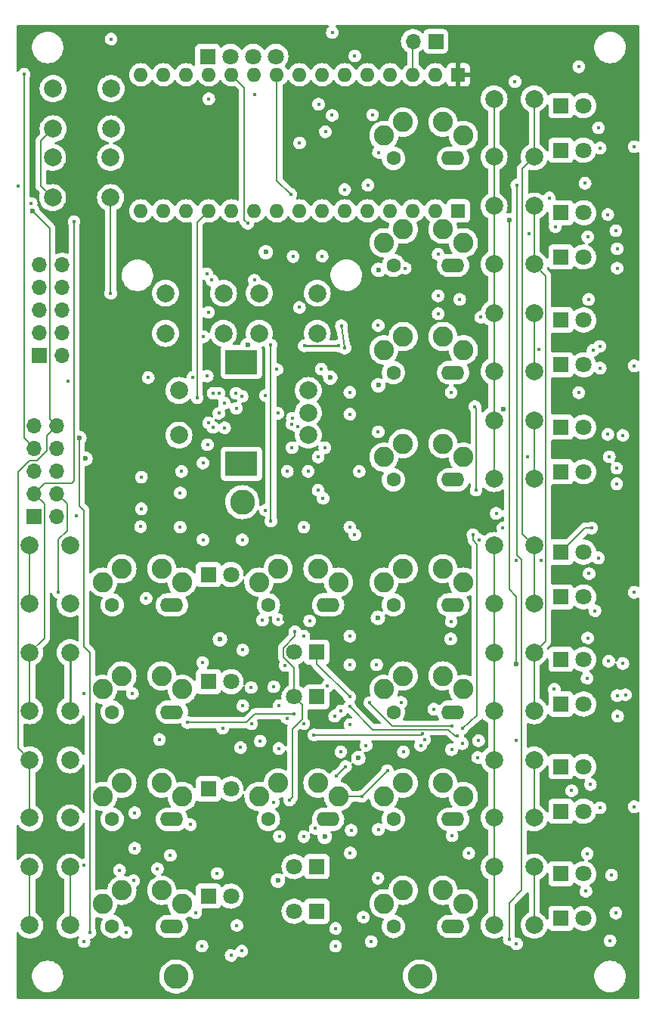
<source format=gbr>
%TF.GenerationSoftware,KiCad,Pcbnew,(6.0.1)*%
%TF.CreationDate,2022-08-04T18:13:32-07:00*%
%TF.ProjectId,main_board,6d61696e-5f62-46f6-9172-642e6b696361,2.1*%
%TF.SameCoordinates,Original*%
%TF.FileFunction,Copper,L2,Inr*%
%TF.FilePolarity,Positive*%
%FSLAX46Y46*%
G04 Gerber Fmt 4.6, Leading zero omitted, Abs format (unit mm)*
G04 Created by KiCad (PCBNEW (6.0.1)) date 2022-08-04 18:13:32*
%MOMM*%
%LPD*%
G01*
G04 APERTURE LIST*
%TA.AperFunction,ComponentPad*%
%ADD10C,2.800000*%
%TD*%
%TA.AperFunction,ComponentPad*%
%ADD11R,1.800000X1.800000*%
%TD*%
%TA.AperFunction,ComponentPad*%
%ADD12C,1.800000*%
%TD*%
%TA.AperFunction,ComponentPad*%
%ADD13C,2.000000*%
%TD*%
%TA.AperFunction,ComponentPad*%
%ADD14C,2.250000*%
%TD*%
%TA.AperFunction,ComponentPad*%
%ADD15O,2.600000X1.600000*%
%TD*%
%TA.AperFunction,ComponentPad*%
%ADD16C,1.600000*%
%TD*%
%TA.AperFunction,ComponentPad*%
%ADD17R,3.600000X2.800000*%
%TD*%
%TA.AperFunction,ComponentPad*%
%ADD18R,1.700000X1.700000*%
%TD*%
%TA.AperFunction,ComponentPad*%
%ADD19O,1.700000X1.700000*%
%TD*%
%TA.AperFunction,ComponentPad*%
%ADD20R,1.600000X1.600000*%
%TD*%
%TA.AperFunction,ComponentPad*%
%ADD21O,1.600000X1.600000*%
%TD*%
%TA.AperFunction,ViaPad*%
%ADD22C,0.600000*%
%TD*%
%TA.AperFunction,ViaPad*%
%ADD23C,0.400000*%
%TD*%
%TA.AperFunction,ViaPad*%
%ADD24C,0.800000*%
%TD*%
%TA.AperFunction,Conductor*%
%ADD25C,0.200000*%
%TD*%
%TA.AperFunction,Conductor*%
%ADD26C,0.250000*%
%TD*%
G04 APERTURE END LIST*
D10*
X75800000Y-103900000D03*
D11*
X111500000Y-88520000D03*
D12*
X114040000Y-88520000D03*
D11*
X111500000Y-138500000D03*
D12*
X114040000Y-138500000D03*
D11*
X111500000Y-121500000D03*
D12*
X114040000Y-121500000D03*
D13*
X104000000Y-139250000D03*
X104000000Y-132750000D03*
X108500000Y-139250000D03*
X108500000Y-132750000D03*
D11*
X84140000Y-125700000D03*
D12*
X81600000Y-125700000D03*
D13*
X104000000Y-151250000D03*
X104000000Y-144750000D03*
X108500000Y-144750000D03*
X108500000Y-151250000D03*
D14*
X91670000Y-148850000D03*
X100570000Y-148850000D03*
X93820000Y-147350000D03*
X98270000Y-147350000D03*
D15*
X99410000Y-151400000D03*
D16*
X92730000Y-151400000D03*
D13*
X104000000Y-58750000D03*
X104000000Y-65250000D03*
X108500000Y-65250000D03*
X108500000Y-58750000D03*
D11*
X111500000Y-100500000D03*
D12*
X114040000Y-100500000D03*
D11*
X111500000Y-59500000D03*
D12*
X114040000Y-59500000D03*
D13*
X104000000Y-127250000D03*
X104000000Y-120750000D03*
X108500000Y-127250000D03*
X108500000Y-120750000D03*
D11*
X111500000Y-145500000D03*
D12*
X114040000Y-145500000D03*
D13*
X61100000Y-62100000D03*
X54600000Y-62100000D03*
X54600000Y-57600000D03*
X61100000Y-57600000D03*
D11*
X111500000Y-71500000D03*
D12*
X114040000Y-71500000D03*
D14*
X91670000Y-62850000D03*
X100570000Y-62850000D03*
X93820000Y-61350000D03*
X98270000Y-61350000D03*
D15*
X99410000Y-65400000D03*
D16*
X92730000Y-65400000D03*
D13*
X104000000Y-82750000D03*
X104000000Y-89250000D03*
X108500000Y-82750000D03*
X108500000Y-89250000D03*
D14*
X77670000Y-112850000D03*
X86570000Y-112850000D03*
X79820000Y-111350000D03*
X84270000Y-111350000D03*
D15*
X85410000Y-115400000D03*
D16*
X78730000Y-115400000D03*
D13*
X61050000Y-69800000D03*
X54550000Y-69800000D03*
X54550000Y-65300000D03*
X61050000Y-65300000D03*
X52000000Y-144750000D03*
X52000000Y-151250000D03*
X56500000Y-144750000D03*
X56500000Y-151250000D03*
X68700000Y-96400000D03*
X68700000Y-91400000D03*
D17*
X75700000Y-99600000D03*
X75700000Y-88200000D03*
D13*
X83200000Y-96400000D03*
X83200000Y-91400000D03*
X83200000Y-93900000D03*
D11*
X72000000Y-112000000D03*
D12*
X74540000Y-112000000D03*
D13*
X104000000Y-108750000D03*
X104000000Y-115250000D03*
X108500000Y-108750000D03*
X108500000Y-115250000D03*
X52000000Y-108750000D03*
X52000000Y-115250000D03*
X56500000Y-115250000D03*
X56500000Y-108750000D03*
D11*
X84140000Y-144700000D03*
D12*
X81600000Y-144700000D03*
D11*
X111500000Y-64500000D03*
D12*
X114040000Y-64500000D03*
D14*
X77670000Y-136850000D03*
X86570000Y-136850000D03*
X79820000Y-135350000D03*
X84270000Y-135350000D03*
D15*
X85410000Y-139400000D03*
D16*
X78730000Y-139400000D03*
D11*
X84140000Y-120700000D03*
D12*
X81600000Y-120700000D03*
D13*
X52000000Y-132750000D03*
X52000000Y-139250000D03*
X56500000Y-139250000D03*
X56500000Y-132750000D03*
D14*
X91670000Y-112850000D03*
X100570000Y-112850000D03*
X93820000Y-111350000D03*
X98270000Y-111350000D03*
D15*
X99410000Y-115400000D03*
D16*
X92730000Y-115400000D03*
D11*
X72000000Y-136000000D03*
D12*
X74540000Y-136000000D03*
D11*
X111500000Y-133500000D03*
D12*
X114040000Y-133500000D03*
D11*
X84140000Y-149700000D03*
D12*
X81600000Y-149700000D03*
D11*
X72000000Y-124000000D03*
D12*
X74540000Y-124000000D03*
D14*
X60170000Y-112850000D03*
X69070000Y-112850000D03*
X62320000Y-111350000D03*
X66770000Y-111350000D03*
D15*
X67910000Y-115400000D03*
D16*
X61230000Y-115400000D03*
D11*
X111500000Y-95500000D03*
D12*
X114040000Y-95500000D03*
D14*
X60170000Y-124850000D03*
X69070000Y-124850000D03*
X62320000Y-123350000D03*
X66770000Y-123350000D03*
D15*
X67910000Y-127400000D03*
D16*
X61230000Y-127400000D03*
D14*
X60170000Y-136850000D03*
X69070000Y-136850000D03*
X62320000Y-135350000D03*
X66770000Y-135350000D03*
D15*
X67910000Y-139400000D03*
D16*
X61230000Y-139400000D03*
D14*
X91670000Y-136850000D03*
X100570000Y-136850000D03*
X93820000Y-135350000D03*
X98270000Y-135350000D03*
D15*
X99410000Y-139400000D03*
D16*
X92730000Y-139400000D03*
D11*
X111500000Y-150500000D03*
D12*
X114040000Y-150500000D03*
D11*
X111500000Y-126500000D03*
D12*
X114040000Y-126500000D03*
D13*
X104000000Y-94750000D03*
X104000000Y-101250000D03*
X108500000Y-94750000D03*
X108500000Y-101250000D03*
D11*
X111500000Y-83500000D03*
D12*
X114040000Y-83500000D03*
D11*
X111500000Y-76450000D03*
D12*
X114040000Y-76450000D03*
D14*
X91670000Y-86850000D03*
X100570000Y-86850000D03*
X93820000Y-85350000D03*
X98270000Y-85350000D03*
D15*
X99410000Y-89400000D03*
D16*
X92730000Y-89400000D03*
D13*
X104000000Y-70750000D03*
X104000000Y-77250000D03*
X108500000Y-70750000D03*
X108500000Y-77250000D03*
D14*
X91670000Y-124850000D03*
X100570000Y-124850000D03*
X93820000Y-123350000D03*
X98270000Y-123350000D03*
D15*
X99410000Y-127400000D03*
D16*
X92730000Y-127400000D03*
D14*
X91670000Y-98850000D03*
X100570000Y-98850000D03*
X93820000Y-97350000D03*
X98270000Y-97350000D03*
D15*
X99410000Y-101400000D03*
D16*
X92730000Y-101400000D03*
D11*
X111500000Y-114500000D03*
D12*
X114040000Y-114500000D03*
D14*
X60170000Y-148850000D03*
X69070000Y-148850000D03*
X62320000Y-147350000D03*
X66770000Y-147350000D03*
D15*
X67910000Y-151400000D03*
D16*
X61230000Y-151400000D03*
D11*
X71940000Y-54000000D03*
D12*
X74480000Y-54000000D03*
X77020000Y-54000000D03*
X79560000Y-54000000D03*
D13*
X52000000Y-120750000D03*
X52000000Y-127250000D03*
X56500000Y-120750000D03*
X56500000Y-127250000D03*
D14*
X91670000Y-74850000D03*
X100570000Y-74850000D03*
X93820000Y-73350000D03*
X98270000Y-73350000D03*
D15*
X99410000Y-77400000D03*
D16*
X92730000Y-77400000D03*
D11*
X111500000Y-109500000D03*
D12*
X114040000Y-109500000D03*
D11*
X72000000Y-148000000D03*
D12*
X74540000Y-148000000D03*
D13*
X77700000Y-80500000D03*
X84200000Y-80500000D03*
X77700000Y-85000000D03*
X84200000Y-85000000D03*
X73700000Y-80500000D03*
X67200000Y-80500000D03*
X67200000Y-85000000D03*
X73700000Y-85000000D03*
D18*
X97475000Y-52300000D03*
D19*
X94935000Y-52300000D03*
D20*
X100000000Y-56060000D03*
D21*
X97460000Y-56060000D03*
X94920000Y-56060000D03*
X92380000Y-56060000D03*
X89840000Y-56060000D03*
X87300000Y-56060000D03*
X84760000Y-56060000D03*
X82220000Y-56060000D03*
X79680000Y-56060000D03*
X77140000Y-56060000D03*
X74600000Y-56060000D03*
X72060000Y-56060000D03*
X69520000Y-56060000D03*
X66980000Y-56060000D03*
X64440000Y-56060000D03*
D18*
X53100000Y-87500000D03*
D19*
X55640000Y-87500000D03*
X53100000Y-84960000D03*
X55640000Y-84960000D03*
X53100000Y-82420000D03*
X55640000Y-82420000D03*
X53100000Y-79880000D03*
X55640000Y-79880000D03*
X53100000Y-77340000D03*
X55640000Y-77340000D03*
D20*
X100000000Y-71300000D03*
D21*
X97460000Y-71300000D03*
X94920000Y-71300000D03*
X92380000Y-71300000D03*
X89840000Y-71300000D03*
X87300000Y-71300000D03*
X84760000Y-71300000D03*
X82220000Y-71300000D03*
X79680000Y-71300000D03*
X77140000Y-71300000D03*
X74600000Y-71300000D03*
X72060000Y-71300000D03*
X69520000Y-71300000D03*
X66980000Y-71300000D03*
X64440000Y-71300000D03*
D18*
X52500000Y-105500000D03*
D19*
X55040000Y-105500000D03*
X52500000Y-102960000D03*
X55040000Y-102960000D03*
X52500000Y-100420000D03*
X55040000Y-100420000D03*
X52500000Y-97880000D03*
X55040000Y-97880000D03*
X52500000Y-95340000D03*
X55040000Y-95340000D03*
D10*
X68400000Y-157000000D03*
X95700000Y-157000000D03*
D22*
X78440000Y-75910000D03*
D23*
X75800000Y-108100000D03*
X56300000Y-90350000D03*
X52150000Y-70450000D03*
X61050000Y-80500000D03*
X83175000Y-100450000D03*
X80850000Y-100450000D03*
X84850000Y-103450000D03*
X79680000Y-89039031D03*
X84750000Y-76350000D03*
X81500000Y-76400000D03*
X81400000Y-94500000D03*
D22*
X106500000Y-122050000D03*
X105700000Y-72350000D03*
D23*
X89875000Y-68400000D03*
X106550000Y-68400000D03*
X105700000Y-152850000D03*
X75750000Y-154150000D03*
X62775000Y-152075000D03*
X51350000Y-56000000D03*
X58745489Y-152045489D03*
D22*
X57550000Y-96700000D03*
X52300000Y-71300000D03*
D23*
X63750000Y-138675000D03*
X85884511Y-51325000D03*
X84350000Y-59350000D03*
X66525000Y-130475000D03*
X69000000Y-100450000D03*
X79300000Y-137475000D03*
X61100000Y-52050000D03*
X88900000Y-100450000D03*
X63625000Y-146275000D03*
X71362500Y-121862500D03*
X63750000Y-142650000D03*
X88400000Y-53950000D03*
X88400000Y-107550000D03*
X100450000Y-129200000D03*
X82220000Y-63680000D03*
X101650000Y-107550000D03*
X100450000Y-130925000D03*
X85115000Y-62435000D03*
X99250000Y-128950000D03*
X90098682Y-126348682D03*
X86600000Y-86400000D03*
X82750000Y-86400000D03*
X99250000Y-131600000D03*
X74550000Y-154650000D03*
X110199031Y-69850969D03*
X87275000Y-68900000D03*
X106525000Y-153350000D03*
D22*
X79912500Y-90962500D03*
X96050000Y-122150000D03*
D24*
X59050000Y-96900000D03*
D23*
X83500000Y-109250000D03*
X111150000Y-140550000D03*
X115895000Y-145780000D03*
X115895000Y-71705000D03*
D22*
X96000000Y-96050000D03*
D23*
X115800000Y-96375000D03*
X109200000Y-68800000D03*
X65800000Y-93350000D03*
X111100000Y-102800000D03*
D22*
X96000000Y-146100000D03*
D23*
X83315000Y-127535000D03*
X59800000Y-76150000D03*
D22*
X58700000Y-83750000D03*
D23*
X64550000Y-108900000D03*
X77750000Y-149325000D03*
X111100000Y-78700000D03*
X115895000Y-121705000D03*
D22*
X96050000Y-84000000D03*
D23*
X112950000Y-128800000D03*
D22*
X74962500Y-145487500D03*
D23*
X110900000Y-111850000D03*
D22*
X80600000Y-116950000D03*
X63175000Y-104475000D03*
D23*
X76425000Y-90975000D03*
X111000000Y-86050000D03*
X109450000Y-153000000D03*
X65555000Y-141670000D03*
X82300000Y-122375000D03*
X71400000Y-108100000D03*
D22*
X91000000Y-116850000D03*
D23*
X97250000Y-127075000D03*
X69987500Y-140012500D03*
X71400000Y-99512500D03*
X113500000Y-91650000D03*
X106450000Y-130550000D03*
X114300000Y-147450000D03*
X102162500Y-132487500D03*
X113500000Y-55150000D03*
X102300000Y-108100000D03*
D22*
X91050000Y-77900000D03*
D23*
X105000000Y-106800000D03*
X114200000Y-68200000D03*
D22*
X88800000Y-132550000D03*
D23*
X119705000Y-64100000D03*
X72995000Y-145480000D03*
X89350000Y-150350000D03*
X119705000Y-88645000D03*
X76800000Y-124650000D03*
X65262500Y-89962500D03*
D22*
X58225000Y-99025000D03*
D23*
X119705000Y-137995000D03*
X91037500Y-140550000D03*
D22*
X91037500Y-90812500D03*
D23*
X102275000Y-130600000D03*
X114600000Y-81200000D03*
X64400000Y-106650000D03*
X70250000Y-89950000D03*
X114425000Y-123600000D03*
X119705000Y-113995000D03*
X87850000Y-94050000D03*
X87300000Y-86650000D03*
X87850000Y-91600000D03*
X99200000Y-91600000D03*
X100150000Y-81200000D03*
X82700000Y-106700000D03*
X68850000Y-106700000D03*
X99300000Y-141250000D03*
X99200000Y-117250000D03*
X87850000Y-118900000D03*
D22*
X85050000Y-141362011D03*
D23*
X87850000Y-106700000D03*
X82700000Y-141350000D03*
X86150000Y-127850000D03*
X82700000Y-118900000D03*
X86900000Y-84150000D03*
X82700000Y-128700000D03*
X76850000Y-128700000D03*
X68850000Y-102850000D03*
X64500000Y-104650000D03*
X64500000Y-101100000D03*
X96000000Y-129850000D03*
X83825000Y-129950000D03*
X63500000Y-125300000D03*
X56950000Y-72500000D03*
X55200000Y-113950489D03*
X50650000Y-68500000D03*
X65025000Y-114675000D03*
X109250000Y-110450000D03*
X106450000Y-110450000D03*
X97735000Y-80815000D03*
X97740480Y-76159520D03*
X97750000Y-82800000D03*
X79900000Y-126700000D03*
X75850000Y-126700000D03*
X75850000Y-120450000D03*
X79900480Y-131475000D03*
X71875000Y-89775000D03*
D22*
X85650000Y-89950000D03*
D23*
X87850000Y-122100000D03*
D22*
X73300000Y-119250000D03*
D23*
X72525000Y-91700000D03*
X99150000Y-119200000D03*
D22*
X79800000Y-146250000D03*
D23*
X73175000Y-91700000D03*
X79800000Y-93950000D03*
X73175000Y-93950000D03*
X73800000Y-92825000D03*
X78400000Y-91950000D03*
X104250000Y-105150000D03*
X101175000Y-143200000D03*
X78400000Y-104800000D03*
X73825000Y-95575000D03*
X82200000Y-82100244D03*
X81999511Y-95450489D03*
X71999855Y-82650145D03*
X72024511Y-95025489D03*
X94050000Y-77700000D03*
X72525000Y-95525000D03*
X81375000Y-97800000D03*
X81375000Y-95150000D03*
X85050000Y-97800000D03*
X84300000Y-102550000D03*
X84300000Y-98850000D03*
X71900000Y-97475000D03*
X101994511Y-102550000D03*
X101850000Y-93200000D03*
X72400000Y-79050000D03*
X75125000Y-93400000D03*
X77150000Y-79050000D03*
X75100000Y-91700000D03*
X75775000Y-92050000D03*
X70750000Y-92225000D03*
X96200000Y-130450000D03*
X75600000Y-131375000D03*
X78065000Y-117085000D03*
X86850000Y-131855000D03*
X86850000Y-127300000D03*
X93845000Y-131855000D03*
X58075000Y-144525000D03*
X90245489Y-153095489D03*
X92050000Y-133950000D03*
X89188569Y-136838569D03*
X58075000Y-153100000D03*
X95775000Y-131125000D03*
X89675000Y-131125000D03*
X83350000Y-117200000D03*
X79335000Y-124565000D03*
X85325000Y-124500000D03*
X77800000Y-130650000D03*
X79837500Y-117062500D03*
X80800000Y-128075000D03*
X80605000Y-122175000D03*
X73600000Y-129200000D03*
X87875000Y-128825000D03*
X81112500Y-137237500D03*
X81700489Y-118406905D03*
X86300000Y-134565436D03*
X84000000Y-140425000D03*
X87370218Y-133495218D03*
X88000000Y-140625000D03*
X87850000Y-125700000D03*
X93575000Y-126300000D03*
X86250000Y-153610000D03*
X71285000Y-153610000D03*
X86250000Y-151625000D03*
X114650000Y-111900000D03*
X112700000Y-136200000D03*
X114950000Y-106800000D03*
X91050000Y-64750000D03*
X91025000Y-84125000D03*
X107950000Y-73850000D03*
X102500000Y-83200000D03*
X91025000Y-96025000D03*
X90850000Y-122100000D03*
X91000000Y-146000000D03*
X110850000Y-73050000D03*
X117650000Y-73500000D03*
X109000000Y-86800000D03*
X115100000Y-86900000D03*
X118435000Y-96415000D03*
X107750000Y-98850000D03*
X115895000Y-64250000D03*
X115700000Y-62000000D03*
X117800000Y-77700000D03*
X114500000Y-74200000D03*
X117800000Y-75550000D03*
X116750000Y-71700000D03*
X115900000Y-88900000D03*
X115850000Y-86450000D03*
X117750000Y-101850000D03*
X117750000Y-100100000D03*
X116921792Y-98828208D03*
X116750000Y-96300000D03*
X118435000Y-121965000D03*
X118725000Y-125450000D03*
X110750000Y-124850000D03*
X115310000Y-116060000D03*
X115700000Y-110150000D03*
X117850000Y-127850000D03*
X116850000Y-121700000D03*
X117800000Y-125550000D03*
X114500000Y-119100000D03*
X115895000Y-138105000D03*
X114800000Y-135500000D03*
X117165000Y-145635000D03*
X117650000Y-149900000D03*
X117000000Y-153000000D03*
X114450000Y-143250000D03*
X77150000Y-58249511D03*
X81249511Y-69450489D03*
X106350000Y-56800000D03*
X84650000Y-89000000D03*
X90400000Y-60550000D03*
D22*
X105050489Y-93450489D03*
D23*
X85859511Y-60590489D03*
X72050000Y-58750000D03*
X79000000Y-86300000D03*
X79000000Y-106000000D03*
X76400489Y-72700000D03*
D22*
X76400000Y-86300000D03*
D23*
X66297500Y-144952500D03*
X62050000Y-145100000D03*
X67750000Y-143450000D03*
X75200000Y-151275000D03*
X70575000Y-149850000D03*
X71450000Y-85375000D03*
X71825000Y-78350000D03*
X87900000Y-143175000D03*
X79950000Y-141325000D03*
X81599511Y-127575489D03*
X57200000Y-105400000D03*
X87824511Y-126800489D03*
X99900000Y-130100000D03*
X58075489Y-125324511D03*
X69655479Y-128569521D03*
D25*
X53250489Y-68500489D02*
X53250489Y-63449511D01*
X54550000Y-69800000D02*
X53250489Y-68500489D01*
X61050000Y-69800000D02*
X61050000Y-80500000D01*
X53250489Y-63449511D02*
X54600000Y-62100000D01*
X106500000Y-114450000D02*
X106500000Y-122050000D01*
X105700000Y-113650000D02*
X106500000Y-114450000D01*
X105700000Y-72350000D02*
X105700000Y-113650000D01*
X107100000Y-110300000D02*
X106600000Y-109800000D01*
X107100000Y-147350000D02*
X107100000Y-110300000D01*
X105700000Y-152850000D02*
X105700000Y-148750000D01*
X105700000Y-148750000D02*
X107100000Y-147350000D01*
X106600000Y-109800000D02*
X106550000Y-68400000D01*
X52000000Y-151250000D02*
X52000000Y-144750000D01*
X51350489Y-96730489D02*
X52500000Y-97880000D01*
X58050000Y-120050000D02*
X58675000Y-120675000D01*
X51350000Y-56000000D02*
X51350489Y-62976368D01*
X58050000Y-119750000D02*
X58049511Y-104800489D01*
X57550000Y-104300978D02*
X57550000Y-96700000D01*
X58049511Y-104800489D02*
X57550000Y-104300978D01*
X58725000Y-120700000D02*
X58745489Y-152045489D01*
X51350489Y-62976368D02*
X51350489Y-96730489D01*
X58050000Y-119750000D02*
X58050000Y-120050000D01*
X53890489Y-96489511D02*
X53890489Y-98159511D01*
X54249511Y-94549511D02*
X55040000Y-95340000D01*
X53890489Y-98159511D02*
X52779511Y-99270489D01*
X54249511Y-73249511D02*
X54249511Y-94549511D01*
X50700489Y-131450489D02*
X50700489Y-119475489D01*
X52300000Y-71300000D02*
X54249511Y-73249511D01*
X55040000Y-95340000D02*
X53890489Y-96489511D01*
X52779511Y-99270489D02*
X51929511Y-99270489D01*
X50700489Y-100499511D02*
X50700239Y-119475239D01*
X52000000Y-139250000D02*
X52000000Y-132750000D01*
X50700489Y-119475489D02*
X50700239Y-119475239D01*
X52000000Y-132750000D02*
X50700489Y-131450489D01*
X51929511Y-99270489D02*
X50700489Y-100499511D01*
X56500000Y-151250000D02*
X56500000Y-144750000D01*
D26*
X56500000Y-120750000D02*
X56500000Y-127250000D01*
D25*
X100450000Y-129200000D02*
X102100489Y-127819511D01*
X102100489Y-127819511D02*
X102100489Y-108606905D01*
X101650000Y-108156416D02*
X101650000Y-107550000D01*
X102100489Y-108606905D02*
X101650000Y-108156416D01*
D26*
X86600000Y-86400000D02*
X82750000Y-86400000D01*
D25*
X99250000Y-128950000D02*
X92626046Y-128950000D01*
X92626046Y-128950000D02*
X90098682Y-126422636D01*
X86900000Y-84150000D02*
X87300000Y-86650000D01*
X95900000Y-129950000D02*
X96000000Y-129850000D01*
X83825000Y-129950000D02*
X95900000Y-129950000D01*
X52000000Y-120750000D02*
X52000000Y-127250000D01*
X53649511Y-101810489D02*
X52500000Y-102960000D01*
X53650000Y-118950000D02*
X53649511Y-116643095D01*
X56950489Y-101550489D02*
X56690489Y-101810489D01*
X56690489Y-101810489D02*
X53649511Y-101810489D01*
X53650000Y-119100000D02*
X53650000Y-118950000D01*
X52000000Y-120750000D02*
X53650000Y-119100000D01*
X56950000Y-72500000D02*
X56950489Y-101550489D01*
X53649511Y-104109511D02*
X52500000Y-102960000D01*
X53649511Y-116643095D02*
X53649511Y-104109511D01*
X56189511Y-104109511D02*
X56189511Y-107085489D01*
X56189511Y-107085489D02*
X55200489Y-108074511D01*
X55200489Y-108074511D02*
X55200000Y-113950000D01*
X55040000Y-102960000D02*
X56189511Y-104109511D01*
X52000000Y-108750000D02*
X52000000Y-115250000D01*
X101994511Y-102550000D02*
X101994511Y-93344511D01*
X101994511Y-93344511D02*
X101850000Y-93200000D01*
X72060000Y-71300000D02*
X70750000Y-72610000D01*
X70750000Y-72610000D02*
X70750000Y-92225000D01*
X86570000Y-136850000D02*
X89177138Y-136850000D01*
X89188569Y-136838569D02*
X92050000Y-133977138D01*
X92050000Y-133977138D02*
X92050000Y-133950000D01*
X89177138Y-136850000D02*
X89188569Y-136838569D01*
X80400489Y-120203145D02*
X80400489Y-121264073D01*
X81400000Y-129293584D02*
X81400000Y-136950000D01*
X80400489Y-121264073D02*
X81600000Y-122463584D01*
X81700489Y-118903145D02*
X80400489Y-120203145D01*
X81700489Y-118406905D02*
X81700489Y-118903145D01*
X81400000Y-136950000D02*
X81112500Y-137237500D01*
X81600000Y-122463584D02*
X81600000Y-125700000D01*
X82500000Y-128193584D02*
X81400000Y-129293584D01*
X82500000Y-126600000D02*
X82500000Y-128193584D01*
X81600000Y-125700000D02*
X82500000Y-126600000D01*
X84140000Y-120700000D02*
X84140000Y-121990000D01*
X84140000Y-121990000D02*
X87850000Y-125700000D01*
X86300000Y-134565436D02*
X87370218Y-133495218D01*
X94920000Y-56060000D02*
X94920000Y-52315000D01*
X94920000Y-52315000D02*
X94935000Y-52300000D01*
X111500000Y-109500000D02*
X114200000Y-106800000D01*
X114200000Y-106800000D02*
X114950000Y-106800000D01*
X107200489Y-66549511D02*
X107200489Y-107450489D01*
X107200489Y-107450489D02*
X108500000Y-108750000D01*
X108500000Y-58750000D02*
X108500000Y-65250000D01*
X108500000Y-65250000D02*
X107200489Y-66549511D01*
X108500000Y-108750000D02*
X108500000Y-115250000D01*
X79680000Y-56060000D02*
X79680000Y-67880000D01*
X108500000Y-120750000D02*
X108500000Y-127250000D01*
X109799511Y-119450489D02*
X108500000Y-120750000D01*
X108500000Y-77250000D02*
X109799511Y-78549511D01*
X109799511Y-78549511D02*
X109799511Y-119450489D01*
X108500000Y-70750000D02*
X108500000Y-77250000D01*
X79680000Y-67880000D02*
X81250000Y-69450000D01*
X108500000Y-82750000D02*
X108500000Y-89250000D01*
X108500000Y-132750000D02*
X108500000Y-139250000D01*
X108500000Y-94750000D02*
X108500000Y-101250000D01*
X108500000Y-144750000D02*
X108500000Y-151250000D01*
X104000000Y-58750000D02*
X104000000Y-65250000D01*
X104000000Y-94750000D02*
X104000000Y-101250000D01*
X104000000Y-89250000D02*
X104000000Y-94750000D01*
X104000000Y-82750000D02*
X104000000Y-89250000D01*
X104000000Y-77250000D02*
X104000000Y-82750000D01*
X104000000Y-65250000D02*
X104000000Y-70750000D01*
X104000000Y-70750000D02*
X104000000Y-77250000D01*
X104000000Y-132750000D02*
X104000000Y-139250000D01*
X104000000Y-120750000D02*
X104000000Y-127250000D01*
X74600000Y-56060000D02*
X76040489Y-57500489D01*
X79000000Y-86300000D02*
X79000000Y-106000000D01*
X104000000Y-115250000D02*
X104000000Y-120750000D01*
X104000000Y-108750000D02*
X104000000Y-115250000D01*
X104000000Y-139250000D02*
X104000000Y-144750000D01*
X104000000Y-127250000D02*
X104000000Y-132750000D01*
X76040489Y-72340000D02*
X76400489Y-72700000D01*
X104000000Y-144750000D02*
X104000000Y-151250000D01*
X76040489Y-57500489D02*
X76040489Y-72340000D01*
X77224511Y-127575489D02*
X81599511Y-127575489D01*
X99650000Y-130100000D02*
X99900000Y-130100000D01*
X90374511Y-129350489D02*
X98900489Y-129350489D01*
X69655479Y-128569521D02*
X76230479Y-128569521D01*
X98900489Y-129350489D02*
X99650000Y-130100000D01*
X87824511Y-126800489D02*
X90374511Y-129350489D01*
X76230479Y-128569521D02*
X77224511Y-127575489D01*
%TA.AperFunction,Conductor*%
G36*
X85477117Y-50528002D02*
G01*
X85523610Y-50581658D01*
X85533714Y-50651932D01*
X85504220Y-50716512D01*
X85484321Y-50734208D01*
X85483350Y-50734709D01*
X85354126Y-50847439D01*
X85255521Y-50987739D01*
X85193229Y-51147509D01*
X85192237Y-51155042D01*
X85192237Y-51155043D01*
X85172752Y-51303051D01*
X85170846Y-51317526D01*
X85178544Y-51387254D01*
X85187569Y-51468996D01*
X85189664Y-51487975D01*
X85192273Y-51495106D01*
X85192274Y-51495108D01*
X85200199Y-51516764D01*
X85248596Y-51649015D01*
X85344241Y-51791349D01*
X85471076Y-51906760D01*
X85621779Y-51988585D01*
X85787650Y-52032101D01*
X85875097Y-52033474D01*
X85951514Y-52034675D01*
X85951517Y-52034675D01*
X85959113Y-52034794D01*
X85966517Y-52033098D01*
X85966519Y-52033098D01*
X86029357Y-52018706D01*
X86126270Y-51996510D01*
X86279469Y-51919459D01*
X86285240Y-51914530D01*
X86285243Y-51914528D01*
X86404089Y-51813023D01*
X86409866Y-51808089D01*
X86509935Y-51668830D01*
X86573896Y-51509720D01*
X86584046Y-51438401D01*
X86597477Y-51344031D01*
X86597477Y-51344027D01*
X86598058Y-51339947D01*
X86598132Y-51332857D01*
X86598172Y-51329133D01*
X86598172Y-51329127D01*
X86598215Y-51325000D01*
X86590895Y-51264511D01*
X86578526Y-51162299D01*
X86578525Y-51162296D01*
X86577613Y-51154758D01*
X86574496Y-51146507D01*
X86519682Y-51001447D01*
X86516998Y-50994344D01*
X86507938Y-50981161D01*
X86424170Y-50859278D01*
X86424169Y-50859276D01*
X86419868Y-50853019D01*
X86413606Y-50847439D01*
X86297509Y-50744001D01*
X86291832Y-50738943D01*
X86287410Y-50736602D01*
X86243584Y-50682164D01*
X86236027Y-50611571D01*
X86267836Y-50548099D01*
X86328911Y-50511899D01*
X86360015Y-50508000D01*
X120166000Y-50508000D01*
X120234121Y-50528002D01*
X120280614Y-50581658D01*
X120292000Y-50634000D01*
X120292000Y-63399793D01*
X120271998Y-63467914D01*
X120218342Y-63514407D01*
X120148068Y-63524511D01*
X120107041Y-63511147D01*
X119967482Y-63437254D01*
X119967479Y-63437253D01*
X119960769Y-63433700D01*
X119943196Y-63429286D01*
X119801822Y-63393775D01*
X119801818Y-63393775D01*
X119794451Y-63391924D01*
X119786852Y-63391884D01*
X119786850Y-63391884D01*
X119715394Y-63391510D01*
X119622969Y-63391026D01*
X119615589Y-63392798D01*
X119615587Y-63392798D01*
X119463602Y-63429286D01*
X119463598Y-63429287D01*
X119456223Y-63431058D01*
X119303839Y-63509709D01*
X119174615Y-63622439D01*
X119076010Y-63762739D01*
X119064146Y-63793169D01*
X119021808Y-63901760D01*
X119013718Y-63922509D01*
X119012726Y-63930042D01*
X119012726Y-63930043D01*
X118993016Y-64079758D01*
X118991335Y-64092526D01*
X118998444Y-64156919D01*
X119009177Y-64254133D01*
X119010153Y-64262975D01*
X119012762Y-64270106D01*
X119012763Y-64270108D01*
X119015604Y-64277871D01*
X119069085Y-64424015D01*
X119073322Y-64430321D01*
X119073324Y-64430324D01*
X119098564Y-64467884D01*
X119164730Y-64566349D01*
X119216039Y-64613037D01*
X119283889Y-64674775D01*
X119291565Y-64681760D01*
X119442268Y-64763585D01*
X119608139Y-64807101D01*
X119695586Y-64808474D01*
X119772003Y-64809675D01*
X119772006Y-64809675D01*
X119779602Y-64809794D01*
X119787006Y-64808098D01*
X119787008Y-64808098D01*
X119912584Y-64779337D01*
X119946759Y-64771510D01*
X120098869Y-64695006D01*
X120098871Y-64695006D01*
X120099958Y-64694459D01*
X120100049Y-64694640D01*
X120164080Y-64674775D01*
X120232498Y-64693737D01*
X120279803Y-64746678D01*
X120292000Y-64800760D01*
X120292000Y-87944793D01*
X120271998Y-88012914D01*
X120218342Y-88059407D01*
X120148068Y-88069511D01*
X120107041Y-88056147D01*
X119967482Y-87982254D01*
X119967479Y-87982253D01*
X119960769Y-87978700D01*
X119943196Y-87974286D01*
X119801822Y-87938775D01*
X119801818Y-87938775D01*
X119794451Y-87936924D01*
X119786852Y-87936884D01*
X119786850Y-87936884D01*
X119715394Y-87936510D01*
X119622969Y-87936026D01*
X119615589Y-87937798D01*
X119615587Y-87937798D01*
X119463602Y-87974286D01*
X119463598Y-87974287D01*
X119456223Y-87976058D01*
X119303839Y-88054709D01*
X119174615Y-88167439D01*
X119076010Y-88307739D01*
X119053764Y-88364798D01*
X119029115Y-88428019D01*
X119013718Y-88467509D01*
X119012726Y-88475042D01*
X119012726Y-88475043D01*
X118994086Y-88616632D01*
X118991335Y-88637526D01*
X118998466Y-88702117D01*
X119005618Y-88766895D01*
X119010153Y-88807975D01*
X119012762Y-88815106D01*
X119012763Y-88815108D01*
X119018902Y-88831883D01*
X119069085Y-88969015D01*
X119073322Y-88975321D01*
X119073324Y-88975324D01*
X119113375Y-89034925D01*
X119164730Y-89111349D01*
X119170346Y-89116459D01*
X119283889Y-89219775D01*
X119291565Y-89226760D01*
X119442268Y-89308585D01*
X119608139Y-89352101D01*
X119695586Y-89353474D01*
X119772003Y-89354675D01*
X119772006Y-89354675D01*
X119779602Y-89354794D01*
X119787006Y-89353098D01*
X119787008Y-89353098D01*
X119849846Y-89338706D01*
X119946759Y-89316510D01*
X120098869Y-89240006D01*
X120098871Y-89240006D01*
X120099958Y-89239459D01*
X120100049Y-89239640D01*
X120164080Y-89219775D01*
X120232498Y-89238737D01*
X120279803Y-89291678D01*
X120292000Y-89345760D01*
X120292000Y-113294793D01*
X120271998Y-113362914D01*
X120218342Y-113409407D01*
X120148068Y-113419511D01*
X120107041Y-113406147D01*
X119967482Y-113332254D01*
X119967479Y-113332253D01*
X119960769Y-113328700D01*
X119937320Y-113322810D01*
X119801822Y-113288775D01*
X119801818Y-113288775D01*
X119794451Y-113286924D01*
X119786852Y-113286884D01*
X119786850Y-113286884D01*
X119715394Y-113286510D01*
X119622969Y-113286026D01*
X119615589Y-113287798D01*
X119615587Y-113287798D01*
X119463602Y-113324286D01*
X119463598Y-113324287D01*
X119456223Y-113326058D01*
X119303839Y-113404709D01*
X119174615Y-113517439D01*
X119076010Y-113657739D01*
X119045583Y-113735781D01*
X119017094Y-113808851D01*
X119013718Y-113817509D01*
X119012726Y-113825042D01*
X119012726Y-113825043D01*
X118993804Y-113968775D01*
X118991335Y-113987526D01*
X118994749Y-114018450D01*
X119008694Y-114144759D01*
X119010153Y-114157975D01*
X119012762Y-114165106D01*
X119012763Y-114165108D01*
X119026637Y-114203019D01*
X119069085Y-114319015D01*
X119073322Y-114325321D01*
X119073324Y-114325324D01*
X119095393Y-114358165D01*
X119164730Y-114461349D01*
X119203521Y-114496646D01*
X119283889Y-114569775D01*
X119291565Y-114576760D01*
X119442268Y-114658585D01*
X119608139Y-114702101D01*
X119695586Y-114703474D01*
X119772003Y-114704675D01*
X119772006Y-114704675D01*
X119779602Y-114704794D01*
X119787006Y-114703098D01*
X119787008Y-114703098D01*
X119862438Y-114685822D01*
X119946759Y-114666510D01*
X120098869Y-114590006D01*
X120098871Y-114590006D01*
X120099958Y-114589459D01*
X120100049Y-114589640D01*
X120164080Y-114569775D01*
X120232498Y-114588737D01*
X120279803Y-114641678D01*
X120292000Y-114695760D01*
X120292000Y-137294793D01*
X120271998Y-137362914D01*
X120218342Y-137409407D01*
X120148068Y-137419511D01*
X120107041Y-137406147D01*
X119967482Y-137332254D01*
X119967479Y-137332253D01*
X119960769Y-137328700D01*
X119937320Y-137322810D01*
X119801822Y-137288775D01*
X119801818Y-137288775D01*
X119794451Y-137286924D01*
X119786852Y-137286884D01*
X119786850Y-137286884D01*
X119715394Y-137286510D01*
X119622969Y-137286026D01*
X119615589Y-137287798D01*
X119615587Y-137287798D01*
X119463602Y-137324286D01*
X119463598Y-137324287D01*
X119456223Y-137326058D01*
X119303839Y-137404709D01*
X119174615Y-137517439D01*
X119076010Y-137657739D01*
X119056040Y-137708959D01*
X119033123Y-137767739D01*
X119013718Y-137817509D01*
X119012726Y-137825042D01*
X119012726Y-137825043D01*
X118993804Y-137968775D01*
X118991335Y-137987526D01*
X118993914Y-138010885D01*
X119005955Y-138119947D01*
X119010153Y-138157975D01*
X119012762Y-138165106D01*
X119012763Y-138165108D01*
X119026637Y-138203019D01*
X119069085Y-138319015D01*
X119073322Y-138325321D01*
X119073324Y-138325324D01*
X119094492Y-138356825D01*
X119164730Y-138461349D01*
X119204469Y-138497509D01*
X119283889Y-138569775D01*
X119291565Y-138576760D01*
X119442268Y-138658585D01*
X119608139Y-138702101D01*
X119695586Y-138703474D01*
X119772003Y-138704675D01*
X119772006Y-138704675D01*
X119779602Y-138704794D01*
X119787006Y-138703098D01*
X119787008Y-138703098D01*
X119862438Y-138685822D01*
X119946759Y-138666510D01*
X120098869Y-138590006D01*
X120098871Y-138590006D01*
X120099958Y-138589459D01*
X120100049Y-138589640D01*
X120164080Y-138569775D01*
X120232498Y-138588737D01*
X120279803Y-138641678D01*
X120292000Y-138695760D01*
X120292000Y-159366000D01*
X120271998Y-159434121D01*
X120218342Y-159480614D01*
X120166000Y-159492000D01*
X50634000Y-159492000D01*
X50565879Y-159471998D01*
X50519386Y-159418342D01*
X50508000Y-159366000D01*
X50508000Y-157107655D01*
X52239858Y-157107655D01*
X52275104Y-157366638D01*
X52276412Y-157371124D01*
X52276412Y-157371126D01*
X52296098Y-157438664D01*
X52348243Y-157617567D01*
X52457668Y-157854928D01*
X52460231Y-157858837D01*
X52598410Y-158069596D01*
X52598414Y-158069601D01*
X52600976Y-158073509D01*
X52775018Y-158268506D01*
X52975970Y-158435637D01*
X52979973Y-158438066D01*
X53195422Y-158568804D01*
X53195426Y-158568806D01*
X53199419Y-158571229D01*
X53440455Y-158672303D01*
X53693783Y-158736641D01*
X53698434Y-158737109D01*
X53698438Y-158737110D01*
X53891308Y-158756531D01*
X53910867Y-158758500D01*
X54066354Y-158758500D01*
X54068679Y-158758327D01*
X54068685Y-158758327D01*
X54256000Y-158744407D01*
X54256004Y-158744406D01*
X54260652Y-158744061D01*
X54265200Y-158743032D01*
X54265206Y-158743031D01*
X54451601Y-158700853D01*
X54515577Y-158686377D01*
X54551769Y-158672303D01*
X54754824Y-158593340D01*
X54754827Y-158593339D01*
X54759177Y-158591647D01*
X54801029Y-158567727D01*
X54898770Y-158511863D01*
X54986098Y-158461951D01*
X55191357Y-158300138D01*
X55370443Y-158109763D01*
X55476116Y-157957437D01*
X55516759Y-157898851D01*
X55516761Y-157898848D01*
X55519424Y-157895009D01*
X55541284Y-157850682D01*
X55632960Y-157664781D01*
X55632961Y-157664778D01*
X55635025Y-157660593D01*
X55639014Y-157648133D01*
X55713280Y-157416123D01*
X55714707Y-157411665D01*
X55756721Y-157153693D01*
X55759520Y-156939899D01*
X66487569Y-156939899D01*
X66487744Y-156944351D01*
X66495786Y-157149020D01*
X66498180Y-157209963D01*
X66546737Y-157475837D01*
X66632272Y-157732217D01*
X66634265Y-157736205D01*
X66715535Y-157898851D01*
X66753078Y-157973987D01*
X66755607Y-157977646D01*
X66859563Y-158128058D01*
X66906744Y-158196324D01*
X67090205Y-158394790D01*
X67093659Y-158397602D01*
X67093660Y-158397603D01*
X67143361Y-158438066D01*
X67299799Y-158565427D01*
X67303617Y-158567726D01*
X67303619Y-158567727D01*
X67477319Y-158672303D01*
X67531346Y-158704830D01*
X67535441Y-158706564D01*
X67535443Y-158706565D01*
X67776124Y-158808480D01*
X67776131Y-158808482D01*
X67780225Y-158810216D01*
X67876358Y-158835705D01*
X68037172Y-158878345D01*
X68037177Y-158878346D01*
X68041469Y-158879484D01*
X68045878Y-158880006D01*
X68045884Y-158880007D01*
X68195210Y-158897680D01*
X68309868Y-158911251D01*
X68580064Y-158904883D01*
X68584459Y-158904151D01*
X68584464Y-158904151D01*
X68842267Y-158861241D01*
X68842271Y-158861240D01*
X68846669Y-158860508D01*
X69014959Y-158807285D01*
X69100114Y-158780354D01*
X69100116Y-158780353D01*
X69104360Y-158779011D01*
X69108371Y-158777085D01*
X69108376Y-158777083D01*
X69343979Y-158663948D01*
X69343980Y-158663947D01*
X69347998Y-158662018D01*
X69481166Y-158573038D01*
X69569013Y-158514341D01*
X69569017Y-158514338D01*
X69572721Y-158511863D01*
X69576038Y-158508892D01*
X69576042Y-158508889D01*
X69770729Y-158334512D01*
X69774045Y-158331542D01*
X69947953Y-158124654D01*
X69955115Y-158113171D01*
X70088614Y-157899111D01*
X70088615Y-157899109D01*
X70090975Y-157895325D01*
X70092969Y-157890816D01*
X70120292Y-157829012D01*
X70200258Y-157648133D01*
X70273620Y-157388008D01*
X70296946Y-157214343D01*
X70309172Y-157123324D01*
X70309173Y-157123316D01*
X70309599Y-157120142D01*
X70309846Y-157112289D01*
X70313274Y-157003222D01*
X70313274Y-157003217D01*
X70313375Y-157000000D01*
X70309120Y-156939899D01*
X93787569Y-156939899D01*
X93787744Y-156944351D01*
X93795786Y-157149020D01*
X93798180Y-157209963D01*
X93846737Y-157475837D01*
X93932272Y-157732217D01*
X93934265Y-157736205D01*
X94015535Y-157898851D01*
X94053078Y-157973987D01*
X94055607Y-157977646D01*
X94159563Y-158128058D01*
X94206744Y-158196324D01*
X94390205Y-158394790D01*
X94393659Y-158397602D01*
X94393660Y-158397603D01*
X94443361Y-158438066D01*
X94599799Y-158565427D01*
X94603617Y-158567726D01*
X94603619Y-158567727D01*
X94777319Y-158672303D01*
X94831346Y-158704830D01*
X94835441Y-158706564D01*
X94835443Y-158706565D01*
X95076124Y-158808480D01*
X95076131Y-158808482D01*
X95080225Y-158810216D01*
X95176358Y-158835705D01*
X95337172Y-158878345D01*
X95337177Y-158878346D01*
X95341469Y-158879484D01*
X95345878Y-158880006D01*
X95345884Y-158880007D01*
X95495210Y-158897680D01*
X95609868Y-158911251D01*
X95880064Y-158904883D01*
X95884459Y-158904151D01*
X95884464Y-158904151D01*
X96142267Y-158861241D01*
X96142271Y-158861240D01*
X96146669Y-158860508D01*
X96314959Y-158807285D01*
X96400114Y-158780354D01*
X96400116Y-158780353D01*
X96404360Y-158779011D01*
X96408371Y-158777085D01*
X96408376Y-158777083D01*
X96643979Y-158663948D01*
X96643980Y-158663947D01*
X96647998Y-158662018D01*
X96781166Y-158573038D01*
X96869013Y-158514341D01*
X96869017Y-158514338D01*
X96872721Y-158511863D01*
X96876038Y-158508892D01*
X96876042Y-158508889D01*
X97070729Y-158334512D01*
X97074045Y-158331542D01*
X97247953Y-158124654D01*
X97255115Y-158113171D01*
X97388614Y-157899111D01*
X97388615Y-157899109D01*
X97390975Y-157895325D01*
X97392969Y-157890816D01*
X97420292Y-157829012D01*
X97500258Y-157648133D01*
X97573620Y-157388008D01*
X97596946Y-157214343D01*
X97609172Y-157123324D01*
X97609173Y-157123316D01*
X97609599Y-157120142D01*
X97609846Y-157112289D01*
X97609992Y-157107655D01*
X115239858Y-157107655D01*
X115275104Y-157366638D01*
X115276412Y-157371124D01*
X115276412Y-157371126D01*
X115296098Y-157438664D01*
X115348243Y-157617567D01*
X115457668Y-157854928D01*
X115460231Y-157858837D01*
X115598410Y-158069596D01*
X115598414Y-158069601D01*
X115600976Y-158073509D01*
X115775018Y-158268506D01*
X115975970Y-158435637D01*
X115979973Y-158438066D01*
X116195422Y-158568804D01*
X116195426Y-158568806D01*
X116199419Y-158571229D01*
X116440455Y-158672303D01*
X116693783Y-158736641D01*
X116698434Y-158737109D01*
X116698438Y-158737110D01*
X116891308Y-158756531D01*
X116910867Y-158758500D01*
X117066354Y-158758500D01*
X117068679Y-158758327D01*
X117068685Y-158758327D01*
X117256000Y-158744407D01*
X117256004Y-158744406D01*
X117260652Y-158744061D01*
X117265200Y-158743032D01*
X117265206Y-158743031D01*
X117451601Y-158700853D01*
X117515577Y-158686377D01*
X117551769Y-158672303D01*
X117754824Y-158593340D01*
X117754827Y-158593339D01*
X117759177Y-158591647D01*
X117801029Y-158567727D01*
X117898770Y-158511863D01*
X117986098Y-158461951D01*
X118191357Y-158300138D01*
X118370443Y-158109763D01*
X118476116Y-157957437D01*
X118516759Y-157898851D01*
X118516761Y-157898848D01*
X118519424Y-157895009D01*
X118541284Y-157850682D01*
X118632960Y-157664781D01*
X118632961Y-157664778D01*
X118635025Y-157660593D01*
X118639014Y-157648133D01*
X118713280Y-157416123D01*
X118714707Y-157411665D01*
X118756721Y-157153693D01*
X118760142Y-156892345D01*
X118724896Y-156633362D01*
X118710473Y-156583877D01*
X118659423Y-156408735D01*
X118651757Y-156382433D01*
X118542332Y-156145072D01*
X118509519Y-156095024D01*
X118401590Y-155930404D01*
X118401586Y-155930399D01*
X118399024Y-155926491D01*
X118224982Y-155731494D01*
X118024030Y-155564363D01*
X117956082Y-155523131D01*
X117804578Y-155431196D01*
X117804574Y-155431194D01*
X117800581Y-155428771D01*
X117559545Y-155327697D01*
X117306217Y-155263359D01*
X117301566Y-155262891D01*
X117301562Y-155262890D01*
X117092271Y-155241816D01*
X117089133Y-155241500D01*
X116933646Y-155241500D01*
X116931321Y-155241673D01*
X116931315Y-155241673D01*
X116744000Y-155255593D01*
X116743996Y-155255594D01*
X116739348Y-155255939D01*
X116734800Y-155256968D01*
X116734794Y-155256969D01*
X116548399Y-155299147D01*
X116484423Y-155313623D01*
X116480071Y-155315315D01*
X116480069Y-155315316D01*
X116245176Y-155406660D01*
X116245173Y-155406661D01*
X116240823Y-155408353D01*
X116013902Y-155538049D01*
X115808643Y-155699862D01*
X115629557Y-155890237D01*
X115480576Y-156104991D01*
X115478510Y-156109181D01*
X115478508Y-156109184D01*
X115456222Y-156154377D01*
X115364975Y-156339407D01*
X115285293Y-156588335D01*
X115243279Y-156846307D01*
X115239858Y-157107655D01*
X97609992Y-157107655D01*
X97613274Y-157003222D01*
X97613274Y-157003217D01*
X97613375Y-157000000D01*
X97602167Y-156841692D01*
X97594602Y-156734852D01*
X97594287Y-156730403D01*
X97537402Y-156466185D01*
X97517801Y-156413053D01*
X97445397Y-156216796D01*
X97443856Y-156212619D01*
X97414510Y-156158231D01*
X97317629Y-155978678D01*
X97317629Y-155978677D01*
X97315516Y-155974762D01*
X97154942Y-155757362D01*
X96965338Y-155564756D01*
X96888556Y-155506158D01*
X96754028Y-155403489D01*
X96754024Y-155403487D01*
X96750487Y-155400787D01*
X96514675Y-155268727D01*
X96262609Y-155171210D01*
X96258284Y-155170207D01*
X96258279Y-155170206D01*
X96119431Y-155138023D01*
X95999318Y-155110182D01*
X95730054Y-155086861D01*
X95725619Y-155087105D01*
X95725615Y-155087105D01*
X95464634Y-155101468D01*
X95464627Y-155101469D01*
X95460191Y-155101713D01*
X95333471Y-155126919D01*
X95199484Y-155153570D01*
X95199479Y-155153571D01*
X95195112Y-155154440D01*
X95190909Y-155155916D01*
X94944315Y-155242513D01*
X94944312Y-155242514D01*
X94940107Y-155243991D01*
X94936154Y-155246044D01*
X94936148Y-155246047D01*
X94892488Y-155268727D01*
X94700264Y-155368580D01*
X94696649Y-155371163D01*
X94696643Y-155371167D01*
X94483990Y-155523131D01*
X94483986Y-155523134D01*
X94480369Y-155525719D01*
X94477149Y-155528791D01*
X94300851Y-155696971D01*
X94284808Y-155712275D01*
X94117485Y-155924524D01*
X94115253Y-155928366D01*
X94115250Y-155928371D01*
X93983974Y-156154377D01*
X93983971Y-156154384D01*
X93981736Y-156158231D01*
X93980062Y-156162364D01*
X93908353Y-156339407D01*
X93880272Y-156408735D01*
X93879201Y-156413048D01*
X93879199Y-156413053D01*
X93816189Y-156666714D01*
X93815116Y-156671035D01*
X93814662Y-156675463D01*
X93814662Y-156675465D01*
X93797631Y-156841692D01*
X93787569Y-156939899D01*
X70309120Y-156939899D01*
X70302167Y-156841692D01*
X70294602Y-156734852D01*
X70294287Y-156730403D01*
X70237402Y-156466185D01*
X70217801Y-156413053D01*
X70145397Y-156216796D01*
X70143856Y-156212619D01*
X70114510Y-156158231D01*
X70017629Y-155978678D01*
X70017629Y-155978677D01*
X70015516Y-155974762D01*
X69854942Y-155757362D01*
X69665338Y-155564756D01*
X69588556Y-155506158D01*
X69454028Y-155403489D01*
X69454024Y-155403487D01*
X69450487Y-155400787D01*
X69214675Y-155268727D01*
X68962609Y-155171210D01*
X68958284Y-155170207D01*
X68958279Y-155170206D01*
X68819431Y-155138023D01*
X68699318Y-155110182D01*
X68430054Y-155086861D01*
X68425619Y-155087105D01*
X68425615Y-155087105D01*
X68164634Y-155101468D01*
X68164627Y-155101469D01*
X68160191Y-155101713D01*
X68033471Y-155126919D01*
X67899484Y-155153570D01*
X67899479Y-155153571D01*
X67895112Y-155154440D01*
X67890909Y-155155916D01*
X67644315Y-155242513D01*
X67644312Y-155242514D01*
X67640107Y-155243991D01*
X67636154Y-155246044D01*
X67636148Y-155246047D01*
X67592488Y-155268727D01*
X67400264Y-155368580D01*
X67396649Y-155371163D01*
X67396643Y-155371167D01*
X67183990Y-155523131D01*
X67183986Y-155523134D01*
X67180369Y-155525719D01*
X67177149Y-155528791D01*
X67000851Y-155696971D01*
X66984808Y-155712275D01*
X66817485Y-155924524D01*
X66815253Y-155928366D01*
X66815250Y-155928371D01*
X66683974Y-156154377D01*
X66683971Y-156154384D01*
X66681736Y-156158231D01*
X66680062Y-156162364D01*
X66608353Y-156339407D01*
X66580272Y-156408735D01*
X66579201Y-156413048D01*
X66579199Y-156413053D01*
X66516189Y-156666714D01*
X66515116Y-156671035D01*
X66514662Y-156675463D01*
X66514662Y-156675465D01*
X66497631Y-156841692D01*
X66487569Y-156939899D01*
X55759520Y-156939899D01*
X55760142Y-156892345D01*
X55724896Y-156633362D01*
X55710473Y-156583877D01*
X55659423Y-156408735D01*
X55651757Y-156382433D01*
X55542332Y-156145072D01*
X55509519Y-156095024D01*
X55401590Y-155930404D01*
X55401586Y-155930399D01*
X55399024Y-155926491D01*
X55224982Y-155731494D01*
X55024030Y-155564363D01*
X54956082Y-155523131D01*
X54804578Y-155431196D01*
X54804574Y-155431194D01*
X54800581Y-155428771D01*
X54559545Y-155327697D01*
X54306217Y-155263359D01*
X54301566Y-155262891D01*
X54301562Y-155262890D01*
X54092271Y-155241816D01*
X54089133Y-155241500D01*
X53933646Y-155241500D01*
X53931321Y-155241673D01*
X53931315Y-155241673D01*
X53744000Y-155255593D01*
X53743996Y-155255594D01*
X53739348Y-155255939D01*
X53734800Y-155256968D01*
X53734794Y-155256969D01*
X53548399Y-155299147D01*
X53484423Y-155313623D01*
X53480071Y-155315315D01*
X53480069Y-155315316D01*
X53245176Y-155406660D01*
X53245173Y-155406661D01*
X53240823Y-155408353D01*
X53013902Y-155538049D01*
X52808643Y-155699862D01*
X52629557Y-155890237D01*
X52480576Y-156104991D01*
X52478510Y-156109181D01*
X52478508Y-156109184D01*
X52456222Y-156154377D01*
X52364975Y-156339407D01*
X52285293Y-156588335D01*
X52243279Y-156846307D01*
X52239858Y-157107655D01*
X50508000Y-157107655D01*
X50508000Y-154642526D01*
X73836335Y-154642526D01*
X73837169Y-154650076D01*
X73851774Y-154782366D01*
X73855153Y-154812975D01*
X73857762Y-154820106D01*
X73857763Y-154820108D01*
X73872243Y-154859675D01*
X73914085Y-154974015D01*
X74009730Y-155116349D01*
X74136565Y-155231760D01*
X74287268Y-155313585D01*
X74453139Y-155357101D01*
X74540586Y-155358474D01*
X74617003Y-155359675D01*
X74617006Y-155359675D01*
X74624602Y-155359794D01*
X74632006Y-155358098D01*
X74632008Y-155358098D01*
X74694846Y-155343706D01*
X74791759Y-155321510D01*
X74944958Y-155244459D01*
X74950729Y-155239530D01*
X74950732Y-155239528D01*
X75069578Y-155138023D01*
X75075355Y-155133089D01*
X75175424Y-154993830D01*
X75238023Y-154838109D01*
X75281989Y-154782366D01*
X75349114Y-154759240D01*
X75415052Y-154774375D01*
X75487268Y-154813585D01*
X75653139Y-154857101D01*
X75740586Y-154858474D01*
X75817003Y-154859675D01*
X75817006Y-154859675D01*
X75824602Y-154859794D01*
X75832006Y-154858098D01*
X75832008Y-154858098D01*
X75919279Y-154838110D01*
X75991759Y-154821510D01*
X76144958Y-154744459D01*
X76150729Y-154739530D01*
X76150732Y-154739528D01*
X76269578Y-154638023D01*
X76275355Y-154633089D01*
X76375424Y-154493830D01*
X76439385Y-154334720D01*
X76446958Y-154281510D01*
X76462966Y-154169031D01*
X76462966Y-154169027D01*
X76463547Y-154164947D01*
X76463704Y-154150000D01*
X76456070Y-154086919D01*
X76444015Y-153987299D01*
X76444014Y-153987296D01*
X76443102Y-153979758D01*
X76435636Y-153959998D01*
X76385171Y-153826447D01*
X76382487Y-153819344D01*
X76350777Y-153773205D01*
X76289659Y-153684278D01*
X76289658Y-153684276D01*
X76285357Y-153678019D01*
X76279686Y-153672966D01*
X76200626Y-153602526D01*
X85536335Y-153602526D01*
X85544585Y-153677249D01*
X85554117Y-153763587D01*
X85555153Y-153772975D01*
X85557762Y-153780106D01*
X85557763Y-153780108D01*
X85574721Y-153826447D01*
X85614085Y-153934015D01*
X85618322Y-153940321D01*
X85618324Y-153940324D01*
X85662621Y-154006244D01*
X85709730Y-154076349D01*
X85773148Y-154134055D01*
X85822161Y-154178653D01*
X85836565Y-154191760D01*
X85987268Y-154273585D01*
X86153139Y-154317101D01*
X86240586Y-154318474D01*
X86317003Y-154319675D01*
X86317006Y-154319675D01*
X86324602Y-154319794D01*
X86332006Y-154318098D01*
X86332008Y-154318098D01*
X86394846Y-154303706D01*
X86491759Y-154281510D01*
X86644958Y-154204459D01*
X86650729Y-154199530D01*
X86650732Y-154199528D01*
X86769578Y-154098023D01*
X86775355Y-154093089D01*
X86855289Y-153981850D01*
X86870992Y-153959998D01*
X86870993Y-153959997D01*
X86875424Y-153953830D01*
X86939385Y-153794720D01*
X86952866Y-153699998D01*
X86962966Y-153629031D01*
X86962966Y-153629027D01*
X86963547Y-153624947D01*
X86963704Y-153610000D01*
X86957069Y-153555173D01*
X86944015Y-153447299D01*
X86944014Y-153447296D01*
X86943102Y-153439758D01*
X86939538Y-153430324D01*
X86885171Y-153286447D01*
X86882487Y-153279344D01*
X86817454Y-153184720D01*
X86789659Y-153144278D01*
X86789658Y-153144276D01*
X86785357Y-153138019D01*
X86779686Y-153132966D01*
X86729234Y-153088015D01*
X89531824Y-153088015D01*
X89550642Y-153258464D01*
X89553251Y-153265595D01*
X89553252Y-153265597D01*
X89560250Y-153284720D01*
X89609574Y-153419504D01*
X89613811Y-153425810D01*
X89613813Y-153425813D01*
X89648155Y-153476919D01*
X89705219Y-153561838D01*
X89832054Y-153677249D01*
X89982757Y-153759074D01*
X90148628Y-153802590D01*
X90236075Y-153803963D01*
X90312492Y-153805164D01*
X90312495Y-153805164D01*
X90320091Y-153805283D01*
X90327495Y-153803587D01*
X90327497Y-153803587D01*
X90399037Y-153787202D01*
X90487248Y-153766999D01*
X90631890Y-153694252D01*
X90633663Y-153693360D01*
X90640447Y-153689948D01*
X90646218Y-153685019D01*
X90646221Y-153685017D01*
X90765067Y-153583512D01*
X90770844Y-153578578D01*
X90870913Y-153439319D01*
X90934874Y-153280209D01*
X90939043Y-153250914D01*
X90958455Y-153114520D01*
X90958455Y-153114516D01*
X90959036Y-153110436D01*
X90959193Y-153095489D01*
X90950071Y-153020108D01*
X90939504Y-152932788D01*
X90939503Y-152932785D01*
X90938591Y-152925247D01*
X90930478Y-152903775D01*
X90880660Y-152771936D01*
X90877976Y-152764833D01*
X90842756Y-152713587D01*
X90785148Y-152629767D01*
X90785147Y-152629765D01*
X90780846Y-152623508D01*
X90775175Y-152618455D01*
X90658482Y-152514485D01*
X90658479Y-152514483D01*
X90652810Y-152509432D01*
X90644814Y-152505198D01*
X90560596Y-152460607D01*
X90501258Y-152429189D01*
X90443567Y-152414698D01*
X90342311Y-152389264D01*
X90342307Y-152389264D01*
X90334940Y-152387413D01*
X90327341Y-152387373D01*
X90327339Y-152387373D01*
X90255883Y-152386999D01*
X90163458Y-152386515D01*
X90156078Y-152388287D01*
X90156076Y-152388287D01*
X90004091Y-152424775D01*
X90004087Y-152424776D01*
X89996712Y-152426547D01*
X89844328Y-152505198D01*
X89715104Y-152617928D01*
X89616499Y-152758228D01*
X89588499Y-152830043D01*
X89560490Y-152901884D01*
X89554207Y-152917998D01*
X89553215Y-152925531D01*
X89553215Y-152925532D01*
X89539930Y-153026447D01*
X89531824Y-153088015D01*
X86729234Y-153088015D01*
X86662993Y-153028996D01*
X86662990Y-153028994D01*
X86657321Y-153023943D01*
X86649325Y-153019709D01*
X86512481Y-152947254D01*
X86512482Y-152947254D01*
X86505769Y-152943700D01*
X86488196Y-152939286D01*
X86346822Y-152903775D01*
X86346818Y-152903775D01*
X86339451Y-152901924D01*
X86331852Y-152901884D01*
X86331850Y-152901884D01*
X86260394Y-152901510D01*
X86167969Y-152901026D01*
X86160589Y-152902798D01*
X86160587Y-152902798D01*
X86008602Y-152939286D01*
X86008598Y-152939287D01*
X86001223Y-152941058D01*
X85848839Y-153019709D01*
X85719615Y-153132439D01*
X85621010Y-153272739D01*
X85596039Y-153336785D01*
X85562030Y-153424015D01*
X85558718Y-153432509D01*
X85557726Y-153440042D01*
X85557726Y-153440043D01*
X85538592Y-153585384D01*
X85536335Y-153602526D01*
X76200626Y-153602526D01*
X76162993Y-153568996D01*
X76162990Y-153568994D01*
X76157321Y-153563943D01*
X76149325Y-153559709D01*
X76055369Y-153509962D01*
X76005769Y-153483700D01*
X75978773Y-153476919D01*
X75846822Y-153443775D01*
X75846818Y-153443775D01*
X75839451Y-153441924D01*
X75831852Y-153441884D01*
X75831850Y-153441884D01*
X75760394Y-153441510D01*
X75667969Y-153441026D01*
X75660589Y-153442798D01*
X75660587Y-153442798D01*
X75508602Y-153479286D01*
X75508598Y-153479287D01*
X75501223Y-153481058D01*
X75348839Y-153559709D01*
X75219615Y-153672439D01*
X75121010Y-153812739D01*
X75068748Y-153946785D01*
X75063190Y-153961040D01*
X75019809Y-154017241D01*
X74952930Y-154041068D01*
X74886838Y-154026624D01*
X74812481Y-153987254D01*
X74812482Y-153987254D01*
X74805769Y-153983700D01*
X74761216Y-153972509D01*
X74646822Y-153943775D01*
X74646818Y-153943775D01*
X74639451Y-153941924D01*
X74631852Y-153941884D01*
X74631850Y-153941884D01*
X74560394Y-153941510D01*
X74467969Y-153941026D01*
X74460589Y-153942798D01*
X74460587Y-153942798D01*
X74308602Y-153979286D01*
X74308598Y-153979287D01*
X74301223Y-153981058D01*
X74148839Y-154059709D01*
X74019615Y-154172439D01*
X73921010Y-154312739D01*
X73858718Y-154472509D01*
X73857726Y-154480042D01*
X73857726Y-154480043D01*
X73838390Y-154626919D01*
X73836335Y-154642526D01*
X50508000Y-154642526D01*
X50508000Y-152149130D01*
X50528002Y-152081009D01*
X50581658Y-152034516D01*
X50651932Y-152024412D01*
X50716512Y-152053906D01*
X50741432Y-152083294D01*
X50775824Y-152139416D01*
X50930031Y-152319969D01*
X50933787Y-152323177D01*
X50943942Y-152331850D01*
X51110584Y-152474176D01*
X51114792Y-152476755D01*
X51114798Y-152476759D01*
X51250111Y-152559679D01*
X51313037Y-152598240D01*
X51317607Y-152600133D01*
X51317611Y-152600135D01*
X51519357Y-152683700D01*
X51532406Y-152689105D01*
X51612201Y-152708262D01*
X51758476Y-152743380D01*
X51758482Y-152743381D01*
X51763289Y-152744535D01*
X52000000Y-152763165D01*
X52236711Y-152744535D01*
X52241518Y-152743381D01*
X52241524Y-152743380D01*
X52387799Y-152708262D01*
X52467594Y-152689105D01*
X52480643Y-152683700D01*
X52682389Y-152600135D01*
X52682393Y-152600133D01*
X52686963Y-152598240D01*
X52749889Y-152559679D01*
X52885202Y-152476759D01*
X52885208Y-152476755D01*
X52889416Y-152474176D01*
X53056058Y-152331850D01*
X53066213Y-152323177D01*
X53069969Y-152319969D01*
X53224176Y-152139416D01*
X53226755Y-152135208D01*
X53226759Y-152135202D01*
X53345654Y-151941183D01*
X53348240Y-151936963D01*
X53358712Y-151911683D01*
X53437211Y-151722167D01*
X53437212Y-151722165D01*
X53439105Y-151717594D01*
X53463129Y-151617526D01*
X53493380Y-151491524D01*
X53493381Y-151491518D01*
X53494535Y-151486711D01*
X53513165Y-151250000D01*
X53494535Y-151013289D01*
X53485686Y-150976427D01*
X53451273Y-150833089D01*
X53439105Y-150782406D01*
X53437211Y-150777833D01*
X53350135Y-150567611D01*
X53350133Y-150567607D01*
X53348240Y-150563037D01*
X53335204Y-150541764D01*
X53226759Y-150364798D01*
X53226755Y-150364792D01*
X53224176Y-150360584D01*
X53087022Y-150199998D01*
X53073177Y-150183787D01*
X53069969Y-150180031D01*
X52889416Y-150025824D01*
X52885208Y-150023245D01*
X52885202Y-150023241D01*
X52691183Y-149904346D01*
X52686963Y-149901760D01*
X52682389Y-149899865D01*
X52677980Y-149897619D01*
X52679004Y-149895610D01*
X52631008Y-149856940D01*
X52608500Y-149785069D01*
X52608500Y-146214931D01*
X52628502Y-146146810D01*
X52679082Y-146104543D01*
X52677980Y-146102381D01*
X52682389Y-146100135D01*
X52686963Y-146098240D01*
X52725770Y-146074459D01*
X52885202Y-145976759D01*
X52885208Y-145976755D01*
X52889416Y-145974176D01*
X53069969Y-145819969D01*
X53224176Y-145639416D01*
X53226755Y-145635208D01*
X53226759Y-145635202D01*
X53345654Y-145441183D01*
X53348240Y-145436963D01*
X53351618Y-145428809D01*
X53437211Y-145222167D01*
X53437212Y-145222165D01*
X53439105Y-145217594D01*
X53470941Y-145084988D01*
X53493380Y-144991524D01*
X53493381Y-144991518D01*
X53494535Y-144986711D01*
X53513165Y-144750000D01*
X53494535Y-144513289D01*
X53488171Y-144486778D01*
X53451513Y-144334090D01*
X53439105Y-144282406D01*
X53424139Y-144246275D01*
X53350135Y-144067611D01*
X53350133Y-144067607D01*
X53348240Y-144063037D01*
X53313647Y-144006587D01*
X53226759Y-143864798D01*
X53226755Y-143864792D01*
X53224176Y-143860584D01*
X53069969Y-143680031D01*
X53059933Y-143671459D01*
X52996059Y-143616906D01*
X52889416Y-143525824D01*
X52885208Y-143523245D01*
X52885202Y-143523241D01*
X52691183Y-143404346D01*
X52686963Y-143401760D01*
X52682393Y-143399867D01*
X52682389Y-143399865D01*
X52472167Y-143312789D01*
X52472165Y-143312788D01*
X52467594Y-143310895D01*
X52384305Y-143290899D01*
X52241524Y-143256620D01*
X52241518Y-143256619D01*
X52236711Y-143255465D01*
X52000000Y-143236835D01*
X51763289Y-143255465D01*
X51758482Y-143256619D01*
X51758476Y-143256620D01*
X51615695Y-143290899D01*
X51532406Y-143310895D01*
X51527835Y-143312788D01*
X51527833Y-143312789D01*
X51317611Y-143399865D01*
X51317607Y-143399867D01*
X51313037Y-143401760D01*
X51308817Y-143404346D01*
X51114798Y-143523241D01*
X51114792Y-143523245D01*
X51110584Y-143525824D01*
X51003941Y-143616906D01*
X50940068Y-143671459D01*
X50930031Y-143680031D01*
X50775824Y-143860584D01*
X50743345Y-143913585D01*
X50741433Y-143916705D01*
X50688785Y-143964336D01*
X50618744Y-143975943D01*
X50553546Y-143947840D01*
X50513892Y-143888950D01*
X50508000Y-143850870D01*
X50508000Y-140149130D01*
X50528002Y-140081009D01*
X50581658Y-140034516D01*
X50651932Y-140024412D01*
X50716512Y-140053906D01*
X50741432Y-140083294D01*
X50775824Y-140139416D01*
X50930031Y-140319969D01*
X51110584Y-140474176D01*
X51114792Y-140476755D01*
X51114798Y-140476759D01*
X51306542Y-140594260D01*
X51313037Y-140598240D01*
X51317607Y-140600133D01*
X51317611Y-140600135D01*
X51527833Y-140687211D01*
X51532406Y-140689105D01*
X51596477Y-140704487D01*
X51758476Y-140743380D01*
X51758482Y-140743381D01*
X51763289Y-140744535D01*
X52000000Y-140763165D01*
X52236711Y-140744535D01*
X52241518Y-140743381D01*
X52241524Y-140743380D01*
X52403523Y-140704487D01*
X52467594Y-140689105D01*
X52472167Y-140687211D01*
X52682389Y-140600135D01*
X52682393Y-140600133D01*
X52686963Y-140598240D01*
X52693458Y-140594260D01*
X52885202Y-140476759D01*
X52885208Y-140476755D01*
X52889416Y-140474176D01*
X53069969Y-140319969D01*
X53224176Y-140139416D01*
X53226755Y-140135208D01*
X53226759Y-140135202D01*
X53345654Y-139941183D01*
X53348240Y-139936963D01*
X53356179Y-139917798D01*
X53437211Y-139722167D01*
X53437212Y-139722165D01*
X53439105Y-139717594D01*
X53473135Y-139575850D01*
X53493380Y-139491524D01*
X53493381Y-139491518D01*
X53494535Y-139486711D01*
X53513165Y-139250000D01*
X53494535Y-139013289D01*
X53491109Y-138999015D01*
X53457666Y-138859720D01*
X53439105Y-138782406D01*
X53422887Y-138743251D01*
X53350135Y-138567611D01*
X53350133Y-138567607D01*
X53348240Y-138563037D01*
X53312701Y-138505043D01*
X53226759Y-138364798D01*
X53226755Y-138364792D01*
X53224176Y-138360584D01*
X53069969Y-138180031D01*
X52889416Y-138025824D01*
X52885208Y-138023245D01*
X52885202Y-138023241D01*
X52691183Y-137904346D01*
X52686963Y-137901760D01*
X52682389Y-137899865D01*
X52677980Y-137897619D01*
X52679004Y-137895610D01*
X52631008Y-137856940D01*
X52608500Y-137785069D01*
X52608500Y-134214931D01*
X52628502Y-134146810D01*
X52679082Y-134104543D01*
X52677980Y-134102381D01*
X52682389Y-134100135D01*
X52686963Y-134098240D01*
X52695369Y-134093089D01*
X52885202Y-133976759D01*
X52885208Y-133976755D01*
X52889416Y-133974176D01*
X53069969Y-133819969D01*
X53224176Y-133639416D01*
X53226755Y-133635208D01*
X53226759Y-133635202D01*
X53345654Y-133441183D01*
X53348240Y-133436963D01*
X53351618Y-133428809D01*
X53437211Y-133222167D01*
X53437212Y-133222165D01*
X53439105Y-133217594D01*
X53479450Y-133049544D01*
X53493380Y-132991524D01*
X53493381Y-132991518D01*
X53494535Y-132986711D01*
X53513165Y-132750000D01*
X53494535Y-132513289D01*
X53486550Y-132480026D01*
X53449681Y-132326459D01*
X53439105Y-132282406D01*
X53434592Y-132271510D01*
X53350135Y-132067611D01*
X53350133Y-132067607D01*
X53348240Y-132063037D01*
X53338112Y-132046510D01*
X53226759Y-131864798D01*
X53226755Y-131864792D01*
X53224176Y-131860584D01*
X53069969Y-131680031D01*
X52889416Y-131525824D01*
X52885208Y-131523245D01*
X52885202Y-131523241D01*
X52691183Y-131404346D01*
X52686963Y-131401760D01*
X52682393Y-131399867D01*
X52682389Y-131399865D01*
X52472167Y-131312789D01*
X52472165Y-131312788D01*
X52467594Y-131310895D01*
X52360021Y-131285069D01*
X52241524Y-131256620D01*
X52241518Y-131256619D01*
X52236711Y-131255465D01*
X52000000Y-131236835D01*
X51763289Y-131255465D01*
X51758482Y-131256619D01*
X51758476Y-131256620D01*
X51639979Y-131285069D01*
X51532406Y-131310895D01*
X51527832Y-131312790D01*
X51523125Y-131314319D01*
X51522430Y-131312179D01*
X51461123Y-131318764D01*
X51394412Y-131283863D01*
X51345894Y-131235345D01*
X51311868Y-131173033D01*
X51308989Y-131146250D01*
X51308989Y-128785135D01*
X51328991Y-128717014D01*
X51382647Y-128670521D01*
X51452921Y-128660417D01*
X51483205Y-128668726D01*
X51532406Y-128689105D01*
X51612201Y-128708262D01*
X51758476Y-128743380D01*
X51758482Y-128743381D01*
X51763289Y-128744535D01*
X52000000Y-128763165D01*
X52236711Y-128744535D01*
X52241518Y-128743381D01*
X52241524Y-128743380D01*
X52387799Y-128708262D01*
X52467594Y-128689105D01*
X52500703Y-128675391D01*
X52682389Y-128600135D01*
X52682393Y-128600133D01*
X52686963Y-128598240D01*
X52749895Y-128559675D01*
X52885202Y-128476759D01*
X52885208Y-128476755D01*
X52889416Y-128474176D01*
X53048831Y-128338023D01*
X53066213Y-128323177D01*
X53069969Y-128319969D01*
X53224176Y-128139416D01*
X53226755Y-128135208D01*
X53226759Y-128135202D01*
X53345654Y-127941183D01*
X53348240Y-127936963D01*
X53353562Y-127924116D01*
X53437211Y-127722167D01*
X53437212Y-127722165D01*
X53439105Y-127717594D01*
X53480680Y-127544422D01*
X53493380Y-127491524D01*
X53493381Y-127491518D01*
X53494535Y-127486711D01*
X53513165Y-127250000D01*
X53494535Y-127013289D01*
X53489863Y-126993826D01*
X53448164Y-126820141D01*
X53439105Y-126782406D01*
X53422887Y-126743251D01*
X53350135Y-126567611D01*
X53350133Y-126567607D01*
X53348240Y-126563037D01*
X53328021Y-126530043D01*
X53226759Y-126364798D01*
X53226755Y-126364792D01*
X53224176Y-126360584D01*
X53069969Y-126180031D01*
X52889416Y-126025824D01*
X52885208Y-126023245D01*
X52885202Y-126023241D01*
X52691183Y-125904346D01*
X52686963Y-125901760D01*
X52682389Y-125899865D01*
X52677980Y-125897619D01*
X52679004Y-125895610D01*
X52631008Y-125856940D01*
X52608500Y-125785069D01*
X52608500Y-122214931D01*
X52628502Y-122146810D01*
X52679082Y-122104543D01*
X52677980Y-122102381D01*
X52682389Y-122100135D01*
X52686963Y-122098240D01*
X52746896Y-122061513D01*
X52885202Y-121976759D01*
X52885208Y-121976755D01*
X52889416Y-121974176D01*
X53069969Y-121819969D01*
X53224176Y-121639416D01*
X53226755Y-121635208D01*
X53226759Y-121635202D01*
X53345654Y-121441183D01*
X53348240Y-121436963D01*
X53350137Y-121432385D01*
X53437211Y-121222167D01*
X53437212Y-121222165D01*
X53439105Y-121217594D01*
X53479852Y-121047871D01*
X53493380Y-120991524D01*
X53493381Y-120991518D01*
X53494535Y-120986711D01*
X53513165Y-120750000D01*
X53494535Y-120513289D01*
X53477547Y-120442526D01*
X53451513Y-120334090D01*
X53439105Y-120282406D01*
X53437210Y-120277832D01*
X53435681Y-120273125D01*
X53437821Y-120272430D01*
X53431236Y-120211123D01*
X53466137Y-120144412D01*
X54046234Y-119564315D01*
X54058625Y-119553448D01*
X54077437Y-119539013D01*
X54083987Y-119533987D01*
X54108474Y-119502075D01*
X54108477Y-119502072D01*
X54181523Y-119406876D01*
X54181524Y-119406875D01*
X54191377Y-119383089D01*
X54239678Y-119266479D01*
X54242838Y-119258850D01*
X54245933Y-119235345D01*
X54258500Y-119139885D01*
X54258500Y-119139878D01*
X54262672Y-119108188D01*
X54263750Y-119100000D01*
X54259578Y-119068307D01*
X54258500Y-119051864D01*
X54258500Y-118989852D01*
X54258502Y-118989805D01*
X54258508Y-118989756D01*
X54258500Y-118951947D01*
X54258500Y-118910115D01*
X54258493Y-118910062D01*
X54258491Y-118910007D01*
X54258011Y-116638890D01*
X54258011Y-114144759D01*
X54278013Y-114076638D01*
X54331669Y-114030145D01*
X54401943Y-114020041D01*
X54466523Y-114049535D01*
X54505152Y-114113455D01*
X54505153Y-114113464D01*
X54507762Y-114120595D01*
X54507763Y-114120597D01*
X54526720Y-114172400D01*
X54564085Y-114274504D01*
X54568322Y-114280810D01*
X54568324Y-114280813D01*
X54611016Y-114344344D01*
X54659730Y-114416838D01*
X54665346Y-114421948D01*
X54738542Y-114488551D01*
X54786565Y-114532249D01*
X54937268Y-114614074D01*
X54968956Y-114622387D01*
X54972854Y-114623410D01*
X55033669Y-114660044D01*
X55065024Y-114723742D01*
X55060843Y-114782393D01*
X55060895Y-114782406D01*
X55032161Y-114902094D01*
X55008892Y-114999015D01*
X55005465Y-115013289D01*
X54986835Y-115250000D01*
X55005465Y-115486711D01*
X55006619Y-115491518D01*
X55006620Y-115491524D01*
X55038091Y-115622607D01*
X55060895Y-115717594D01*
X55062788Y-115722165D01*
X55062789Y-115722167D01*
X55141289Y-115911683D01*
X55151760Y-115936963D01*
X55154346Y-115941183D01*
X55273241Y-116135202D01*
X55273245Y-116135208D01*
X55275824Y-116139416D01*
X55430031Y-116319969D01*
X55610584Y-116474176D01*
X55614792Y-116476755D01*
X55614798Y-116476759D01*
X55808776Y-116595629D01*
X55813037Y-116598240D01*
X55817607Y-116600133D01*
X55817611Y-116600135D01*
X56027833Y-116687211D01*
X56032406Y-116689105D01*
X56076771Y-116699756D01*
X56258476Y-116743380D01*
X56258482Y-116743381D01*
X56263289Y-116744535D01*
X56500000Y-116763165D01*
X56736711Y-116744535D01*
X56741518Y-116743381D01*
X56741524Y-116743380D01*
X56923229Y-116699756D01*
X56967594Y-116689105D01*
X56972167Y-116687211D01*
X57182389Y-116600135D01*
X57182393Y-116600133D01*
X57186963Y-116598240D01*
X57191224Y-116595629D01*
X57249564Y-116559878D01*
X57318098Y-116541340D01*
X57385774Y-116562796D01*
X57431107Y-116617435D01*
X57441399Y-116667306D01*
X57441437Y-117817293D01*
X57441486Y-119332739D01*
X57421486Y-119400860D01*
X57367832Y-119447355D01*
X57297558Y-119457461D01*
X57249650Y-119440175D01*
X57223280Y-119424015D01*
X57186963Y-119401760D01*
X57182393Y-119399867D01*
X57182389Y-119399865D01*
X56972167Y-119312789D01*
X56972165Y-119312788D01*
X56967594Y-119310895D01*
X56858567Y-119284720D01*
X56741524Y-119256620D01*
X56741518Y-119256619D01*
X56736711Y-119255465D01*
X56500000Y-119236835D01*
X56263289Y-119255465D01*
X56258482Y-119256619D01*
X56258476Y-119256620D01*
X56141433Y-119284720D01*
X56032406Y-119310895D01*
X56027835Y-119312788D01*
X56027833Y-119312789D01*
X55817611Y-119399865D01*
X55817607Y-119399867D01*
X55813037Y-119401760D01*
X55808817Y-119404346D01*
X55614798Y-119523241D01*
X55614792Y-119523245D01*
X55610584Y-119525824D01*
X55512407Y-119609675D01*
X55440068Y-119671459D01*
X55430031Y-119680031D01*
X55275824Y-119860584D01*
X55273245Y-119864792D01*
X55273241Y-119864798D01*
X55203859Y-119978019D01*
X55151760Y-120063037D01*
X55149867Y-120067607D01*
X55149865Y-120067611D01*
X55080599Y-120234835D01*
X55060895Y-120282406D01*
X55048487Y-120334090D01*
X55022454Y-120442526D01*
X55005465Y-120513289D01*
X54986835Y-120750000D01*
X55005465Y-120986711D01*
X55006619Y-120991518D01*
X55006620Y-120991524D01*
X55020148Y-121047871D01*
X55060895Y-121217594D01*
X55062788Y-121222165D01*
X55062789Y-121222167D01*
X55149864Y-121432385D01*
X55151760Y-121436963D01*
X55154346Y-121441183D01*
X55273241Y-121635202D01*
X55273245Y-121635208D01*
X55275824Y-121639416D01*
X55430031Y-121819969D01*
X55610584Y-121974176D01*
X55614792Y-121976755D01*
X55614798Y-121976759D01*
X55806335Y-122094133D01*
X55853966Y-122146781D01*
X55866500Y-122201566D01*
X55866500Y-125798434D01*
X55846498Y-125866555D01*
X55806335Y-125905867D01*
X55614798Y-126023241D01*
X55614792Y-126023245D01*
X55610584Y-126025824D01*
X55430031Y-126180031D01*
X55275824Y-126360584D01*
X55273245Y-126364792D01*
X55273241Y-126364798D01*
X55171979Y-126530043D01*
X55151760Y-126563037D01*
X55149867Y-126567607D01*
X55149865Y-126567611D01*
X55077113Y-126743251D01*
X55060895Y-126782406D01*
X55051836Y-126820141D01*
X55010138Y-126993826D01*
X55005465Y-127013289D01*
X54986835Y-127250000D01*
X55005465Y-127486711D01*
X55006619Y-127491518D01*
X55006620Y-127491524D01*
X55019320Y-127544422D01*
X55060895Y-127717594D01*
X55062788Y-127722165D01*
X55062789Y-127722167D01*
X55146439Y-127924116D01*
X55151760Y-127936963D01*
X55154346Y-127941183D01*
X55273241Y-128135202D01*
X55273245Y-128135208D01*
X55275824Y-128139416D01*
X55430031Y-128319969D01*
X55433787Y-128323177D01*
X55451169Y-128338023D01*
X55610584Y-128474176D01*
X55614792Y-128476755D01*
X55614798Y-128476759D01*
X55750105Y-128559675D01*
X55813037Y-128598240D01*
X55817607Y-128600133D01*
X55817611Y-128600135D01*
X55999297Y-128675391D01*
X56032406Y-128689105D01*
X56112201Y-128708262D01*
X56258476Y-128743380D01*
X56258482Y-128743381D01*
X56263289Y-128744535D01*
X56500000Y-128763165D01*
X56736711Y-128744535D01*
X56741518Y-128743381D01*
X56741524Y-128743380D01*
X56887799Y-128708262D01*
X56967594Y-128689105D01*
X57000703Y-128675391D01*
X57182389Y-128600135D01*
X57182393Y-128600133D01*
X57186963Y-128598240D01*
X57249895Y-128559675D01*
X57385202Y-128476759D01*
X57385208Y-128476755D01*
X57389416Y-128474176D01*
X57548831Y-128338023D01*
X57566213Y-128323177D01*
X57569969Y-128319969D01*
X57724176Y-128139416D01*
X57726755Y-128135208D01*
X57726759Y-128135202D01*
X57845654Y-127941183D01*
X57848240Y-127936963D01*
X57853562Y-127924116D01*
X57878804Y-127863174D01*
X57923352Y-127807893D01*
X57990715Y-127785472D01*
X58059507Y-127803030D01*
X58107885Y-127854992D01*
X58121213Y-127911310D01*
X58123948Y-132095129D01*
X58103990Y-132163262D01*
X58050365Y-132209790D01*
X57980098Y-132219940D01*
X57915498Y-132190489D01*
X57881539Y-132143429D01*
X57880331Y-132140511D01*
X57862828Y-132098255D01*
X57850135Y-132067611D01*
X57850133Y-132067607D01*
X57848240Y-132063037D01*
X57838112Y-132046510D01*
X57726759Y-131864798D01*
X57726755Y-131864792D01*
X57724176Y-131860584D01*
X57569969Y-131680031D01*
X57389416Y-131525824D01*
X57385208Y-131523245D01*
X57385202Y-131523241D01*
X57191183Y-131404346D01*
X57186963Y-131401760D01*
X57182393Y-131399867D01*
X57182389Y-131399865D01*
X56972167Y-131312789D01*
X56972165Y-131312788D01*
X56967594Y-131310895D01*
X56860021Y-131285069D01*
X56741524Y-131256620D01*
X56741518Y-131256619D01*
X56736711Y-131255465D01*
X56500000Y-131236835D01*
X56263289Y-131255465D01*
X56258482Y-131256619D01*
X56258476Y-131256620D01*
X56139979Y-131285069D01*
X56032406Y-131310895D01*
X56027835Y-131312788D01*
X56027833Y-131312789D01*
X55817611Y-131399865D01*
X55817607Y-131399867D01*
X55813037Y-131401760D01*
X55808817Y-131404346D01*
X55614798Y-131523241D01*
X55614792Y-131523245D01*
X55610584Y-131525824D01*
X55430031Y-131680031D01*
X55275824Y-131860584D01*
X55273245Y-131864792D01*
X55273241Y-131864798D01*
X55161888Y-132046510D01*
X55151760Y-132063037D01*
X55149867Y-132067607D01*
X55149865Y-132067611D01*
X55065408Y-132271510D01*
X55060895Y-132282406D01*
X55050319Y-132326459D01*
X55013451Y-132480026D01*
X55005465Y-132513289D01*
X54986835Y-132750000D01*
X55005465Y-132986711D01*
X55006619Y-132991518D01*
X55006620Y-132991524D01*
X55020550Y-133049544D01*
X55060895Y-133217594D01*
X55062788Y-133222165D01*
X55062789Y-133222167D01*
X55148383Y-133428809D01*
X55151760Y-133436963D01*
X55154346Y-133441183D01*
X55273241Y-133635202D01*
X55273245Y-133635208D01*
X55275824Y-133639416D01*
X55430031Y-133819969D01*
X55610584Y-133974176D01*
X55614792Y-133976755D01*
X55614798Y-133976759D01*
X55804631Y-134093089D01*
X55813037Y-134098240D01*
X55817607Y-134100133D01*
X55817611Y-134100135D01*
X55996656Y-134174297D01*
X56032406Y-134189105D01*
X56111201Y-134208022D01*
X56258476Y-134243380D01*
X56258482Y-134243381D01*
X56263289Y-134244535D01*
X56500000Y-134263165D01*
X56736711Y-134244535D01*
X56741518Y-134243381D01*
X56741524Y-134243380D01*
X56888799Y-134208022D01*
X56967594Y-134189105D01*
X57003344Y-134174297D01*
X57182389Y-134100135D01*
X57182393Y-134100133D01*
X57186963Y-134098240D01*
X57195369Y-134093089D01*
X57385202Y-133976759D01*
X57385208Y-133976755D01*
X57389416Y-133974176D01*
X57569969Y-133819969D01*
X57724176Y-133639416D01*
X57726755Y-133635208D01*
X57726759Y-133635202D01*
X57845654Y-133441183D01*
X57848240Y-133436963D01*
X57851618Y-133428809D01*
X57882394Y-133354508D01*
X57926942Y-133299227D01*
X57994306Y-133276806D01*
X58063097Y-133294364D01*
X58111475Y-133346326D01*
X58124803Y-133402643D01*
X58128196Y-138593023D01*
X58128204Y-138605402D01*
X58108246Y-138673535D01*
X58054621Y-138720063D01*
X57984354Y-138730213D01*
X57919754Y-138700762D01*
X57885795Y-138653702D01*
X57850135Y-138567612D01*
X57848240Y-138563037D01*
X57812701Y-138505043D01*
X57726759Y-138364798D01*
X57726755Y-138364792D01*
X57724176Y-138360584D01*
X57569969Y-138180031D01*
X57389416Y-138025824D01*
X57385208Y-138023245D01*
X57385202Y-138023241D01*
X57191183Y-137904346D01*
X57186963Y-137901760D01*
X57182393Y-137899867D01*
X57182389Y-137899865D01*
X56972167Y-137812789D01*
X56972165Y-137812788D01*
X56967594Y-137810895D01*
X56860021Y-137785069D01*
X56741524Y-137756620D01*
X56741518Y-137756619D01*
X56736711Y-137755465D01*
X56500000Y-137736835D01*
X56263289Y-137755465D01*
X56258482Y-137756619D01*
X56258476Y-137756620D01*
X56139979Y-137785069D01*
X56032406Y-137810895D01*
X56027835Y-137812788D01*
X56027833Y-137812789D01*
X55817611Y-137899865D01*
X55817607Y-137899867D01*
X55813037Y-137901760D01*
X55808817Y-137904346D01*
X55614798Y-138023241D01*
X55614792Y-138023245D01*
X55610584Y-138025824D01*
X55430031Y-138180031D01*
X55275824Y-138360584D01*
X55273245Y-138364792D01*
X55273241Y-138364798D01*
X55187299Y-138505043D01*
X55151760Y-138563037D01*
X55149867Y-138567607D01*
X55149865Y-138567611D01*
X55077113Y-138743251D01*
X55060895Y-138782406D01*
X55042334Y-138859720D01*
X55008892Y-138999015D01*
X55005465Y-139013289D01*
X54986835Y-139250000D01*
X55005465Y-139486711D01*
X55006619Y-139491518D01*
X55006620Y-139491524D01*
X55026865Y-139575850D01*
X55060895Y-139717594D01*
X55062788Y-139722165D01*
X55062789Y-139722167D01*
X55143822Y-139917798D01*
X55151760Y-139936963D01*
X55154346Y-139941183D01*
X55273241Y-140135202D01*
X55273245Y-140135208D01*
X55275824Y-140139416D01*
X55430031Y-140319969D01*
X55610584Y-140474176D01*
X55614792Y-140476755D01*
X55614798Y-140476759D01*
X55806542Y-140594260D01*
X55813037Y-140598240D01*
X55817607Y-140600133D01*
X55817611Y-140600135D01*
X56027833Y-140687211D01*
X56032406Y-140689105D01*
X56096477Y-140704487D01*
X56258476Y-140743380D01*
X56258482Y-140743381D01*
X56263289Y-140744535D01*
X56500000Y-140763165D01*
X56736711Y-140744535D01*
X56741518Y-140743381D01*
X56741524Y-140743380D01*
X56903523Y-140704487D01*
X56967594Y-140689105D01*
X56972167Y-140687211D01*
X57182389Y-140600135D01*
X57182393Y-140600133D01*
X57186963Y-140598240D01*
X57193458Y-140594260D01*
X57385202Y-140476759D01*
X57385208Y-140476755D01*
X57389416Y-140474176D01*
X57569969Y-140319969D01*
X57724176Y-140139416D01*
X57726755Y-140135208D01*
X57726759Y-140135202D01*
X57845654Y-139941183D01*
X57848240Y-139936963D01*
X57856179Y-139917798D01*
X57886636Y-139844267D01*
X57931184Y-139788986D01*
X57998548Y-139766565D01*
X58067339Y-139784123D01*
X58115717Y-139836085D01*
X58129045Y-139892402D01*
X58130395Y-141958098D01*
X58131527Y-143690008D01*
X58111569Y-143758141D01*
X58057944Y-143804669D01*
X58004870Y-143816088D01*
X58002333Y-143816075D01*
X57992969Y-143816026D01*
X57985589Y-143817798D01*
X57985587Y-143817798D01*
X57865993Y-143846510D01*
X57826223Y-143856058D01*
X57825924Y-143856213D01*
X57758187Y-143860990D01*
X57695908Y-143826903D01*
X57689281Y-143819727D01*
X57573177Y-143683787D01*
X57569969Y-143680031D01*
X57559933Y-143671459D01*
X57496059Y-143616906D01*
X57389416Y-143525824D01*
X57385208Y-143523245D01*
X57385202Y-143523241D01*
X57191183Y-143404346D01*
X57186963Y-143401760D01*
X57182393Y-143399867D01*
X57182389Y-143399865D01*
X56972167Y-143312789D01*
X56972165Y-143312788D01*
X56967594Y-143310895D01*
X56884305Y-143290899D01*
X56741524Y-143256620D01*
X56741518Y-143256619D01*
X56736711Y-143255465D01*
X56500000Y-143236835D01*
X56263289Y-143255465D01*
X56258482Y-143256619D01*
X56258476Y-143256620D01*
X56115695Y-143290899D01*
X56032406Y-143310895D01*
X56027835Y-143312788D01*
X56027833Y-143312789D01*
X55817611Y-143399865D01*
X55817607Y-143399867D01*
X55813037Y-143401760D01*
X55808817Y-143404346D01*
X55614798Y-143523241D01*
X55614792Y-143523245D01*
X55610584Y-143525824D01*
X55503941Y-143616906D01*
X55440068Y-143671459D01*
X55430031Y-143680031D01*
X55275824Y-143860584D01*
X55273245Y-143864792D01*
X55273241Y-143864798D01*
X55186353Y-144006587D01*
X55151760Y-144063037D01*
X55149867Y-144067607D01*
X55149865Y-144067611D01*
X55075861Y-144246275D01*
X55060895Y-144282406D01*
X55048487Y-144334090D01*
X55011830Y-144486778D01*
X55005465Y-144513289D01*
X54986835Y-144750000D01*
X55005465Y-144986711D01*
X55006619Y-144991518D01*
X55006620Y-144991524D01*
X55029059Y-145084988D01*
X55060895Y-145217594D01*
X55062788Y-145222165D01*
X55062789Y-145222167D01*
X55148383Y-145428809D01*
X55151760Y-145436963D01*
X55154346Y-145441183D01*
X55273241Y-145635202D01*
X55273245Y-145635208D01*
X55275824Y-145639416D01*
X55430031Y-145819969D01*
X55610584Y-145974176D01*
X55614792Y-145976755D01*
X55614798Y-145976759D01*
X55774230Y-146074459D01*
X55813037Y-146098240D01*
X55817611Y-146100135D01*
X55822020Y-146102381D01*
X55820996Y-146104390D01*
X55868992Y-146143060D01*
X55891500Y-146214931D01*
X55891500Y-149785069D01*
X55871498Y-149853190D01*
X55820918Y-149895457D01*
X55822020Y-149897619D01*
X55817611Y-149899865D01*
X55813037Y-149901760D01*
X55808817Y-149904346D01*
X55614798Y-150023241D01*
X55614792Y-150023245D01*
X55610584Y-150025824D01*
X55430031Y-150180031D01*
X55426823Y-150183787D01*
X55412978Y-150199998D01*
X55275824Y-150360584D01*
X55273245Y-150364792D01*
X55273241Y-150364798D01*
X55164796Y-150541764D01*
X55151760Y-150563037D01*
X55149867Y-150567607D01*
X55149865Y-150567611D01*
X55062789Y-150777833D01*
X55060895Y-150782406D01*
X55048727Y-150833089D01*
X55014315Y-150976427D01*
X55005465Y-151013289D01*
X54986835Y-151250000D01*
X55005465Y-151486711D01*
X55006619Y-151491518D01*
X55006620Y-151491524D01*
X55036871Y-151617526D01*
X55060895Y-151717594D01*
X55062788Y-151722165D01*
X55062789Y-151722167D01*
X55141289Y-151911683D01*
X55151760Y-151936963D01*
X55154346Y-151941183D01*
X55273241Y-152135202D01*
X55273245Y-152135208D01*
X55275824Y-152139416D01*
X55430031Y-152319969D01*
X55433787Y-152323177D01*
X55443942Y-152331850D01*
X55610584Y-152474176D01*
X55614792Y-152476755D01*
X55614798Y-152476759D01*
X55750111Y-152559679D01*
X55813037Y-152598240D01*
X55817607Y-152600133D01*
X55817611Y-152600135D01*
X56019357Y-152683700D01*
X56032406Y-152689105D01*
X56112201Y-152708262D01*
X56258476Y-152743380D01*
X56258482Y-152743381D01*
X56263289Y-152744535D01*
X56500000Y-152763165D01*
X56736711Y-152744535D01*
X56741518Y-152743381D01*
X56741524Y-152743380D01*
X56887799Y-152708262D01*
X56967594Y-152689105D01*
X56980643Y-152683700D01*
X57182389Y-152600135D01*
X57182393Y-152600133D01*
X57186963Y-152598240D01*
X57191183Y-152595654D01*
X57191193Y-152595649D01*
X57326275Y-152512870D01*
X57394808Y-152494331D01*
X57462485Y-152515787D01*
X57507818Y-152570426D01*
X57516415Y-152640900D01*
X57495197Y-152692753D01*
X57456225Y-152748205D01*
X57446010Y-152762739D01*
X57437411Y-152784794D01*
X57391744Y-152901924D01*
X57383718Y-152922509D01*
X57382726Y-152930042D01*
X57382726Y-152930043D01*
X57369699Y-153028996D01*
X57361335Y-153092526D01*
X57380153Y-153262975D01*
X57382762Y-153270106D01*
X57382763Y-153270108D01*
X57388742Y-153286447D01*
X57439085Y-153424015D01*
X57443322Y-153430321D01*
X57443324Y-153430324D01*
X57477949Y-153481850D01*
X57534730Y-153566349D01*
X57566212Y-153594995D01*
X57651901Y-153672966D01*
X57661565Y-153681760D01*
X57812268Y-153763585D01*
X57978139Y-153807101D01*
X58065586Y-153808474D01*
X58142003Y-153809675D01*
X58142006Y-153809675D01*
X58149602Y-153809794D01*
X58157006Y-153808098D01*
X58157008Y-153808098D01*
X58248244Y-153787202D01*
X58316759Y-153771510D01*
X58469958Y-153694459D01*
X58475729Y-153689530D01*
X58475732Y-153689528D01*
X58577597Y-153602526D01*
X70571335Y-153602526D01*
X70579585Y-153677249D01*
X70589117Y-153763587D01*
X70590153Y-153772975D01*
X70592762Y-153780106D01*
X70592763Y-153780108D01*
X70609721Y-153826447D01*
X70649085Y-153934015D01*
X70653322Y-153940321D01*
X70653324Y-153940324D01*
X70697621Y-154006244D01*
X70744730Y-154076349D01*
X70808148Y-154134055D01*
X70857161Y-154178653D01*
X70871565Y-154191760D01*
X71022268Y-154273585D01*
X71188139Y-154317101D01*
X71275586Y-154318474D01*
X71352003Y-154319675D01*
X71352006Y-154319675D01*
X71359602Y-154319794D01*
X71367006Y-154318098D01*
X71367008Y-154318098D01*
X71429846Y-154303706D01*
X71526759Y-154281510D01*
X71679958Y-154204459D01*
X71685729Y-154199530D01*
X71685732Y-154199528D01*
X71804578Y-154098023D01*
X71810355Y-154093089D01*
X71890289Y-153981850D01*
X71905992Y-153959998D01*
X71905993Y-153959997D01*
X71910424Y-153953830D01*
X71974385Y-153794720D01*
X71987866Y-153699998D01*
X71997966Y-153629031D01*
X71997966Y-153629027D01*
X71998547Y-153624947D01*
X71998704Y-153610000D01*
X71992069Y-153555173D01*
X71979015Y-153447299D01*
X71979014Y-153447296D01*
X71978102Y-153439758D01*
X71974538Y-153430324D01*
X71920171Y-153286447D01*
X71917487Y-153279344D01*
X71852454Y-153184720D01*
X71824659Y-153144278D01*
X71824658Y-153144276D01*
X71820357Y-153138019D01*
X71814686Y-153132966D01*
X71697993Y-153028996D01*
X71697990Y-153028994D01*
X71692321Y-153023943D01*
X71684325Y-153019709D01*
X71547481Y-152947254D01*
X71547482Y-152947254D01*
X71540769Y-152943700D01*
X71523196Y-152939286D01*
X71381822Y-152903775D01*
X71381818Y-152903775D01*
X71374451Y-152901924D01*
X71366852Y-152901884D01*
X71366850Y-152901884D01*
X71295394Y-152901510D01*
X71202969Y-152901026D01*
X71195589Y-152902798D01*
X71195587Y-152902798D01*
X71043602Y-152939286D01*
X71043598Y-152939287D01*
X71036223Y-152941058D01*
X70883839Y-153019709D01*
X70754615Y-153132439D01*
X70656010Y-153272739D01*
X70631039Y-153336785D01*
X70597030Y-153424015D01*
X70593718Y-153432509D01*
X70592726Y-153440042D01*
X70592726Y-153440043D01*
X70573592Y-153585384D01*
X70571335Y-153602526D01*
X58577597Y-153602526D01*
X58594578Y-153588023D01*
X58600355Y-153583089D01*
X58700424Y-153443830D01*
X58764385Y-153284720D01*
X58769196Y-153250914D01*
X58787966Y-153119031D01*
X58787966Y-153119027D01*
X58788547Y-153114947D01*
X58788704Y-153100000D01*
X58778943Y-153019344D01*
X58769015Y-152937299D01*
X58769014Y-152937296D01*
X58768102Y-152929758D01*
X58762621Y-152915253D01*
X58757251Y-152844459D01*
X58791008Y-152782001D01*
X58852357Y-152747893D01*
X58987248Y-152716999D01*
X59140447Y-152639948D01*
X59146218Y-152635019D01*
X59146221Y-152635017D01*
X59265067Y-152533512D01*
X59270844Y-152528578D01*
X59356514Y-152409357D01*
X59366481Y-152395487D01*
X59366482Y-152395486D01*
X59370913Y-152389319D01*
X59434874Y-152230209D01*
X59437106Y-152214528D01*
X59458455Y-152064520D01*
X59458455Y-152064516D01*
X59459036Y-152060436D01*
X59459193Y-152045489D01*
X59451643Y-151983098D01*
X59439504Y-151882788D01*
X59439503Y-151882785D01*
X59438591Y-151875247D01*
X59431606Y-151856760D01*
X59380660Y-151721936D01*
X59377976Y-151714833D01*
X59373675Y-151708575D01*
X59370155Y-151701842D01*
X59372427Y-151700654D01*
X59353724Y-151640505D01*
X59353720Y-151633402D01*
X59353060Y-150624368D01*
X59352958Y-150468313D01*
X59372916Y-150400180D01*
X59426541Y-150353652D01*
X59496808Y-150343502D01*
X59527176Y-150351822D01*
X59659087Y-150406461D01*
X59663660Y-150408355D01*
X59709137Y-150419273D01*
X59908861Y-150467223D01*
X59908867Y-150467224D01*
X59913674Y-150468378D01*
X59987336Y-150474175D01*
X60045779Y-150478775D01*
X60112120Y-150504061D01*
X60154260Y-150561199D01*
X60158819Y-150632049D01*
X60139106Y-150676658D01*
X60095634Y-150738742D01*
X60095633Y-150738744D01*
X60092477Y-150743251D01*
X60090154Y-150748233D01*
X60090151Y-150748238D01*
X60000952Y-150939528D01*
X59995716Y-150950757D01*
X59960829Y-151080956D01*
X59939843Y-151159278D01*
X59936457Y-151171913D01*
X59916502Y-151400000D01*
X59936457Y-151628087D01*
X59937881Y-151633400D01*
X59937881Y-151633402D01*
X59960441Y-151717594D01*
X59995716Y-151849243D01*
X59998039Y-151854224D01*
X59998039Y-151854225D01*
X60090151Y-152051762D01*
X60090154Y-152051767D01*
X60092477Y-152056749D01*
X60128426Y-152108089D01*
X60218868Y-152237253D01*
X60223802Y-152244300D01*
X60385700Y-152406198D01*
X60390208Y-152409355D01*
X60390211Y-152409357D01*
X60445002Y-152447722D01*
X60573251Y-152537523D01*
X60578233Y-152539846D01*
X60578238Y-152539849D01*
X60759007Y-152624142D01*
X60780757Y-152634284D01*
X60786065Y-152635706D01*
X60786067Y-152635707D01*
X60996598Y-152692119D01*
X60996600Y-152692119D01*
X61001913Y-152693543D01*
X61230000Y-152713498D01*
X61458087Y-152693543D01*
X61463400Y-152692119D01*
X61463402Y-152692119D01*
X61673933Y-152635707D01*
X61673935Y-152635706D01*
X61679243Y-152634284D01*
X61700993Y-152624142D01*
X61881762Y-152539849D01*
X61881767Y-152539846D01*
X61886749Y-152537523D01*
X62016425Y-152446723D01*
X62083698Y-152424035D01*
X62152558Y-152441320D01*
X62193275Y-152479659D01*
X62234730Y-152541349D01*
X62262793Y-152566884D01*
X62346839Y-152643360D01*
X62361565Y-152656760D01*
X62512268Y-152738585D01*
X62678139Y-152782101D01*
X62765586Y-152783474D01*
X62842003Y-152784675D01*
X62842006Y-152784675D01*
X62849602Y-152784794D01*
X62857006Y-152783098D01*
X62857008Y-152783098D01*
X62973044Y-152756522D01*
X63016759Y-152746510D01*
X63169958Y-152669459D01*
X63175729Y-152664530D01*
X63175732Y-152664528D01*
X63294578Y-152563023D01*
X63300355Y-152558089D01*
X63389135Y-152434540D01*
X63395992Y-152424998D01*
X63395993Y-152424997D01*
X63400424Y-152418830D01*
X63464385Y-152259720D01*
X63467222Y-152239789D01*
X63487966Y-152094031D01*
X63487966Y-152094027D01*
X63488547Y-152089947D01*
X63488704Y-152075000D01*
X63477773Y-151984675D01*
X63469015Y-151912299D01*
X63469014Y-151912296D01*
X63468102Y-151904758D01*
X63459801Y-151882788D01*
X63410171Y-151751447D01*
X63407487Y-151744344D01*
X63385138Y-151711826D01*
X63314659Y-151609278D01*
X63314658Y-151609276D01*
X63310357Y-151603019D01*
X63287318Y-151582492D01*
X63187993Y-151493996D01*
X63187990Y-151493994D01*
X63182321Y-151488943D01*
X63030769Y-151408700D01*
X62974336Y-151394525D01*
X62871822Y-151368775D01*
X62871818Y-151368775D01*
X62864451Y-151366924D01*
X62856852Y-151366884D01*
X62856850Y-151366884D01*
X62785394Y-151366510D01*
X62692969Y-151366026D01*
X62685587Y-151367798D01*
X62678034Y-151368672D01*
X62677879Y-151367334D01*
X62614950Y-151364190D01*
X62557214Y-151322873D01*
X62530917Y-151256198D01*
X62524022Y-151177393D01*
X62523543Y-151171913D01*
X62520158Y-151159278D01*
X62499171Y-151080956D01*
X62464284Y-150950757D01*
X62459048Y-150939528D01*
X62369849Y-150748238D01*
X62369846Y-150748233D01*
X62367523Y-150743251D01*
X62289658Y-150632049D01*
X62239357Y-150560211D01*
X62239355Y-150560208D01*
X62236198Y-150555700D01*
X62074300Y-150393802D01*
X62069792Y-150390645D01*
X62069789Y-150390643D01*
X61987593Y-150333089D01*
X61886749Y-150262477D01*
X61881767Y-150260154D01*
X61881762Y-150260151D01*
X61684225Y-150168039D01*
X61684224Y-150168039D01*
X61679243Y-150165716D01*
X61673935Y-150164294D01*
X61673933Y-150164293D01*
X61620798Y-150150056D01*
X61477640Y-150111696D01*
X61417018Y-150074745D01*
X61385997Y-150010885D01*
X61394425Y-149940390D01*
X61414441Y-149908160D01*
X61419907Y-149901760D01*
X61495616Y-149813116D01*
X61629960Y-149593887D01*
X61639930Y-149569819D01*
X61726461Y-149360913D01*
X61726462Y-149360911D01*
X61728355Y-149356340D01*
X61758242Y-149231850D01*
X61787223Y-149111139D01*
X61787224Y-149111133D01*
X61788378Y-149106326D01*
X61790777Y-149075850D01*
X61792564Y-149053141D01*
X61817850Y-148986800D01*
X61874988Y-148944661D01*
X61947590Y-148940509D01*
X62058861Y-148967223D01*
X62058867Y-148967224D01*
X62063674Y-148968378D01*
X62320000Y-148988551D01*
X62576326Y-148968378D01*
X62581133Y-148967224D01*
X62581139Y-148967223D01*
X62794475Y-148916005D01*
X62826340Y-148908355D01*
X62830913Y-148906461D01*
X63059313Y-148811855D01*
X63059317Y-148811853D01*
X63063887Y-148809960D01*
X63283116Y-148675616D01*
X63478631Y-148508631D01*
X63645616Y-148313116D01*
X63779960Y-148093887D01*
X63788878Y-148072359D01*
X63876461Y-147860913D01*
X63876462Y-147860911D01*
X63878355Y-147856340D01*
X63917961Y-147691369D01*
X63937223Y-147611139D01*
X63937224Y-147611133D01*
X63938378Y-147606326D01*
X63958551Y-147350000D01*
X65131449Y-147350000D01*
X65151622Y-147606326D01*
X65152776Y-147611133D01*
X65152777Y-147611139D01*
X65172039Y-147691369D01*
X65211645Y-147856340D01*
X65213538Y-147860911D01*
X65213539Y-147860913D01*
X65301123Y-148072359D01*
X65310040Y-148093887D01*
X65444384Y-148313116D01*
X65611369Y-148508631D01*
X65806884Y-148675616D01*
X66026113Y-148809960D01*
X66030683Y-148811853D01*
X66030687Y-148811855D01*
X66259087Y-148906461D01*
X66263660Y-148908355D01*
X66295525Y-148916005D01*
X66508861Y-148967223D01*
X66508867Y-148967224D01*
X66513674Y-148968378D01*
X66770000Y-148988551D01*
X67026326Y-148968378D01*
X67031133Y-148967224D01*
X67031139Y-148967223D01*
X67151333Y-148938367D01*
X67276340Y-148908355D01*
X67280224Y-148906746D01*
X67350984Y-148904723D01*
X67411783Y-148941383D01*
X67443110Y-149005095D01*
X67444568Y-149016698D01*
X67451622Y-149106326D01*
X67452776Y-149111133D01*
X67452777Y-149111139D01*
X67481758Y-149231850D01*
X67511645Y-149356340D01*
X67513538Y-149360911D01*
X67513539Y-149360913D01*
X67600071Y-149569819D01*
X67610040Y-149593887D01*
X67744384Y-149813116D01*
X67804644Y-149883672D01*
X67833674Y-149948459D01*
X67823069Y-150018659D01*
X67776194Y-150071982D01*
X67708832Y-150091500D01*
X67352873Y-150091500D01*
X67350156Y-150091738D01*
X67350149Y-150091738D01*
X67281480Y-150097746D01*
X67181913Y-150106457D01*
X67176600Y-150107881D01*
X67176598Y-150107881D01*
X66966067Y-150164293D01*
X66966065Y-150164294D01*
X66960757Y-150165716D01*
X66955776Y-150168039D01*
X66955775Y-150168039D01*
X66758238Y-150260151D01*
X66758233Y-150260154D01*
X66753251Y-150262477D01*
X66652407Y-150333089D01*
X66570211Y-150390643D01*
X66570208Y-150390645D01*
X66565700Y-150393802D01*
X66403802Y-150555700D01*
X66400645Y-150560208D01*
X66400643Y-150560211D01*
X66350342Y-150632049D01*
X66272477Y-150743251D01*
X66270154Y-150748233D01*
X66270151Y-150748238D01*
X66180952Y-150939528D01*
X66175716Y-150950757D01*
X66140829Y-151080956D01*
X66119843Y-151159278D01*
X66116457Y-151171913D01*
X66096502Y-151400000D01*
X66116457Y-151628087D01*
X66117881Y-151633400D01*
X66117881Y-151633402D01*
X66140441Y-151717594D01*
X66175716Y-151849243D01*
X66178039Y-151854224D01*
X66178039Y-151854225D01*
X66270151Y-152051762D01*
X66270154Y-152051767D01*
X66272477Y-152056749D01*
X66308426Y-152108089D01*
X66398868Y-152237253D01*
X66403802Y-152244300D01*
X66565700Y-152406198D01*
X66570208Y-152409355D01*
X66570211Y-152409357D01*
X66625002Y-152447722D01*
X66753251Y-152537523D01*
X66758233Y-152539846D01*
X66758238Y-152539849D01*
X66939007Y-152624142D01*
X66960757Y-152634284D01*
X66966065Y-152635706D01*
X66966067Y-152635707D01*
X67176598Y-152692119D01*
X67176600Y-152692119D01*
X67181913Y-152693543D01*
X67281480Y-152702254D01*
X67350149Y-152708262D01*
X67350156Y-152708262D01*
X67352873Y-152708500D01*
X68467127Y-152708500D01*
X68469844Y-152708262D01*
X68469851Y-152708262D01*
X68538520Y-152702254D01*
X68638087Y-152693543D01*
X68643400Y-152692119D01*
X68643402Y-152692119D01*
X68853933Y-152635707D01*
X68853935Y-152635706D01*
X68859243Y-152634284D01*
X68880993Y-152624142D01*
X69061762Y-152539849D01*
X69061767Y-152539846D01*
X69066749Y-152537523D01*
X69194998Y-152447722D01*
X69249789Y-152409357D01*
X69249792Y-152409355D01*
X69254300Y-152406198D01*
X69416198Y-152244300D01*
X69421133Y-152237253D01*
X69511574Y-152108089D01*
X69547523Y-152056749D01*
X69549846Y-152051767D01*
X69549849Y-152051762D01*
X69641961Y-151854225D01*
X69641961Y-151854224D01*
X69644284Y-151849243D01*
X69679560Y-151717594D01*
X69702119Y-151633402D01*
X69702119Y-151633400D01*
X69703543Y-151628087D01*
X69723498Y-151400000D01*
X69711908Y-151267526D01*
X74486335Y-151267526D01*
X74494900Y-151345108D01*
X74501717Y-151406850D01*
X74505153Y-151437975D01*
X74507762Y-151445106D01*
X74507763Y-151445108D01*
X74524749Y-151491524D01*
X74564085Y-151599015D01*
X74568322Y-151605321D01*
X74568324Y-151605324D01*
X74598680Y-151650497D01*
X74659730Y-151741349D01*
X74683811Y-151763261D01*
X74773893Y-151845229D01*
X74786565Y-151856760D01*
X74937268Y-151938585D01*
X75103139Y-151982101D01*
X75190586Y-151983474D01*
X75267003Y-151984675D01*
X75267006Y-151984675D01*
X75274602Y-151984794D01*
X75282006Y-151983098D01*
X75282008Y-151983098D01*
X75362363Y-151964694D01*
X75441759Y-151946510D01*
X75594958Y-151869459D01*
X75600729Y-151864530D01*
X75600732Y-151864528D01*
X75719578Y-151763023D01*
X75725355Y-151758089D01*
X75814953Y-151633402D01*
X75820992Y-151624998D01*
X75820993Y-151624997D01*
X75825424Y-151618830D01*
X75825948Y-151617526D01*
X85536335Y-151617526D01*
X85539975Y-151650497D01*
X85553675Y-151774584D01*
X85555153Y-151787975D01*
X85557762Y-151795106D01*
X85557763Y-151795108D01*
X85575631Y-151843933D01*
X85614085Y-151949015D01*
X85618322Y-151955321D01*
X85618324Y-151955324D01*
X85656628Y-152012325D01*
X85709730Y-152091349D01*
X85836565Y-152206760D01*
X85987268Y-152288585D01*
X86153139Y-152332101D01*
X86240586Y-152333474D01*
X86317003Y-152334675D01*
X86317006Y-152334675D01*
X86324602Y-152334794D01*
X86332006Y-152333098D01*
X86332008Y-152333098D01*
X86405731Y-152316213D01*
X86491759Y-152296510D01*
X86644958Y-152219459D01*
X86650729Y-152214530D01*
X86650732Y-152214528D01*
X86769578Y-152113023D01*
X86775355Y-152108089D01*
X86875424Y-151968830D01*
X86939385Y-151809720D01*
X86950013Y-151735043D01*
X86962966Y-151644031D01*
X86962966Y-151644027D01*
X86963547Y-151639947D01*
X86963704Y-151625000D01*
X86952022Y-151528464D01*
X86944015Y-151462299D01*
X86944014Y-151462296D01*
X86943102Y-151454758D01*
X86936761Y-151437975D01*
X86910067Y-151367334D01*
X86882487Y-151294344D01*
X86872033Y-151279133D01*
X86789659Y-151159278D01*
X86789658Y-151159276D01*
X86785357Y-151153019D01*
X86779686Y-151147966D01*
X86662993Y-151043996D01*
X86662990Y-151043994D01*
X86657321Y-151038943D01*
X86649325Y-151034709D01*
X86539249Y-150976427D01*
X86505769Y-150958700D01*
X86498404Y-150956850D01*
X86346822Y-150918775D01*
X86346818Y-150918775D01*
X86339451Y-150916924D01*
X86331852Y-150916884D01*
X86331850Y-150916884D01*
X86260394Y-150916510D01*
X86167969Y-150916026D01*
X86160589Y-150917798D01*
X86160587Y-150917798D01*
X86008602Y-150954286D01*
X86008598Y-150954287D01*
X86001223Y-150956058D01*
X85848839Y-151034709D01*
X85719615Y-151147439D01*
X85621010Y-151287739D01*
X85618250Y-151294819D01*
X85565379Y-151430425D01*
X85558718Y-151447509D01*
X85557726Y-151455042D01*
X85557726Y-151455043D01*
X85537421Y-151609278D01*
X85536335Y-151617526D01*
X75825948Y-151617526D01*
X75889385Y-151459720D01*
X75891465Y-151445108D01*
X75912966Y-151294031D01*
X75912966Y-151294027D01*
X75913547Y-151289947D01*
X75913621Y-151282857D01*
X75913661Y-151279133D01*
X75913661Y-151279127D01*
X75913704Y-151275000D01*
X75899019Y-151153653D01*
X75894015Y-151112299D01*
X75894014Y-151112296D01*
X75893102Y-151104758D01*
X75875525Y-151058240D01*
X75835171Y-150951447D01*
X75832487Y-150944344D01*
X75811626Y-150913991D01*
X75739659Y-150809278D01*
X75739658Y-150809276D01*
X75735357Y-150803019D01*
X75729686Y-150797966D01*
X75612993Y-150693996D01*
X75612990Y-150693994D01*
X75607321Y-150688943D01*
X75599325Y-150684709D01*
X75536662Y-150651531D01*
X75455769Y-150608700D01*
X75445251Y-150606058D01*
X75296822Y-150568775D01*
X75296818Y-150568775D01*
X75289451Y-150566924D01*
X75281852Y-150566884D01*
X75281850Y-150566884D01*
X75210394Y-150566510D01*
X75117969Y-150566026D01*
X75110589Y-150567798D01*
X75110587Y-150567798D01*
X74958602Y-150604286D01*
X74958598Y-150604287D01*
X74951223Y-150606058D01*
X74798839Y-150684709D01*
X74669615Y-150797439D01*
X74571010Y-150937739D01*
X74557661Y-150971977D01*
X74515172Y-151080956D01*
X74508718Y-151097509D01*
X74507726Y-151105042D01*
X74507726Y-151105043D01*
X74490997Y-151232116D01*
X74486335Y-151267526D01*
X69711908Y-151267526D01*
X69703543Y-151171913D01*
X69700158Y-151159278D01*
X69679171Y-151080956D01*
X69644284Y-150950757D01*
X69639048Y-150939528D01*
X69549849Y-150748238D01*
X69549846Y-150748233D01*
X69547523Y-150743251D01*
X69457064Y-150614062D01*
X69434376Y-150546789D01*
X69451661Y-150477929D01*
X69503430Y-150429344D01*
X69530863Y-150419273D01*
X69541559Y-150416705D01*
X69576340Y-150408355D01*
X69580913Y-150406461D01*
X69809313Y-150311855D01*
X69809317Y-150311853D01*
X69813887Y-150309960D01*
X69818106Y-150307374D01*
X69818113Y-150307371D01*
X69864251Y-150279098D01*
X69932785Y-150260560D01*
X70000461Y-150282017D01*
X70024005Y-150305612D01*
X70025530Y-150304295D01*
X70030496Y-150310048D01*
X70034730Y-150316349D01*
X70089679Y-150366349D01*
X70137113Y-150409510D01*
X70161565Y-150431760D01*
X70312268Y-150513585D01*
X70478139Y-150557101D01*
X70565586Y-150558474D01*
X70642003Y-150559675D01*
X70642006Y-150559675D01*
X70649602Y-150559794D01*
X70657006Y-150558098D01*
X70657008Y-150558098D01*
X70742044Y-150538622D01*
X70816759Y-150521510D01*
X70969958Y-150444459D01*
X70975729Y-150439530D01*
X70975732Y-150439528D01*
X71094578Y-150338023D01*
X71100355Y-150333089D01*
X71178734Y-150224015D01*
X71195992Y-150199998D01*
X71195993Y-150199997D01*
X71200424Y-150193830D01*
X71264385Y-150034720D01*
X71283308Y-149901760D01*
X71287966Y-149869031D01*
X71287966Y-149869027D01*
X71288547Y-149864947D01*
X71288704Y-149850000D01*
X71277860Y-149760388D01*
X71269015Y-149687299D01*
X71269014Y-149687296D01*
X71268102Y-149679758D01*
X71262703Y-149665469D01*
X80187095Y-149665469D01*
X80187392Y-149670622D01*
X80187392Y-149670625D01*
X80198832Y-149869031D01*
X80200427Y-149896697D01*
X80201564Y-149901743D01*
X80201565Y-149901749D01*
X80226578Y-150012739D01*
X80251346Y-150122642D01*
X80253288Y-150127424D01*
X80253289Y-150127428D01*
X80326358Y-150307374D01*
X80338484Y-150337237D01*
X80401168Y-150439528D01*
X80451407Y-150521510D01*
X80459501Y-150534719D01*
X80611147Y-150709784D01*
X80789349Y-150857730D01*
X80989322Y-150974584D01*
X81205694Y-151057209D01*
X81210760Y-151058240D01*
X81210761Y-151058240D01*
X81263846Y-151069040D01*
X81432656Y-151103385D01*
X81562089Y-151108131D01*
X81658949Y-151111683D01*
X81658953Y-151111683D01*
X81664113Y-151111872D01*
X81669233Y-151111216D01*
X81669235Y-151111216D01*
X81743166Y-151101745D01*
X81893847Y-151082442D01*
X81898795Y-151080957D01*
X81898802Y-151080956D01*
X82110747Y-151017369D01*
X82115690Y-151015886D01*
X82120991Y-151013289D01*
X82319049Y-150916262D01*
X82319052Y-150916260D01*
X82323684Y-150913991D01*
X82512243Y-150779494D01*
X82557309Y-150734585D01*
X82619681Y-150700669D01*
X82690487Y-150705857D01*
X82747249Y-150748503D01*
X82764231Y-150779607D01*
X82784281Y-150833089D01*
X82789385Y-150846705D01*
X82876739Y-150963261D01*
X82993295Y-151050615D01*
X83129684Y-151101745D01*
X83191866Y-151108500D01*
X85088134Y-151108500D01*
X85150316Y-151101745D01*
X85286705Y-151050615D01*
X85403261Y-150963261D01*
X85490615Y-150846705D01*
X85541745Y-150710316D01*
X85548500Y-150648134D01*
X85548500Y-150342526D01*
X88636335Y-150342526D01*
X88641647Y-150390643D01*
X88654169Y-150504061D01*
X88655153Y-150512975D01*
X88657762Y-150520106D01*
X88657763Y-150520108D01*
X88674378Y-150565511D01*
X88714085Y-150674015D01*
X88718322Y-150680321D01*
X88718324Y-150680324D01*
X88757580Y-150738742D01*
X88809730Y-150816349D01*
X88873148Y-150874055D01*
X88919318Y-150916066D01*
X88936565Y-150931760D01*
X89087268Y-151013585D01*
X89253139Y-151057101D01*
X89340586Y-151058474D01*
X89417003Y-151059675D01*
X89417006Y-151059675D01*
X89424602Y-151059794D01*
X89432006Y-151058098D01*
X89432008Y-151058098D01*
X89534129Y-151034709D01*
X89591759Y-151021510D01*
X89744958Y-150944459D01*
X89750729Y-150939530D01*
X89750732Y-150939528D01*
X89869578Y-150838023D01*
X89875355Y-150833089D01*
X89961587Y-150713086D01*
X89970992Y-150699998D01*
X89970993Y-150699997D01*
X89975424Y-150693830D01*
X90039385Y-150534720D01*
X90045956Y-150488551D01*
X90062966Y-150369031D01*
X90062966Y-150369027D01*
X90063547Y-150364947D01*
X90063704Y-150350000D01*
X90043102Y-150179758D01*
X90037259Y-150164293D01*
X89985171Y-150026447D01*
X89982487Y-150019344D01*
X89933769Y-149948459D01*
X89889659Y-149884278D01*
X89889658Y-149884276D01*
X89885357Y-149878019D01*
X89879686Y-149872966D01*
X89762993Y-149768996D01*
X89762990Y-149768994D01*
X89757321Y-149763943D01*
X89749325Y-149759709D01*
X89612481Y-149687254D01*
X89612482Y-149687254D01*
X89605769Y-149683700D01*
X89561793Y-149672654D01*
X89446822Y-149643775D01*
X89446818Y-149643775D01*
X89439451Y-149641924D01*
X89431852Y-149641884D01*
X89431850Y-149641884D01*
X89360394Y-149641510D01*
X89267969Y-149641026D01*
X89260589Y-149642798D01*
X89260587Y-149642798D01*
X89108602Y-149679286D01*
X89108598Y-149679287D01*
X89101223Y-149681058D01*
X88948839Y-149759709D01*
X88819615Y-149872439D01*
X88721010Y-150012739D01*
X88701424Y-150062975D01*
X88683916Y-150107881D01*
X88658718Y-150172509D01*
X88657726Y-150180042D01*
X88657726Y-150180043D01*
X88637662Y-150332450D01*
X88636335Y-150342526D01*
X85548500Y-150342526D01*
X85548500Y-148850000D01*
X90031449Y-148850000D01*
X90051622Y-149106326D01*
X90052776Y-149111133D01*
X90052777Y-149111139D01*
X90081758Y-149231850D01*
X90111645Y-149356340D01*
X90113538Y-149360911D01*
X90113539Y-149360913D01*
X90200071Y-149569819D01*
X90210040Y-149593887D01*
X90344384Y-149813116D01*
X90511369Y-150008631D01*
X90706884Y-150175616D01*
X90926113Y-150309960D01*
X90930683Y-150311853D01*
X90930687Y-150311855D01*
X91159087Y-150406461D01*
X91163660Y-150408355D01*
X91209137Y-150419273D01*
X91408861Y-150467223D01*
X91408867Y-150467224D01*
X91413674Y-150468378D01*
X91487336Y-150474175D01*
X91545779Y-150478775D01*
X91612120Y-150504061D01*
X91654260Y-150561199D01*
X91658819Y-150632049D01*
X91639106Y-150676658D01*
X91595634Y-150738742D01*
X91595633Y-150738744D01*
X91592477Y-150743251D01*
X91590154Y-150748233D01*
X91590151Y-150748238D01*
X91500952Y-150939528D01*
X91495716Y-150950757D01*
X91460829Y-151080956D01*
X91439843Y-151159278D01*
X91436457Y-151171913D01*
X91416502Y-151400000D01*
X91436457Y-151628087D01*
X91437881Y-151633400D01*
X91437881Y-151633402D01*
X91460441Y-151717594D01*
X91495716Y-151849243D01*
X91498039Y-151854224D01*
X91498039Y-151854225D01*
X91590151Y-152051762D01*
X91590154Y-152051767D01*
X91592477Y-152056749D01*
X91628426Y-152108089D01*
X91718868Y-152237253D01*
X91723802Y-152244300D01*
X91885700Y-152406198D01*
X91890208Y-152409355D01*
X91890211Y-152409357D01*
X91945002Y-152447722D01*
X92073251Y-152537523D01*
X92078233Y-152539846D01*
X92078238Y-152539849D01*
X92259007Y-152624142D01*
X92280757Y-152634284D01*
X92286065Y-152635706D01*
X92286067Y-152635707D01*
X92496598Y-152692119D01*
X92496600Y-152692119D01*
X92501913Y-152693543D01*
X92730000Y-152713498D01*
X92958087Y-152693543D01*
X92963400Y-152692119D01*
X92963402Y-152692119D01*
X93173933Y-152635707D01*
X93173935Y-152635706D01*
X93179243Y-152634284D01*
X93200993Y-152624142D01*
X93381762Y-152539849D01*
X93381767Y-152539846D01*
X93386749Y-152537523D01*
X93514998Y-152447722D01*
X93569789Y-152409357D01*
X93569792Y-152409355D01*
X93574300Y-152406198D01*
X93736198Y-152244300D01*
X93741133Y-152237253D01*
X93831574Y-152108089D01*
X93867523Y-152056749D01*
X93869846Y-152051767D01*
X93869849Y-152051762D01*
X93961961Y-151854225D01*
X93961961Y-151854224D01*
X93964284Y-151849243D01*
X93999560Y-151717594D01*
X94022119Y-151633402D01*
X94022119Y-151633400D01*
X94023543Y-151628087D01*
X94043498Y-151400000D01*
X94023543Y-151171913D01*
X94020158Y-151159278D01*
X93999171Y-151080956D01*
X93964284Y-150950757D01*
X93959048Y-150939528D01*
X93869849Y-150748238D01*
X93869846Y-150748233D01*
X93867523Y-150743251D01*
X93789658Y-150632049D01*
X93739357Y-150560211D01*
X93739355Y-150560208D01*
X93736198Y-150555700D01*
X93574300Y-150393802D01*
X93569792Y-150390645D01*
X93569789Y-150390643D01*
X93487593Y-150333089D01*
X93386749Y-150262477D01*
X93381767Y-150260154D01*
X93381762Y-150260151D01*
X93184225Y-150168039D01*
X93184224Y-150168039D01*
X93179243Y-150165716D01*
X93173935Y-150164294D01*
X93173933Y-150164293D01*
X93120798Y-150150056D01*
X92977640Y-150111696D01*
X92917018Y-150074745D01*
X92885997Y-150010885D01*
X92894425Y-149940390D01*
X92914441Y-149908160D01*
X92919907Y-149901760D01*
X92995616Y-149813116D01*
X93129960Y-149593887D01*
X93139930Y-149569819D01*
X93226461Y-149360913D01*
X93226462Y-149360911D01*
X93228355Y-149356340D01*
X93258242Y-149231850D01*
X93287223Y-149111139D01*
X93287224Y-149111133D01*
X93288378Y-149106326D01*
X93290777Y-149075850D01*
X93292564Y-149053141D01*
X93317850Y-148986800D01*
X93374988Y-148944661D01*
X93447590Y-148940509D01*
X93558861Y-148967223D01*
X93558867Y-148967224D01*
X93563674Y-148968378D01*
X93820000Y-148988551D01*
X94076326Y-148968378D01*
X94081133Y-148967224D01*
X94081139Y-148967223D01*
X94294475Y-148916005D01*
X94326340Y-148908355D01*
X94330913Y-148906461D01*
X94559313Y-148811855D01*
X94559317Y-148811853D01*
X94563887Y-148809960D01*
X94783116Y-148675616D01*
X94978631Y-148508631D01*
X95145616Y-148313116D01*
X95279960Y-148093887D01*
X95288878Y-148072359D01*
X95376461Y-147860913D01*
X95376462Y-147860911D01*
X95378355Y-147856340D01*
X95417961Y-147691369D01*
X95437223Y-147611139D01*
X95437224Y-147611133D01*
X95438378Y-147606326D01*
X95458551Y-147350000D01*
X96631449Y-147350000D01*
X96651622Y-147606326D01*
X96652776Y-147611133D01*
X96652777Y-147611139D01*
X96672039Y-147691369D01*
X96711645Y-147856340D01*
X96713538Y-147860911D01*
X96713539Y-147860913D01*
X96801123Y-148072359D01*
X96810040Y-148093887D01*
X96944384Y-148313116D01*
X97111369Y-148508631D01*
X97306884Y-148675616D01*
X97526113Y-148809960D01*
X97530683Y-148811853D01*
X97530687Y-148811855D01*
X97759087Y-148906461D01*
X97763660Y-148908355D01*
X97795525Y-148916005D01*
X98008861Y-148967223D01*
X98008867Y-148967224D01*
X98013674Y-148968378D01*
X98270000Y-148988551D01*
X98526326Y-148968378D01*
X98531133Y-148967224D01*
X98531139Y-148967223D01*
X98651333Y-148938367D01*
X98776340Y-148908355D01*
X98780224Y-148906746D01*
X98850984Y-148904723D01*
X98911783Y-148941383D01*
X98943110Y-149005095D01*
X98944568Y-149016698D01*
X98951622Y-149106326D01*
X98952776Y-149111133D01*
X98952777Y-149111139D01*
X98981758Y-149231850D01*
X99011645Y-149356340D01*
X99013538Y-149360911D01*
X99013539Y-149360913D01*
X99100071Y-149569819D01*
X99110040Y-149593887D01*
X99244384Y-149813116D01*
X99304644Y-149883672D01*
X99333674Y-149948459D01*
X99323069Y-150018659D01*
X99276194Y-150071982D01*
X99208832Y-150091500D01*
X98852873Y-150091500D01*
X98850156Y-150091738D01*
X98850149Y-150091738D01*
X98781480Y-150097746D01*
X98681913Y-150106457D01*
X98676600Y-150107881D01*
X98676598Y-150107881D01*
X98466067Y-150164293D01*
X98466065Y-150164294D01*
X98460757Y-150165716D01*
X98455776Y-150168039D01*
X98455775Y-150168039D01*
X98258238Y-150260151D01*
X98258233Y-150260154D01*
X98253251Y-150262477D01*
X98152407Y-150333089D01*
X98070211Y-150390643D01*
X98070208Y-150390645D01*
X98065700Y-150393802D01*
X97903802Y-150555700D01*
X97900645Y-150560208D01*
X97900643Y-150560211D01*
X97850342Y-150632049D01*
X97772477Y-150743251D01*
X97770154Y-150748233D01*
X97770151Y-150748238D01*
X97680952Y-150939528D01*
X97675716Y-150950757D01*
X97640829Y-151080956D01*
X97619843Y-151159278D01*
X97616457Y-151171913D01*
X97596502Y-151400000D01*
X97616457Y-151628087D01*
X97617881Y-151633400D01*
X97617881Y-151633402D01*
X97640441Y-151717594D01*
X97675716Y-151849243D01*
X97678039Y-151854224D01*
X97678039Y-151854225D01*
X97770151Y-152051762D01*
X97770154Y-152051767D01*
X97772477Y-152056749D01*
X97808426Y-152108089D01*
X97898868Y-152237253D01*
X97903802Y-152244300D01*
X98065700Y-152406198D01*
X98070208Y-152409355D01*
X98070211Y-152409357D01*
X98125002Y-152447722D01*
X98253251Y-152537523D01*
X98258233Y-152539846D01*
X98258238Y-152539849D01*
X98439007Y-152624142D01*
X98460757Y-152634284D01*
X98466065Y-152635706D01*
X98466067Y-152635707D01*
X98676598Y-152692119D01*
X98676600Y-152692119D01*
X98681913Y-152693543D01*
X98781480Y-152702254D01*
X98850149Y-152708262D01*
X98850156Y-152708262D01*
X98852873Y-152708500D01*
X99967127Y-152708500D01*
X99969844Y-152708262D01*
X99969851Y-152708262D01*
X100038520Y-152702254D01*
X100138087Y-152693543D01*
X100143400Y-152692119D01*
X100143402Y-152692119D01*
X100353933Y-152635707D01*
X100353935Y-152635706D01*
X100359243Y-152634284D01*
X100380993Y-152624142D01*
X100561762Y-152539849D01*
X100561767Y-152539846D01*
X100566749Y-152537523D01*
X100694998Y-152447722D01*
X100749789Y-152409357D01*
X100749792Y-152409355D01*
X100754300Y-152406198D01*
X100916198Y-152244300D01*
X100921133Y-152237253D01*
X101011574Y-152108089D01*
X101047523Y-152056749D01*
X101049846Y-152051767D01*
X101049849Y-152051762D01*
X101141961Y-151854225D01*
X101141961Y-151854224D01*
X101144284Y-151849243D01*
X101179560Y-151717594D01*
X101202119Y-151633402D01*
X101202119Y-151633400D01*
X101203543Y-151628087D01*
X101223498Y-151400000D01*
X101203543Y-151171913D01*
X101200158Y-151159278D01*
X101179171Y-151080956D01*
X101144284Y-150950757D01*
X101139048Y-150939528D01*
X101049849Y-150748238D01*
X101049846Y-150748233D01*
X101047523Y-150743251D01*
X100957064Y-150614062D01*
X100934376Y-150546789D01*
X100951661Y-150477929D01*
X101003430Y-150429344D01*
X101030863Y-150419273D01*
X101041559Y-150416705D01*
X101076340Y-150408355D01*
X101080913Y-150406461D01*
X101309313Y-150311855D01*
X101309317Y-150311853D01*
X101313887Y-150309960D01*
X101533116Y-150175616D01*
X101728631Y-150008631D01*
X101895616Y-149813116D01*
X102029960Y-149593887D01*
X102039930Y-149569819D01*
X102126461Y-149360913D01*
X102126462Y-149360911D01*
X102128355Y-149356340D01*
X102158242Y-149231850D01*
X102187223Y-149111139D01*
X102187224Y-149111133D01*
X102188378Y-149106326D01*
X102208551Y-148850000D01*
X102188378Y-148593674D01*
X102185941Y-148583520D01*
X102140800Y-148395499D01*
X102128355Y-148343660D01*
X102116903Y-148316013D01*
X102031855Y-148110687D01*
X102031853Y-148110683D01*
X102029960Y-148106113D01*
X101895616Y-147886884D01*
X101728631Y-147691369D01*
X101533116Y-147524384D01*
X101313887Y-147390040D01*
X101309317Y-147388147D01*
X101309313Y-147388145D01*
X101080913Y-147293539D01*
X101080911Y-147293538D01*
X101076340Y-147291645D01*
X100989498Y-147270796D01*
X100831139Y-147232777D01*
X100831133Y-147232776D01*
X100826326Y-147231622D01*
X100570000Y-147211449D01*
X100313674Y-147231622D01*
X100308867Y-147232776D01*
X100308861Y-147232777D01*
X100197591Y-147259491D01*
X100063660Y-147291645D01*
X100059776Y-147293254D01*
X99989016Y-147295277D01*
X99928217Y-147258617D01*
X99896890Y-147194905D01*
X99895432Y-147183302D01*
X99890957Y-147126447D01*
X99888378Y-147093674D01*
X99880896Y-147062507D01*
X99841634Y-146898971D01*
X99828355Y-146843660D01*
X99811949Y-146804052D01*
X99731855Y-146610687D01*
X99731853Y-146610683D01*
X99729960Y-146606113D01*
X99595616Y-146386884D01*
X99428631Y-146191369D01*
X99233116Y-146024384D01*
X99013887Y-145890040D01*
X99009317Y-145888147D01*
X99009313Y-145888145D01*
X98780913Y-145793539D01*
X98780911Y-145793538D01*
X98776340Y-145791645D01*
X98659462Y-145763585D01*
X98531139Y-145732777D01*
X98531133Y-145732776D01*
X98526326Y-145731622D01*
X98270000Y-145711449D01*
X98013674Y-145731622D01*
X98008867Y-145732776D01*
X98008861Y-145732777D01*
X97880538Y-145763585D01*
X97763660Y-145791645D01*
X97759089Y-145793538D01*
X97759087Y-145793539D01*
X97530687Y-145888145D01*
X97530683Y-145888147D01*
X97526113Y-145890040D01*
X97306884Y-146024384D01*
X97111369Y-146191369D01*
X96944384Y-146386884D01*
X96810040Y-146606113D01*
X96808147Y-146610683D01*
X96808145Y-146610687D01*
X96728051Y-146804052D01*
X96711645Y-146843660D01*
X96698366Y-146898971D01*
X96659105Y-147062507D01*
X96651622Y-147093674D01*
X96631449Y-147350000D01*
X95458551Y-147350000D01*
X95438378Y-147093674D01*
X95430896Y-147062507D01*
X95391634Y-146898971D01*
X95378355Y-146843660D01*
X95361949Y-146804052D01*
X95281855Y-146610687D01*
X95281853Y-146610683D01*
X95279960Y-146606113D01*
X95145616Y-146386884D01*
X94978631Y-146191369D01*
X94783116Y-146024384D01*
X94563887Y-145890040D01*
X94559317Y-145888147D01*
X94559313Y-145888145D01*
X94330913Y-145793539D01*
X94330911Y-145793538D01*
X94326340Y-145791645D01*
X94209462Y-145763585D01*
X94081139Y-145732777D01*
X94081133Y-145732776D01*
X94076326Y-145731622D01*
X93820000Y-145711449D01*
X93563674Y-145731622D01*
X93558867Y-145732776D01*
X93558861Y-145732777D01*
X93430538Y-145763585D01*
X93313660Y-145791645D01*
X93309089Y-145793538D01*
X93309087Y-145793539D01*
X93080687Y-145888145D01*
X93080683Y-145888147D01*
X93076113Y-145890040D01*
X92856884Y-146024384D01*
X92661369Y-146191369D01*
X92494384Y-146386884D01*
X92360040Y-146606113D01*
X92358147Y-146610683D01*
X92358145Y-146610687D01*
X92278051Y-146804052D01*
X92261645Y-146843660D01*
X92248366Y-146898971D01*
X92209105Y-147062507D01*
X92201622Y-147093674D01*
X92201234Y-147098607D01*
X92197436Y-147146859D01*
X92172150Y-147213200D01*
X92115012Y-147255339D01*
X92042410Y-147259491D01*
X91931139Y-147232777D01*
X91931133Y-147232776D01*
X91926326Y-147231622D01*
X91670000Y-147211449D01*
X91413674Y-147231622D01*
X91408867Y-147232776D01*
X91408861Y-147232777D01*
X91250502Y-147270796D01*
X91163660Y-147291645D01*
X91159089Y-147293538D01*
X91159087Y-147293539D01*
X90930687Y-147388145D01*
X90930683Y-147388147D01*
X90926113Y-147390040D01*
X90706884Y-147524384D01*
X90511369Y-147691369D01*
X90344384Y-147886884D01*
X90210040Y-148106113D01*
X90208147Y-148110683D01*
X90208145Y-148110687D01*
X90123097Y-148316013D01*
X90111645Y-148343660D01*
X90099200Y-148395499D01*
X90054060Y-148583520D01*
X90051622Y-148593674D01*
X90031449Y-148850000D01*
X85548500Y-148850000D01*
X85548500Y-148751866D01*
X85541745Y-148689684D01*
X85490615Y-148553295D01*
X85403261Y-148436739D01*
X85286705Y-148349385D01*
X85150316Y-148298255D01*
X85088134Y-148291500D01*
X83191866Y-148291500D01*
X83129684Y-148298255D01*
X82993295Y-148349385D01*
X82876739Y-148436739D01*
X82789385Y-148553295D01*
X82786233Y-148561703D01*
X82786232Y-148561705D01*
X82765538Y-148616906D01*
X82722897Y-148673671D01*
X82656335Y-148698371D01*
X82586986Y-148683164D01*
X82564167Y-148666666D01*
X82563887Y-148666358D01*
X82479025Y-148599338D01*
X82386177Y-148526011D01*
X82386172Y-148526008D01*
X82382123Y-148522810D01*
X82377607Y-148520317D01*
X82377604Y-148520315D01*
X82183879Y-148413373D01*
X82183875Y-148413371D01*
X82179355Y-148410876D01*
X82174486Y-148409152D01*
X82174482Y-148409150D01*
X81965903Y-148335288D01*
X81965899Y-148335287D01*
X81961028Y-148333562D01*
X81955935Y-148332655D01*
X81955932Y-148332654D01*
X81738095Y-148293851D01*
X81738089Y-148293850D01*
X81733006Y-148292945D01*
X81660096Y-148292054D01*
X81506581Y-148290179D01*
X81506579Y-148290179D01*
X81501411Y-148290116D01*
X81272464Y-148325150D01*
X81052314Y-148397106D01*
X81047726Y-148399494D01*
X81047722Y-148399496D01*
X80851461Y-148501663D01*
X80846872Y-148504052D01*
X80842739Y-148507155D01*
X80842736Y-148507157D01*
X80665790Y-148640012D01*
X80661655Y-148643117D01*
X80501639Y-148810564D01*
X80498725Y-148814836D01*
X80498724Y-148814837D01*
X80470777Y-148855806D01*
X80371119Y-149001899D01*
X80273602Y-149211981D01*
X80211707Y-149435169D01*
X80187095Y-149665469D01*
X71262703Y-149665469D01*
X71253467Y-149641026D01*
X71230043Y-149579038D01*
X71224675Y-149508245D01*
X71258433Y-149445787D01*
X71320598Y-149411495D01*
X71347909Y-149408500D01*
X72948134Y-149408500D01*
X73010316Y-149401745D01*
X73146705Y-149350615D01*
X73263261Y-149263261D01*
X73350615Y-149146705D01*
X73375180Y-149081178D01*
X73417822Y-149024414D01*
X73484383Y-148999714D01*
X73553732Y-149014921D01*
X73573647Y-149028464D01*
X73673230Y-149111139D01*
X73729349Y-149157730D01*
X73929322Y-149274584D01*
X74145694Y-149357209D01*
X74150760Y-149358240D01*
X74150761Y-149358240D01*
X74203846Y-149369040D01*
X74372656Y-149403385D01*
X74502089Y-149408131D01*
X74598949Y-149411683D01*
X74598953Y-149411683D01*
X74604113Y-149411872D01*
X74609233Y-149411216D01*
X74609235Y-149411216D01*
X74683166Y-149401745D01*
X74833847Y-149382442D01*
X74838795Y-149380957D01*
X74838802Y-149380956D01*
X75050747Y-149317369D01*
X75055690Y-149315886D01*
X75068299Y-149309709D01*
X75259049Y-149216262D01*
X75259052Y-149216260D01*
X75263684Y-149213991D01*
X75452243Y-149079494D01*
X75616303Y-148916005D01*
X75751458Y-148727917D01*
X75760257Y-148710115D01*
X75851784Y-148524922D01*
X75851785Y-148524920D01*
X75854078Y-148520280D01*
X75921408Y-148298671D01*
X75951640Y-148069041D01*
X75952361Y-148039528D01*
X75953245Y-148003365D01*
X75953245Y-148003361D01*
X75953327Y-148000000D01*
X75941892Y-147860913D01*
X75934773Y-147774318D01*
X75934772Y-147774312D01*
X75934349Y-147769167D01*
X75895491Y-147614465D01*
X75879184Y-147549544D01*
X75879183Y-147549540D01*
X75877925Y-147544533D01*
X75874547Y-147536764D01*
X75787630Y-147336868D01*
X75787628Y-147336865D01*
X75785570Y-147332131D01*
X75659764Y-147137665D01*
X75649557Y-147126447D01*
X75577845Y-147047637D01*
X75503887Y-146966358D01*
X75499836Y-146963159D01*
X75499832Y-146963155D01*
X75326177Y-146826011D01*
X75326172Y-146826008D01*
X75322123Y-146822810D01*
X75317607Y-146820317D01*
X75317604Y-146820315D01*
X75123879Y-146713373D01*
X75123875Y-146713371D01*
X75119355Y-146710876D01*
X75114486Y-146709152D01*
X75114482Y-146709150D01*
X74905903Y-146635288D01*
X74905899Y-146635287D01*
X74901028Y-146633562D01*
X74895935Y-146632655D01*
X74895932Y-146632654D01*
X74678095Y-146593851D01*
X74678089Y-146593850D01*
X74673006Y-146592945D01*
X74600096Y-146592054D01*
X74446581Y-146590179D01*
X74446579Y-146590179D01*
X74441411Y-146590116D01*
X74212464Y-146625150D01*
X73992314Y-146697106D01*
X73987726Y-146699494D01*
X73987722Y-146699496D01*
X73837223Y-146777841D01*
X73786872Y-146804052D01*
X73782739Y-146807155D01*
X73782736Y-146807157D01*
X73605790Y-146940012D01*
X73601655Y-146943117D01*
X73588939Y-146956424D01*
X73584170Y-146961414D01*
X73522646Y-146996844D01*
X73451733Y-146993387D01*
X73393947Y-146952141D01*
X73375094Y-146918592D01*
X73353768Y-146861705D01*
X73353767Y-146861703D01*
X73350615Y-146853295D01*
X73263261Y-146736739D01*
X73146705Y-146649385D01*
X73010316Y-146598255D01*
X72948134Y-146591500D01*
X71051866Y-146591500D01*
X70989684Y-146598255D01*
X70853295Y-146649385D01*
X70736739Y-146736739D01*
X70649385Y-146853295D01*
X70598255Y-146989684D01*
X70591500Y-147051866D01*
X70591500Y-147774697D01*
X70571498Y-147842818D01*
X70517842Y-147889311D01*
X70447568Y-147899415D01*
X70382988Y-147869921D01*
X70369689Y-147856527D01*
X70231844Y-147695131D01*
X70228631Y-147691369D01*
X70033116Y-147524384D01*
X69813887Y-147390040D01*
X69809317Y-147388147D01*
X69809313Y-147388145D01*
X69580913Y-147293539D01*
X69580911Y-147293538D01*
X69576340Y-147291645D01*
X69489498Y-147270796D01*
X69331139Y-147232777D01*
X69331133Y-147232776D01*
X69326326Y-147231622D01*
X69070000Y-147211449D01*
X68813674Y-147231622D01*
X68808867Y-147232776D01*
X68808861Y-147232777D01*
X68697591Y-147259491D01*
X68563660Y-147291645D01*
X68559776Y-147293254D01*
X68489016Y-147295277D01*
X68428217Y-147258617D01*
X68396890Y-147194905D01*
X68395432Y-147183302D01*
X68390957Y-147126447D01*
X68388378Y-147093674D01*
X68380896Y-147062507D01*
X68341634Y-146898971D01*
X68328355Y-146843660D01*
X68311949Y-146804052D01*
X68231855Y-146610687D01*
X68231853Y-146610683D01*
X68229960Y-146606113D01*
X68095616Y-146386884D01*
X67969004Y-146238640D01*
X78986463Y-146238640D01*
X79004163Y-146419160D01*
X79061418Y-146591273D01*
X79065065Y-146597295D01*
X79065066Y-146597297D01*
X79149515Y-146736739D01*
X79155380Y-146746424D01*
X79160269Y-146751487D01*
X79160270Y-146751488D01*
X79226736Y-146820315D01*
X79281382Y-146876902D01*
X79319242Y-146901677D01*
X79413191Y-146963155D01*
X79433159Y-146976222D01*
X79439763Y-146978678D01*
X79439765Y-146978679D01*
X79596558Y-147036990D01*
X79596560Y-147036990D01*
X79603168Y-147039448D01*
X79686995Y-147050633D01*
X79775980Y-147062507D01*
X79775984Y-147062507D01*
X79782961Y-147063438D01*
X79789972Y-147062800D01*
X79789976Y-147062800D01*
X79932459Y-147049832D01*
X79963600Y-147046998D01*
X79970302Y-147044820D01*
X79970304Y-147044820D01*
X80129409Y-146993124D01*
X80129412Y-146993123D01*
X80136108Y-146990947D01*
X80237970Y-146930225D01*
X80285860Y-146901677D01*
X80285862Y-146901676D01*
X80291912Y-146898069D01*
X80423266Y-146772982D01*
X80523643Y-146621902D01*
X80570058Y-146499714D01*
X80585555Y-146458920D01*
X80585556Y-146458918D01*
X80588055Y-146452338D01*
X80589126Y-146444717D01*
X80612748Y-146276639D01*
X80612748Y-146276636D01*
X80613299Y-146272717D01*
X80613616Y-146250000D01*
X80593397Y-146069745D01*
X80558759Y-145970278D01*
X80555247Y-145899370D01*
X80590628Y-145837818D01*
X80653670Y-145805166D01*
X80724358Y-145811780D01*
X80758231Y-145831896D01*
X80789349Y-145857730D01*
X80989322Y-145974584D01*
X80994147Y-145976426D01*
X80994148Y-145976427D01*
X81016593Y-145984998D01*
X81205694Y-146057209D01*
X81210760Y-146058240D01*
X81210761Y-146058240D01*
X81228063Y-146061760D01*
X81432656Y-146103385D01*
X81562089Y-146108131D01*
X81658949Y-146111683D01*
X81658953Y-146111683D01*
X81664113Y-146111872D01*
X81669233Y-146111216D01*
X81669235Y-146111216D01*
X81746257Y-146101349D01*
X81893847Y-146082442D01*
X81898795Y-146080957D01*
X81898802Y-146080956D01*
X82110747Y-146017369D01*
X82115690Y-146015886D01*
X82139681Y-146004133D01*
X82319049Y-145916262D01*
X82319052Y-145916260D01*
X82323684Y-145913991D01*
X82512243Y-145779494D01*
X82556119Y-145735771D01*
X82557309Y-145734585D01*
X82619681Y-145700669D01*
X82690487Y-145705857D01*
X82747249Y-145748503D01*
X82764231Y-145779607D01*
X82783139Y-145830043D01*
X82789385Y-145846705D01*
X82876739Y-145963261D01*
X82993295Y-146050615D01*
X83129684Y-146101745D01*
X83191866Y-146108500D01*
X85088134Y-146108500D01*
X85150316Y-146101745D01*
X85286705Y-146050615D01*
X85364213Y-145992526D01*
X90286335Y-145992526D01*
X90294379Y-146065384D01*
X90303511Y-146148098D01*
X90305153Y-146162975D01*
X90307762Y-146170106D01*
X90307763Y-146170108D01*
X90315688Y-146191764D01*
X90364085Y-146324015D01*
X90368322Y-146330321D01*
X90368324Y-146330324D01*
X90376238Y-146342101D01*
X90459730Y-146466349D01*
X90586565Y-146581760D01*
X90737268Y-146663585D01*
X90903139Y-146707101D01*
X90990586Y-146708474D01*
X91067003Y-146709675D01*
X91067006Y-146709675D01*
X91074602Y-146709794D01*
X91082006Y-146708098D01*
X91082008Y-146708098D01*
X91144846Y-146693706D01*
X91241759Y-146671510D01*
X91394958Y-146594459D01*
X91400729Y-146589530D01*
X91400732Y-146589528D01*
X91519578Y-146488023D01*
X91525355Y-146483089D01*
X91625424Y-146343830D01*
X91689385Y-146184720D01*
X91693870Y-146153205D01*
X91712966Y-146019031D01*
X91712966Y-146019027D01*
X91713547Y-146014947D01*
X91713704Y-146000000D01*
X91706448Y-145940043D01*
X91694015Y-145837299D01*
X91694014Y-145837296D01*
X91693102Y-145829758D01*
X91686469Y-145812202D01*
X91635171Y-145676447D01*
X91632487Y-145669344D01*
X91603746Y-145627526D01*
X91539659Y-145534278D01*
X91539658Y-145534276D01*
X91535357Y-145528019D01*
X91529167Y-145522504D01*
X91412993Y-145418996D01*
X91412990Y-145418994D01*
X91407321Y-145413943D01*
X91399325Y-145409709D01*
X91333316Y-145374759D01*
X91255769Y-145333700D01*
X91238196Y-145329286D01*
X91096822Y-145293775D01*
X91096818Y-145293775D01*
X91089451Y-145291924D01*
X91081852Y-145291884D01*
X91081850Y-145291884D01*
X91010394Y-145291510D01*
X90917969Y-145291026D01*
X90910589Y-145292798D01*
X90910587Y-145292798D01*
X90758602Y-145329286D01*
X90758598Y-145329287D01*
X90751223Y-145331058D01*
X90598839Y-145409709D01*
X90469615Y-145522439D01*
X90371010Y-145662739D01*
X90346249Y-145726247D01*
X90312737Y-145812202D01*
X90308718Y-145822509D01*
X90307726Y-145830042D01*
X90307726Y-145830043D01*
X90288411Y-145976759D01*
X90286335Y-145992526D01*
X85364213Y-145992526D01*
X85403261Y-145963261D01*
X85490615Y-145846705D01*
X85541745Y-145710316D01*
X85548500Y-145648134D01*
X85548500Y-143751866D01*
X85541745Y-143689684D01*
X85490615Y-143553295D01*
X85403261Y-143436739D01*
X85286705Y-143349385D01*
X85150316Y-143298255D01*
X85088134Y-143291500D01*
X83191866Y-143291500D01*
X83129684Y-143298255D01*
X82993295Y-143349385D01*
X82876739Y-143436739D01*
X82789385Y-143553295D01*
X82786233Y-143561703D01*
X82786232Y-143561705D01*
X82765538Y-143616906D01*
X82722897Y-143673671D01*
X82656335Y-143698371D01*
X82586986Y-143683164D01*
X82564167Y-143666666D01*
X82563887Y-143666358D01*
X82539192Y-143646855D01*
X82386177Y-143526011D01*
X82386172Y-143526008D01*
X82382123Y-143522810D01*
X82377607Y-143520317D01*
X82377604Y-143520315D01*
X82183879Y-143413373D01*
X82183875Y-143413371D01*
X82179355Y-143410876D01*
X82174486Y-143409152D01*
X82174482Y-143409150D01*
X81965903Y-143335288D01*
X81965899Y-143335287D01*
X81961028Y-143333562D01*
X81955935Y-143332655D01*
X81955932Y-143332654D01*
X81738095Y-143293851D01*
X81738089Y-143293850D01*
X81733006Y-143292945D01*
X81660096Y-143292054D01*
X81506581Y-143290179D01*
X81506579Y-143290179D01*
X81501411Y-143290116D01*
X81272464Y-143325150D01*
X81052314Y-143397106D01*
X81047726Y-143399494D01*
X81047722Y-143399496D01*
X80870256Y-143491879D01*
X80846872Y-143504052D01*
X80842739Y-143507155D01*
X80842736Y-143507157D01*
X80665790Y-143640012D01*
X80661655Y-143643117D01*
X80645480Y-143660043D01*
X80525702Y-143785384D01*
X80501639Y-143810564D01*
X80498725Y-143814836D01*
X80498724Y-143814837D01*
X80437101Y-143905173D01*
X80371119Y-144001899D01*
X80273602Y-144211981D01*
X80211707Y-144435169D01*
X80187095Y-144665469D01*
X80187392Y-144670622D01*
X80187392Y-144670625D01*
X80196454Y-144827793D01*
X80200427Y-144896697D01*
X80201564Y-144901743D01*
X80201565Y-144901749D01*
X80225657Y-145008653D01*
X80251346Y-145122642D01*
X80253288Y-145127424D01*
X80253289Y-145127428D01*
X80336540Y-145332450D01*
X80338484Y-145337237D01*
X80341185Y-145341644D01*
X80352153Y-145359544D01*
X80370690Y-145428078D01*
X80349232Y-145495754D01*
X80294592Y-145541086D01*
X80224118Y-145549681D01*
X80177206Y-145531762D01*
X80156666Y-145518727D01*
X80127463Y-145508328D01*
X79992425Y-145460243D01*
X79992420Y-145460242D01*
X79985790Y-145457881D01*
X79978802Y-145457048D01*
X79978799Y-145457047D01*
X79855698Y-145442368D01*
X79805680Y-145436404D01*
X79798677Y-145437140D01*
X79798676Y-145437140D01*
X79632288Y-145454628D01*
X79632286Y-145454629D01*
X79625288Y-145455364D01*
X79453579Y-145513818D01*
X79412338Y-145539190D01*
X79305095Y-145605166D01*
X79305092Y-145605168D01*
X79299088Y-145608862D01*
X79294053Y-145613793D01*
X79294050Y-145613795D01*
X79174525Y-145730843D01*
X79169493Y-145735771D01*
X79071235Y-145888238D01*
X79068826Y-145894858D01*
X79068824Y-145894861D01*
X79012134Y-146050615D01*
X79009197Y-146058685D01*
X78986463Y-146238640D01*
X67969004Y-146238640D01*
X67928631Y-146191369D01*
X67733116Y-146024384D01*
X67513887Y-145890040D01*
X67509317Y-145888147D01*
X67509313Y-145888145D01*
X67280913Y-145793539D01*
X67280911Y-145793538D01*
X67276340Y-145791645D01*
X67159462Y-145763585D01*
X67031139Y-145732777D01*
X67031133Y-145732776D01*
X67026326Y-145731622D01*
X66908779Y-145722371D01*
X66825911Y-145715849D01*
X66759570Y-145690563D01*
X66717430Y-145633425D01*
X66712871Y-145562575D01*
X66747340Y-145500508D01*
X66753966Y-145494426D01*
X66758186Y-145490822D01*
X66779608Y-145472526D01*
X72281335Y-145472526D01*
X72287875Y-145531761D01*
X72299295Y-145635202D01*
X72300153Y-145642975D01*
X72302762Y-145650106D01*
X72302763Y-145650108D01*
X72324796Y-145710316D01*
X72359085Y-145804015D01*
X72363322Y-145810321D01*
X72363324Y-145810324D01*
X72395180Y-145857730D01*
X72454730Y-145946349D01*
X72485760Y-145974584D01*
X72537650Y-146021800D01*
X72581565Y-146061760D01*
X72732268Y-146143585D01*
X72898139Y-146187101D01*
X72985586Y-146188474D01*
X73062003Y-146189675D01*
X73062006Y-146189675D01*
X73069602Y-146189794D01*
X73077006Y-146188098D01*
X73077008Y-146188098D01*
X73155556Y-146170108D01*
X73236759Y-146151510D01*
X73389958Y-146074459D01*
X73395729Y-146069530D01*
X73395732Y-146069528D01*
X73514578Y-145968023D01*
X73520355Y-145963089D01*
X73600348Y-145851768D01*
X73615992Y-145829998D01*
X73615993Y-145829997D01*
X73620424Y-145823830D01*
X73684385Y-145664720D01*
X73686465Y-145650108D01*
X73707966Y-145499031D01*
X73707966Y-145499027D01*
X73708547Y-145494947D01*
X73708704Y-145480000D01*
X73701065Y-145416879D01*
X73689015Y-145317299D01*
X73689014Y-145317296D01*
X73688102Y-145309758D01*
X73683561Y-145297739D01*
X73630171Y-145156447D01*
X73627487Y-145149344D01*
X73609112Y-145122608D01*
X73534659Y-145014278D01*
X73534658Y-145014276D01*
X73530357Y-145008019D01*
X73524686Y-145002966D01*
X73407993Y-144898996D01*
X73407990Y-144898994D01*
X73402321Y-144893943D01*
X73394325Y-144889709D01*
X73341723Y-144861858D01*
X73250769Y-144813700D01*
X73233196Y-144809286D01*
X73091822Y-144773775D01*
X73091818Y-144773775D01*
X73084451Y-144771924D01*
X73076852Y-144771884D01*
X73076850Y-144771884D01*
X73005394Y-144771510D01*
X72912969Y-144771026D01*
X72905589Y-144772798D01*
X72905587Y-144772798D01*
X72753602Y-144809286D01*
X72753598Y-144809287D01*
X72746223Y-144811058D01*
X72593839Y-144889709D01*
X72464615Y-145002439D01*
X72366010Y-145142739D01*
X72358103Y-145163019D01*
X72307861Y-145291884D01*
X72303718Y-145302509D01*
X72302726Y-145310042D01*
X72302726Y-145310043D01*
X72282358Y-145464758D01*
X72281335Y-145472526D01*
X66779608Y-145472526D01*
X66822855Y-145435589D01*
X66922924Y-145296330D01*
X66986885Y-145137220D01*
X66992182Y-145100000D01*
X67010466Y-144971531D01*
X67010466Y-144971527D01*
X67011047Y-144967447D01*
X67011204Y-144952500D01*
X67003826Y-144891529D01*
X66991515Y-144789799D01*
X66991514Y-144789796D01*
X66990602Y-144782258D01*
X66987028Y-144772798D01*
X66932671Y-144628947D01*
X66929987Y-144621844D01*
X66921175Y-144609023D01*
X66837159Y-144486778D01*
X66837158Y-144486776D01*
X66832857Y-144480519D01*
X66827186Y-144475466D01*
X66710493Y-144371496D01*
X66710490Y-144371494D01*
X66704821Y-144366443D01*
X66696825Y-144362209D01*
X66559981Y-144289754D01*
X66559982Y-144289754D01*
X66553269Y-144286200D01*
X66542751Y-144283558D01*
X66394322Y-144246275D01*
X66394318Y-144246275D01*
X66386951Y-144244424D01*
X66379352Y-144244384D01*
X66379350Y-144244384D01*
X66307894Y-144244010D01*
X66215469Y-144243526D01*
X66208089Y-144245298D01*
X66208087Y-144245298D01*
X66056102Y-144281786D01*
X66056098Y-144281787D01*
X66048723Y-144283558D01*
X65896339Y-144362209D01*
X65767115Y-144474939D01*
X65668510Y-144615239D01*
X65648926Y-144665469D01*
X65610867Y-144763086D01*
X65606218Y-144775009D01*
X65605226Y-144782542D01*
X65605226Y-144782543D01*
X65585808Y-144930043D01*
X65583835Y-144945026D01*
X65590174Y-145002439D01*
X65601401Y-145104133D01*
X65602653Y-145115475D01*
X65605262Y-145122606D01*
X65605263Y-145122608D01*
X65622342Y-145169278D01*
X65661585Y-145276515D01*
X65665822Y-145282821D01*
X65665824Y-145282824D01*
X65698769Y-145331850D01*
X65757230Y-145418849D01*
X65799209Y-145457047D01*
X65861600Y-145513818D01*
X65884065Y-145534260D01*
X66034768Y-145616085D01*
X66042108Y-145618011D01*
X66042114Y-145618013D01*
X66072245Y-145625917D01*
X66133061Y-145662550D01*
X66164417Y-145726247D01*
X66156358Y-145796785D01*
X66111443Y-145851768D01*
X66088491Y-145864202D01*
X66030687Y-145888145D01*
X66030683Y-145888147D01*
X66026113Y-145890040D01*
X65806884Y-146024384D01*
X65611369Y-146191369D01*
X65444384Y-146386884D01*
X65310040Y-146606113D01*
X65308147Y-146610683D01*
X65308145Y-146610687D01*
X65228051Y-146804052D01*
X65211645Y-146843660D01*
X65198366Y-146898971D01*
X65159105Y-147062507D01*
X65151622Y-147093674D01*
X65131449Y-147350000D01*
X63958551Y-147350000D01*
X63938378Y-147093674D01*
X63937224Y-147088867D01*
X63937223Y-147088861D01*
X63922451Y-147027332D01*
X63925998Y-146956424D01*
X63967318Y-146898690D01*
X63988356Y-146885353D01*
X64013175Y-146872871D01*
X64013178Y-146872869D01*
X64019958Y-146869459D01*
X64025729Y-146864530D01*
X64025732Y-146864528D01*
X64144578Y-146763023D01*
X64150355Y-146758089D01*
X64250424Y-146618830D01*
X64314385Y-146459720D01*
X64320087Y-146419653D01*
X64337966Y-146294031D01*
X64337966Y-146294027D01*
X64338547Y-146289947D01*
X64338704Y-146275000D01*
X64328378Y-146189675D01*
X64319015Y-146112299D01*
X64319014Y-146112296D01*
X64318102Y-146104758D01*
X64307943Y-146077871D01*
X64260171Y-145951447D01*
X64257487Y-145944344D01*
X64236626Y-145913991D01*
X64164659Y-145809278D01*
X64164658Y-145809276D01*
X64160357Y-145803019D01*
X64154686Y-145797966D01*
X64037993Y-145693996D01*
X64037990Y-145693994D01*
X64032321Y-145688943D01*
X64024325Y-145684709D01*
X63957128Y-145649130D01*
X63880769Y-145608700D01*
X63870251Y-145606058D01*
X63721822Y-145568775D01*
X63721818Y-145568775D01*
X63714451Y-145566924D01*
X63706852Y-145566884D01*
X63706850Y-145566884D01*
X63635394Y-145566510D01*
X63542969Y-145566026D01*
X63535589Y-145567798D01*
X63535587Y-145567798D01*
X63383602Y-145604286D01*
X63383598Y-145604287D01*
X63376223Y-145606058D01*
X63223839Y-145684709D01*
X63094615Y-145797439D01*
X63090246Y-145803656D01*
X63086020Y-145808349D01*
X63025574Y-145845589D01*
X62954591Y-145844239D01*
X62944164Y-145840449D01*
X62830913Y-145793539D01*
X62830911Y-145793538D01*
X62826340Y-145791645D01*
X62709462Y-145763585D01*
X62666797Y-145753342D01*
X62605228Y-145717990D01*
X62572545Y-145654963D01*
X62579126Y-145584272D01*
X62593889Y-145557296D01*
X62605538Y-145541086D01*
X62665490Y-145457654D01*
X62670992Y-145449998D01*
X62670993Y-145449997D01*
X62675424Y-145443830D01*
X62739385Y-145284720D01*
X62741568Y-145269379D01*
X62762966Y-145119031D01*
X62762966Y-145119027D01*
X62763547Y-145114947D01*
X62763704Y-145100000D01*
X62756592Y-145041228D01*
X62744015Y-144937299D01*
X62744014Y-144937296D01*
X62743102Y-144929758D01*
X62732519Y-144901749D01*
X62685171Y-144776447D01*
X62682487Y-144769344D01*
X62665804Y-144745070D01*
X62589659Y-144634278D01*
X62589658Y-144634276D01*
X62585357Y-144628019D01*
X62579686Y-144622966D01*
X62462993Y-144518996D01*
X62462990Y-144518994D01*
X62457321Y-144513943D01*
X62449325Y-144509709D01*
X62367449Y-144466358D01*
X62305769Y-144433700D01*
X62288196Y-144429286D01*
X62146822Y-144393775D01*
X62146818Y-144393775D01*
X62139451Y-144391924D01*
X62131852Y-144391884D01*
X62131850Y-144391884D01*
X62060394Y-144391510D01*
X61967969Y-144391026D01*
X61960589Y-144392798D01*
X61960587Y-144392798D01*
X61808602Y-144429286D01*
X61808598Y-144429287D01*
X61801223Y-144431058D01*
X61648839Y-144509709D01*
X61519615Y-144622439D01*
X61421010Y-144762739D01*
X61395646Y-144827793D01*
X61368782Y-144896697D01*
X61358718Y-144922509D01*
X61357726Y-144930042D01*
X61357726Y-144930043D01*
X61341408Y-145053996D01*
X61336335Y-145092526D01*
X61343392Y-145156447D01*
X61350648Y-145222167D01*
X61355153Y-145262975D01*
X61357762Y-145270106D01*
X61357763Y-145270108D01*
X61366424Y-145293775D01*
X61414085Y-145424015D01*
X61418322Y-145430321D01*
X61418324Y-145430324D01*
X61451757Y-145480076D01*
X61509730Y-145566349D01*
X61515349Y-145571462D01*
X61515350Y-145571463D01*
X61628098Y-145674056D01*
X61665021Y-145734696D01*
X61663298Y-145805672D01*
X61623476Y-145864449D01*
X61591520Y-145883658D01*
X61585729Y-145886057D01*
X61576113Y-145890040D01*
X61356884Y-146024384D01*
X61161369Y-146191369D01*
X60994384Y-146386884D01*
X60860040Y-146606113D01*
X60858147Y-146610683D01*
X60858145Y-146610687D01*
X60778051Y-146804052D01*
X60761645Y-146843660D01*
X60748366Y-146898971D01*
X60709105Y-147062507D01*
X60701622Y-147093674D01*
X60701234Y-147098607D01*
X60697436Y-147146859D01*
X60672150Y-147213200D01*
X60615012Y-147255339D01*
X60542410Y-147259491D01*
X60431139Y-147232777D01*
X60431133Y-147232776D01*
X60426326Y-147231622D01*
X60170000Y-147211449D01*
X59913674Y-147231622D01*
X59908867Y-147232776D01*
X59908861Y-147232777D01*
X59750502Y-147270796D01*
X59663660Y-147291645D01*
X59659093Y-147293537D01*
X59659086Y-147293539D01*
X59525061Y-147349054D01*
X59454471Y-147356643D01*
X59390984Y-147324863D01*
X59354757Y-147263805D01*
X59350843Y-147232727D01*
X59350672Y-146970181D01*
X59348366Y-143442526D01*
X67036335Y-143442526D01*
X67043981Y-143511785D01*
X67052262Y-143586785D01*
X67055153Y-143612975D01*
X67057762Y-143620106D01*
X67057763Y-143620108D01*
X67065047Y-143640012D01*
X67114085Y-143774015D01*
X67118322Y-143780321D01*
X67118324Y-143780324D01*
X67136134Y-143806827D01*
X67209730Y-143916349D01*
X67336565Y-144031760D01*
X67487268Y-144113585D01*
X67653139Y-144157101D01*
X67740586Y-144158474D01*
X67817003Y-144159675D01*
X67817006Y-144159675D01*
X67824602Y-144159794D01*
X67832006Y-144158098D01*
X67832008Y-144158098D01*
X67939137Y-144133562D01*
X67991759Y-144121510D01*
X68144958Y-144044459D01*
X68150729Y-144039530D01*
X68150732Y-144039528D01*
X68269578Y-143938023D01*
X68275355Y-143933089D01*
X68375424Y-143793830D01*
X68439385Y-143634720D01*
X68444327Y-143599998D01*
X68462966Y-143469031D01*
X68462966Y-143469027D01*
X68463547Y-143464947D01*
X68463704Y-143450000D01*
X68458969Y-143410876D01*
X68444015Y-143287299D01*
X68444014Y-143287296D01*
X68443102Y-143279758D01*
X68437506Y-143264947D01*
X68400694Y-143167526D01*
X87186335Y-143167526D01*
X87193427Y-143231760D01*
X87203915Y-143326757D01*
X87205153Y-143337975D01*
X87207762Y-143345106D01*
X87207763Y-143345108D01*
X87227666Y-143399496D01*
X87264085Y-143499015D01*
X87268322Y-143505321D01*
X87268324Y-143505324D01*
X87295731Y-143546109D01*
X87359730Y-143641349D01*
X87486565Y-143756760D01*
X87637268Y-143838585D01*
X87803139Y-143882101D01*
X87890586Y-143883474D01*
X87967003Y-143884675D01*
X87967006Y-143884675D01*
X87974602Y-143884794D01*
X87982006Y-143883098D01*
X87982008Y-143883098D01*
X88061909Y-143864798D01*
X88141759Y-143846510D01*
X88294958Y-143769459D01*
X88300729Y-143764530D01*
X88300732Y-143764528D01*
X88419578Y-143663023D01*
X88425355Y-143658089D01*
X88505822Y-143546109D01*
X88520992Y-143524998D01*
X88520993Y-143524997D01*
X88525424Y-143518830D01*
X88589385Y-143359720D01*
X88590953Y-143348706D01*
X88612966Y-143194031D01*
X88612966Y-143194027D01*
X88613180Y-143192526D01*
X100461335Y-143192526D01*
X100469384Y-143265429D01*
X100479292Y-143355173D01*
X100480153Y-143362975D01*
X100482762Y-143370106D01*
X100482763Y-143370108D01*
X100497682Y-143410876D01*
X100539085Y-143524015D01*
X100543322Y-143530321D01*
X100543324Y-143530324D01*
X100572684Y-143574015D01*
X100634730Y-143666349D01*
X100669922Y-143698371D01*
X100728475Y-143751650D01*
X100761565Y-143781760D01*
X100912268Y-143863585D01*
X101078139Y-143907101D01*
X101165586Y-143908474D01*
X101242003Y-143909675D01*
X101242006Y-143909675D01*
X101249602Y-143909794D01*
X101257006Y-143908098D01*
X101257008Y-143908098D01*
X101340612Y-143888950D01*
X101416759Y-143871510D01*
X101569958Y-143794459D01*
X101575729Y-143789530D01*
X101575732Y-143789528D01*
X101694578Y-143688023D01*
X101700355Y-143683089D01*
X101778734Y-143574015D01*
X101795992Y-143549998D01*
X101795993Y-143549997D01*
X101800424Y-143543830D01*
X101864385Y-143384720D01*
X101866585Y-143369260D01*
X101887966Y-143219031D01*
X101887966Y-143219027D01*
X101888547Y-143214947D01*
X101888704Y-143200000D01*
X101877392Y-143106523D01*
X101869015Y-143037299D01*
X101869014Y-143037296D01*
X101868102Y-143029758D01*
X101858656Y-143004758D01*
X101810171Y-142876447D01*
X101807487Y-142869344D01*
X101786004Y-142838086D01*
X101714659Y-142734278D01*
X101714658Y-142734276D01*
X101710357Y-142728019D01*
X101704686Y-142722966D01*
X101587993Y-142618996D01*
X101587990Y-142618994D01*
X101582321Y-142613943D01*
X101574325Y-142609709D01*
X101437481Y-142537254D01*
X101437482Y-142537254D01*
X101430769Y-142533700D01*
X101413196Y-142529286D01*
X101271822Y-142493775D01*
X101271818Y-142493775D01*
X101264451Y-142491924D01*
X101256852Y-142491884D01*
X101256850Y-142491884D01*
X101185394Y-142491510D01*
X101092969Y-142491026D01*
X101085589Y-142492798D01*
X101085587Y-142492798D01*
X100933602Y-142529286D01*
X100933598Y-142529287D01*
X100926223Y-142531058D01*
X100773839Y-142609709D01*
X100644615Y-142722439D01*
X100546010Y-142862739D01*
X100523941Y-142919344D01*
X100487699Y-143012299D01*
X100483718Y-143022509D01*
X100482726Y-143030042D01*
X100482726Y-143030043D01*
X100464183Y-143170894D01*
X100461335Y-143192526D01*
X88613180Y-143192526D01*
X88613547Y-143189947D01*
X88613704Y-143175000D01*
X88606606Y-143116349D01*
X88594015Y-143012299D01*
X88594014Y-143012296D01*
X88593102Y-143004758D01*
X88585364Y-142984278D01*
X88535171Y-142851447D01*
X88532487Y-142844344D01*
X88463368Y-142743775D01*
X88439659Y-142709278D01*
X88439658Y-142709276D01*
X88435357Y-142703019D01*
X88429686Y-142697966D01*
X88312993Y-142593996D01*
X88312990Y-142593994D01*
X88307321Y-142588943D01*
X88299325Y-142584709D01*
X88204570Y-142534539D01*
X88155769Y-142508700D01*
X88138196Y-142504286D01*
X87996822Y-142468775D01*
X87996818Y-142468775D01*
X87989451Y-142466924D01*
X87981852Y-142466884D01*
X87981850Y-142466884D01*
X87910394Y-142466510D01*
X87817969Y-142466026D01*
X87810589Y-142467798D01*
X87810587Y-142467798D01*
X87658602Y-142504286D01*
X87658598Y-142504287D01*
X87651223Y-142506058D01*
X87498839Y-142584709D01*
X87369615Y-142697439D01*
X87271010Y-142837739D01*
X87244192Y-142906523D01*
X87213877Y-142984278D01*
X87208718Y-142997509D01*
X87207726Y-143005042D01*
X87207726Y-143005043D01*
X87190869Y-143133089D01*
X87186335Y-143167526D01*
X68400694Y-143167526D01*
X68385171Y-143126447D01*
X68382487Y-143119344D01*
X68285357Y-142978019D01*
X68279686Y-142972966D01*
X68162993Y-142868996D01*
X68162990Y-142868994D01*
X68157321Y-142863943D01*
X68149325Y-142859709D01*
X68074531Y-142820108D01*
X68005769Y-142783700D01*
X67983152Y-142778019D01*
X67846822Y-142743775D01*
X67846818Y-142743775D01*
X67839451Y-142741924D01*
X67831852Y-142741884D01*
X67831850Y-142741884D01*
X67760394Y-142741510D01*
X67667969Y-142741026D01*
X67660589Y-142742798D01*
X67660587Y-142742798D01*
X67508602Y-142779286D01*
X67508598Y-142779287D01*
X67501223Y-142781058D01*
X67348839Y-142859709D01*
X67219615Y-142972439D01*
X67121010Y-143112739D01*
X67113076Y-143133089D01*
X67063275Y-143260822D01*
X67058718Y-143272509D01*
X67057726Y-143280042D01*
X67057726Y-143280043D01*
X67037363Y-143434720D01*
X67036335Y-143442526D01*
X59348366Y-143442526D01*
X59348268Y-143292882D01*
X59347843Y-142642526D01*
X63036335Y-142642526D01*
X63045158Y-142722439D01*
X63052014Y-142784539D01*
X63055153Y-142812975D01*
X63057762Y-142820106D01*
X63057763Y-142820108D01*
X63074081Y-142864698D01*
X63114085Y-142974015D01*
X63118322Y-142980321D01*
X63118324Y-142980324D01*
X63134935Y-143005043D01*
X63209730Y-143116349D01*
X63336565Y-143231760D01*
X63487268Y-143313585D01*
X63653139Y-143357101D01*
X63740586Y-143358474D01*
X63817003Y-143359675D01*
X63817006Y-143359675D01*
X63824602Y-143359794D01*
X63832006Y-143358098D01*
X63832008Y-143358098D01*
X63919869Y-143337975D01*
X63991759Y-143321510D01*
X64144958Y-143244459D01*
X64150729Y-143239530D01*
X64150732Y-143239528D01*
X64269578Y-143138023D01*
X64275355Y-143133089D01*
X64367367Y-143005043D01*
X64370992Y-142999998D01*
X64370993Y-142999997D01*
X64375424Y-142993830D01*
X64439385Y-142834720D01*
X64446646Y-142783700D01*
X64462966Y-142669031D01*
X64462966Y-142669027D01*
X64463547Y-142664947D01*
X64463704Y-142650000D01*
X64456927Y-142593996D01*
X64444015Y-142487299D01*
X64444014Y-142487296D01*
X64443102Y-142479758D01*
X64438253Y-142466924D01*
X64385171Y-142326447D01*
X64382487Y-142319344D01*
X64285357Y-142178019D01*
X64279686Y-142172966D01*
X64162993Y-142068996D01*
X64162990Y-142068994D01*
X64157321Y-142063943D01*
X64149325Y-142059709D01*
X64029963Y-141996510D01*
X64005769Y-141983700D01*
X63988196Y-141979286D01*
X63846822Y-141943775D01*
X63846818Y-141943775D01*
X63839451Y-141941924D01*
X63831852Y-141941884D01*
X63831850Y-141941884D01*
X63760394Y-141941510D01*
X63667969Y-141941026D01*
X63660589Y-141942798D01*
X63660587Y-141942798D01*
X63508602Y-141979286D01*
X63508598Y-141979287D01*
X63501223Y-141981058D01*
X63348839Y-142059709D01*
X63219615Y-142172439D01*
X63121010Y-142312739D01*
X63058718Y-142472509D01*
X63057726Y-142480042D01*
X63057726Y-142480043D01*
X63039433Y-142618996D01*
X63036335Y-142642526D01*
X59347843Y-142642526D01*
X59346977Y-141317526D01*
X79236335Y-141317526D01*
X79241684Y-141365973D01*
X79249274Y-141434720D01*
X79255153Y-141487975D01*
X79257762Y-141495106D01*
X79257763Y-141495108D01*
X79269508Y-141527202D01*
X79314085Y-141649015D01*
X79318322Y-141655321D01*
X79318324Y-141655324D01*
X79348344Y-141699998D01*
X79409730Y-141791349D01*
X79448525Y-141826650D01*
X79483457Y-141858435D01*
X79536565Y-141906760D01*
X79687268Y-141988585D01*
X79853139Y-142032101D01*
X79940586Y-142033474D01*
X80017003Y-142034675D01*
X80017006Y-142034675D01*
X80024602Y-142034794D01*
X80032006Y-142033098D01*
X80032008Y-142033098D01*
X80108796Y-142015511D01*
X80191759Y-141996510D01*
X80344958Y-141919459D01*
X80350729Y-141914530D01*
X80350732Y-141914528D01*
X80469578Y-141813023D01*
X80475355Y-141808089D01*
X80555468Y-141696601D01*
X80570992Y-141674998D01*
X80570993Y-141674997D01*
X80575424Y-141668830D01*
X80639385Y-141509720D01*
X80643554Y-141480425D01*
X80662966Y-141344031D01*
X80662966Y-141344027D01*
X80663547Y-141339947D01*
X80663704Y-141325000D01*
X80656437Y-141264947D01*
X80644015Y-141162299D01*
X80644014Y-141162296D01*
X80643102Y-141154758D01*
X80639211Y-141144459D01*
X80585171Y-141001447D01*
X80582487Y-140994344D01*
X80535823Y-140926447D01*
X80489659Y-140859278D01*
X80489658Y-140859276D01*
X80485357Y-140853019D01*
X80479686Y-140847966D01*
X80362993Y-140743996D01*
X80362990Y-140743994D01*
X80357321Y-140738943D01*
X80349325Y-140734709D01*
X80253571Y-140684010D01*
X80205769Y-140658700D01*
X80158433Y-140646810D01*
X80046822Y-140618775D01*
X80046818Y-140618775D01*
X80039451Y-140616924D01*
X80031852Y-140616884D01*
X80031850Y-140616884D01*
X79960394Y-140616510D01*
X79867969Y-140616026D01*
X79860589Y-140617798D01*
X79860587Y-140617798D01*
X79708602Y-140654286D01*
X79708598Y-140654287D01*
X79701223Y-140656058D01*
X79548839Y-140734709D01*
X79419615Y-140847439D01*
X79321010Y-140987739D01*
X79303329Y-141033089D01*
X79261830Y-141139528D01*
X79258718Y-141147509D01*
X79257726Y-141155042D01*
X79257726Y-141155043D01*
X79238879Y-141298205D01*
X79236335Y-141317526D01*
X59346977Y-141317526D01*
X59345113Y-138465063D01*
X59365071Y-138396930D01*
X59418696Y-138350402D01*
X59488963Y-138340252D01*
X59519331Y-138348572D01*
X59636078Y-138396930D01*
X59663660Y-138408355D01*
X59709137Y-138419273D01*
X59908861Y-138467223D01*
X59908867Y-138467224D01*
X59913674Y-138468378D01*
X59987336Y-138474175D01*
X60045779Y-138478775D01*
X60112120Y-138504061D01*
X60154260Y-138561199D01*
X60158819Y-138632049D01*
X60139106Y-138676658D01*
X60095634Y-138738742D01*
X60095633Y-138738744D01*
X60092477Y-138743251D01*
X60090154Y-138748233D01*
X60090151Y-138748238D01*
X60038167Y-138859720D01*
X59995716Y-138950757D01*
X59994294Y-138956065D01*
X59994293Y-138956067D01*
X59943277Y-139146459D01*
X59936457Y-139171913D01*
X59916502Y-139400000D01*
X59936457Y-139628087D01*
X59937881Y-139633400D01*
X59937881Y-139633402D01*
X59991822Y-139834709D01*
X59995716Y-139849243D01*
X59998039Y-139854224D01*
X59998039Y-139854225D01*
X60090151Y-140051762D01*
X60090154Y-140051767D01*
X60092477Y-140056749D01*
X60119134Y-140094819D01*
X60206328Y-140219344D01*
X60223802Y-140244300D01*
X60385700Y-140406198D01*
X60390208Y-140409355D01*
X60390211Y-140409357D01*
X60434587Y-140440429D01*
X60573251Y-140537523D01*
X60578233Y-140539846D01*
X60578238Y-140539849D01*
X60773157Y-140630740D01*
X60780757Y-140634284D01*
X60786065Y-140635706D01*
X60786067Y-140635707D01*
X60996598Y-140692119D01*
X60996600Y-140692119D01*
X61001913Y-140693543D01*
X61230000Y-140713498D01*
X61458087Y-140693543D01*
X61463400Y-140692119D01*
X61463402Y-140692119D01*
X61673933Y-140635707D01*
X61673935Y-140635706D01*
X61679243Y-140634284D01*
X61686843Y-140630740D01*
X61881762Y-140539849D01*
X61881767Y-140539846D01*
X61886749Y-140537523D01*
X62025413Y-140440429D01*
X62069789Y-140409357D01*
X62069792Y-140409355D01*
X62074300Y-140406198D01*
X62236198Y-140244300D01*
X62253673Y-140219344D01*
X62340866Y-140094819D01*
X62367523Y-140056749D01*
X62369846Y-140051767D01*
X62369849Y-140051762D01*
X62461961Y-139854225D01*
X62461961Y-139854224D01*
X62464284Y-139849243D01*
X62468179Y-139834709D01*
X62522119Y-139633402D01*
X62522119Y-139633400D01*
X62523543Y-139628087D01*
X62543498Y-139400000D01*
X62523543Y-139171913D01*
X62516723Y-139146459D01*
X62465707Y-138956067D01*
X62465706Y-138956065D01*
X62464284Y-138950757D01*
X62421833Y-138859720D01*
X62369849Y-138748238D01*
X62369846Y-138748233D01*
X62367523Y-138743251D01*
X62314499Y-138667526D01*
X63036335Y-138667526D01*
X63044198Y-138738743D01*
X63052594Y-138814794D01*
X63055153Y-138837975D01*
X63057762Y-138845106D01*
X63057763Y-138845108D01*
X63065688Y-138866764D01*
X63114085Y-138999015D01*
X63118322Y-139005321D01*
X63118324Y-139005324D01*
X63131494Y-139024922D01*
X63209730Y-139141349D01*
X63237478Y-139166598D01*
X63309482Y-139232116D01*
X63336565Y-139256760D01*
X63487268Y-139338585D01*
X63653139Y-139382101D01*
X63740586Y-139383474D01*
X63817003Y-139384675D01*
X63817006Y-139384675D01*
X63824602Y-139384794D01*
X63832006Y-139383098D01*
X63832008Y-139383098D01*
X63894846Y-139368706D01*
X63991759Y-139346510D01*
X64144958Y-139269459D01*
X64150729Y-139264530D01*
X64150732Y-139264528D01*
X64269578Y-139163023D01*
X64275355Y-139158089D01*
X64375424Y-139018830D01*
X64439385Y-138859720D01*
X64446437Y-138810173D01*
X64462966Y-138694031D01*
X64462966Y-138694027D01*
X64463547Y-138689947D01*
X64463704Y-138675000D01*
X64455282Y-138605402D01*
X64444015Y-138512299D01*
X64444014Y-138512296D01*
X64443102Y-138504758D01*
X64432965Y-138477929D01*
X64385171Y-138351447D01*
X64382487Y-138344344D01*
X64328391Y-138265634D01*
X64289659Y-138209278D01*
X64289658Y-138209276D01*
X64285357Y-138203019D01*
X64279686Y-138197966D01*
X64162993Y-138093996D01*
X64162990Y-138093994D01*
X64157321Y-138088943D01*
X64149325Y-138084709D01*
X64012481Y-138012254D01*
X64012482Y-138012254D01*
X64005769Y-138008700D01*
X63988196Y-138004286D01*
X63846822Y-137968775D01*
X63846818Y-137968775D01*
X63839451Y-137966924D01*
X63831852Y-137966884D01*
X63831850Y-137966884D01*
X63760394Y-137966510D01*
X63667969Y-137966026D01*
X63660589Y-137967798D01*
X63660587Y-137967798D01*
X63508602Y-138004286D01*
X63508598Y-138004287D01*
X63501223Y-138006058D01*
X63348839Y-138084709D01*
X63219615Y-138197439D01*
X63121010Y-138337739D01*
X63094216Y-138406461D01*
X63062211Y-138488551D01*
X63058718Y-138497509D01*
X63057726Y-138505042D01*
X63057726Y-138505043D01*
X63038155Y-138653702D01*
X63036335Y-138667526D01*
X62314499Y-138667526D01*
X62289658Y-138632049D01*
X62239357Y-138560211D01*
X62239355Y-138560208D01*
X62236198Y-138555700D01*
X62074300Y-138393802D01*
X62069792Y-138390645D01*
X62069789Y-138390643D01*
X61985357Y-138331523D01*
X61886749Y-138262477D01*
X61881767Y-138260154D01*
X61881762Y-138260151D01*
X61684225Y-138168039D01*
X61684224Y-138168039D01*
X61679243Y-138165716D01*
X61673935Y-138164294D01*
X61673933Y-138164293D01*
X61604080Y-138145576D01*
X61477640Y-138111696D01*
X61417018Y-138074745D01*
X61385997Y-138010885D01*
X61394425Y-137940390D01*
X61414441Y-137908160D01*
X61435358Y-137883669D01*
X61495616Y-137813116D01*
X61619740Y-137610564D01*
X61627374Y-137598107D01*
X61629960Y-137593887D01*
X61632607Y-137587498D01*
X61726461Y-137360913D01*
X61726462Y-137360911D01*
X61728355Y-137356340D01*
X61757069Y-137236739D01*
X61787223Y-137111139D01*
X61787224Y-137111133D01*
X61788378Y-137106326D01*
X61791134Y-137071311D01*
X61792564Y-137053141D01*
X61817850Y-136986800D01*
X61874988Y-136944661D01*
X61947590Y-136940509D01*
X62058861Y-136967223D01*
X62058867Y-136967224D01*
X62063674Y-136968378D01*
X62320000Y-136988551D01*
X62576326Y-136968378D01*
X62581133Y-136967224D01*
X62581139Y-136967223D01*
X62739498Y-136929204D01*
X62826340Y-136908355D01*
X62834797Y-136904852D01*
X63059313Y-136811855D01*
X63059317Y-136811853D01*
X63063887Y-136809960D01*
X63283116Y-136675616D01*
X63478631Y-136508631D01*
X63645616Y-136313116D01*
X63779960Y-136093887D01*
X63784984Y-136081760D01*
X63876461Y-135860913D01*
X63876462Y-135860911D01*
X63878355Y-135856340D01*
X63900486Y-135764156D01*
X63937223Y-135611139D01*
X63937224Y-135611133D01*
X63938378Y-135606326D01*
X63958551Y-135350000D01*
X65131449Y-135350000D01*
X65151622Y-135606326D01*
X65152776Y-135611133D01*
X65152777Y-135611139D01*
X65189514Y-135764156D01*
X65211645Y-135856340D01*
X65213538Y-135860911D01*
X65213539Y-135860913D01*
X65305017Y-136081760D01*
X65310040Y-136093887D01*
X65444384Y-136313116D01*
X65611369Y-136508631D01*
X65806884Y-136675616D01*
X66026113Y-136809960D01*
X66030683Y-136811853D01*
X66030687Y-136811855D01*
X66255203Y-136904852D01*
X66263660Y-136908355D01*
X66350502Y-136929204D01*
X66508861Y-136967223D01*
X66508867Y-136967224D01*
X66513674Y-136968378D01*
X66770000Y-136988551D01*
X67026326Y-136968378D01*
X67031133Y-136967224D01*
X67031139Y-136967223D01*
X67151333Y-136938367D01*
X67276340Y-136908355D01*
X67280224Y-136906746D01*
X67350984Y-136904723D01*
X67411783Y-136941383D01*
X67443110Y-137005095D01*
X67444568Y-137016698D01*
X67451622Y-137106326D01*
X67452776Y-137111133D01*
X67452777Y-137111139D01*
X67482931Y-137236739D01*
X67511645Y-137356340D01*
X67513538Y-137360911D01*
X67513539Y-137360913D01*
X67607394Y-137587498D01*
X67610040Y-137593887D01*
X67612626Y-137598107D01*
X67620260Y-137610564D01*
X67744384Y-137813116D01*
X67804644Y-137883672D01*
X67833674Y-137948459D01*
X67823069Y-138018659D01*
X67776194Y-138071982D01*
X67708832Y-138091500D01*
X67352873Y-138091500D01*
X67350156Y-138091738D01*
X67350149Y-138091738D01*
X67281480Y-138097746D01*
X67181913Y-138106457D01*
X67176600Y-138107881D01*
X67176598Y-138107881D01*
X66966067Y-138164293D01*
X66966065Y-138164294D01*
X66960757Y-138165716D01*
X66955776Y-138168039D01*
X66955775Y-138168039D01*
X66758238Y-138260151D01*
X66758233Y-138260154D01*
X66753251Y-138262477D01*
X66654643Y-138331523D01*
X66570211Y-138390643D01*
X66570208Y-138390645D01*
X66565700Y-138393802D01*
X66403802Y-138555700D01*
X66400645Y-138560208D01*
X66400643Y-138560211D01*
X66350342Y-138632049D01*
X66272477Y-138743251D01*
X66270154Y-138748233D01*
X66270151Y-138748238D01*
X66218167Y-138859720D01*
X66175716Y-138950757D01*
X66174294Y-138956065D01*
X66174293Y-138956067D01*
X66123277Y-139146459D01*
X66116457Y-139171913D01*
X66096502Y-139400000D01*
X66116457Y-139628087D01*
X66117881Y-139633400D01*
X66117881Y-139633402D01*
X66171822Y-139834709D01*
X66175716Y-139849243D01*
X66178039Y-139854224D01*
X66178039Y-139854225D01*
X66270151Y-140051762D01*
X66270154Y-140051767D01*
X66272477Y-140056749D01*
X66299134Y-140094819D01*
X66386328Y-140219344D01*
X66403802Y-140244300D01*
X66565700Y-140406198D01*
X66570208Y-140409355D01*
X66570211Y-140409357D01*
X66614587Y-140440429D01*
X66753251Y-140537523D01*
X66758233Y-140539846D01*
X66758238Y-140539849D01*
X66953157Y-140630740D01*
X66960757Y-140634284D01*
X66966065Y-140635706D01*
X66966067Y-140635707D01*
X67176598Y-140692119D01*
X67176600Y-140692119D01*
X67181913Y-140693543D01*
X67281480Y-140702254D01*
X67350149Y-140708262D01*
X67350156Y-140708262D01*
X67352873Y-140708500D01*
X68467127Y-140708500D01*
X68469844Y-140708262D01*
X68469851Y-140708262D01*
X68538520Y-140702254D01*
X68638087Y-140693543D01*
X68643400Y-140692119D01*
X68643402Y-140692119D01*
X68853933Y-140635707D01*
X68853935Y-140635706D01*
X68859243Y-140634284D01*
X68866843Y-140630740D01*
X69061762Y-140539849D01*
X69061767Y-140539846D01*
X69066749Y-140537523D01*
X69071525Y-140534179D01*
X69247086Y-140411250D01*
X69314360Y-140388562D01*
X69383221Y-140405847D01*
X69423938Y-140444187D01*
X69447230Y-140478849D01*
X69508037Y-140534179D01*
X69558861Y-140580425D01*
X69574065Y-140594260D01*
X69724768Y-140676085D01*
X69890639Y-140719601D01*
X69978086Y-140720974D01*
X70054503Y-140722175D01*
X70054506Y-140722175D01*
X70062102Y-140722294D01*
X70069506Y-140720598D01*
X70069508Y-140720598D01*
X70135756Y-140705425D01*
X70229259Y-140684010D01*
X70382458Y-140606959D01*
X70388229Y-140602030D01*
X70388232Y-140602028D01*
X70507078Y-140500523D01*
X70512855Y-140495589D01*
X70612924Y-140356330D01*
X70676885Y-140197220D01*
X70682285Y-140159278D01*
X70700466Y-140031531D01*
X70700466Y-140031527D01*
X70701047Y-140027447D01*
X70701204Y-140012500D01*
X70694693Y-139958700D01*
X70681515Y-139849799D01*
X70681514Y-139849796D01*
X70680602Y-139842258D01*
X70677750Y-139834709D01*
X70622671Y-139688947D01*
X70619987Y-139681844D01*
X70549644Y-139579494D01*
X70527159Y-139546778D01*
X70527158Y-139546776D01*
X70522857Y-139540519D01*
X70509327Y-139528464D01*
X70400493Y-139431496D01*
X70400490Y-139431494D01*
X70394821Y-139426443D01*
X70367181Y-139411808D01*
X70311074Y-139382101D01*
X70243269Y-139346200D01*
X70232751Y-139343558D01*
X70084322Y-139306275D01*
X70084318Y-139306275D01*
X70076951Y-139304424D01*
X70069352Y-139304384D01*
X70069350Y-139304384D01*
X69997894Y-139304010D01*
X69905469Y-139303526D01*
X69898084Y-139305299D01*
X69861164Y-139314162D01*
X69790256Y-139310614D01*
X69732522Y-139269294D01*
X69706230Y-139202625D01*
X69704022Y-139177393D01*
X69703543Y-139171913D01*
X69696723Y-139146459D01*
X69645707Y-138956067D01*
X69645706Y-138956065D01*
X69644284Y-138950757D01*
X69601833Y-138859720D01*
X69549849Y-138748238D01*
X69549846Y-138748233D01*
X69547523Y-138743251D01*
X69457064Y-138614062D01*
X69434376Y-138546789D01*
X69451661Y-138477929D01*
X69503430Y-138429344D01*
X69530863Y-138419273D01*
X69541559Y-138416705D01*
X69576340Y-138408355D01*
X69602066Y-138397699D01*
X69809313Y-138311855D01*
X69809317Y-138311853D01*
X69813887Y-138309960D01*
X70033116Y-138175616D01*
X70228631Y-138008631D01*
X70395616Y-137813116D01*
X70519740Y-137610564D01*
X70527374Y-137598107D01*
X70529960Y-137593887D01*
X70532607Y-137587498D01*
X70588673Y-137452141D01*
X70621346Y-137373262D01*
X70665893Y-137317982D01*
X70733257Y-137295561D01*
X70802048Y-137313119D01*
X70813318Y-137320654D01*
X70846109Y-137345230D01*
X70846112Y-137345232D01*
X70853295Y-137350615D01*
X70989684Y-137401745D01*
X71051866Y-137408500D01*
X72948134Y-137408500D01*
X73010316Y-137401745D01*
X73146705Y-137350615D01*
X73263261Y-137263261D01*
X73350615Y-137146705D01*
X73375180Y-137081178D01*
X73417822Y-137024414D01*
X73484383Y-136999714D01*
X73553732Y-137014921D01*
X73573647Y-137028464D01*
X73670473Y-137108850D01*
X73729349Y-137157730D01*
X73929322Y-137274584D01*
X74145694Y-137357209D01*
X74150760Y-137358240D01*
X74150761Y-137358240D01*
X74173735Y-137362914D01*
X74372656Y-137403385D01*
X74502089Y-137408131D01*
X74598949Y-137411683D01*
X74598953Y-137411683D01*
X74604113Y-137411872D01*
X74609233Y-137411216D01*
X74609235Y-137411216D01*
X74693079Y-137400475D01*
X74833847Y-137382442D01*
X74838795Y-137380957D01*
X74838802Y-137380956D01*
X75050747Y-137317369D01*
X75055690Y-137315886D01*
X75060324Y-137313616D01*
X75259049Y-137216262D01*
X75259052Y-137216260D01*
X75263684Y-137213991D01*
X75452243Y-137079494D01*
X75616303Y-136916005D01*
X75751458Y-136727917D01*
X75802534Y-136624573D01*
X75806002Y-136617555D01*
X75854115Y-136565348D01*
X75922817Y-136547441D01*
X75990293Y-136569519D01*
X76035121Y-136624573D01*
X76044571Y-136683268D01*
X76031449Y-136850000D01*
X76051622Y-137106326D01*
X76052776Y-137111133D01*
X76052777Y-137111139D01*
X76082931Y-137236739D01*
X76111645Y-137356340D01*
X76113538Y-137360911D01*
X76113539Y-137360913D01*
X76207394Y-137587498D01*
X76210040Y-137593887D01*
X76212626Y-137598107D01*
X76220260Y-137610564D01*
X76344384Y-137813116D01*
X76511369Y-138008631D01*
X76706884Y-138175616D01*
X76926113Y-138309960D01*
X76930683Y-138311853D01*
X76930687Y-138311855D01*
X77137934Y-138397699D01*
X77163660Y-138408355D01*
X77209137Y-138419273D01*
X77408861Y-138467223D01*
X77408867Y-138467224D01*
X77413674Y-138468378D01*
X77487336Y-138474175D01*
X77545779Y-138478775D01*
X77612120Y-138504061D01*
X77654260Y-138561199D01*
X77658819Y-138632049D01*
X77639106Y-138676658D01*
X77595634Y-138738742D01*
X77595633Y-138738744D01*
X77592477Y-138743251D01*
X77590154Y-138748233D01*
X77590151Y-138748238D01*
X77538167Y-138859720D01*
X77495716Y-138950757D01*
X77494294Y-138956065D01*
X77494293Y-138956067D01*
X77443277Y-139146459D01*
X77436457Y-139171913D01*
X77416502Y-139400000D01*
X77436457Y-139628087D01*
X77437881Y-139633400D01*
X77437881Y-139633402D01*
X77491822Y-139834709D01*
X77495716Y-139849243D01*
X77498039Y-139854224D01*
X77498039Y-139854225D01*
X77590151Y-140051762D01*
X77590154Y-140051767D01*
X77592477Y-140056749D01*
X77619134Y-140094819D01*
X77706328Y-140219344D01*
X77723802Y-140244300D01*
X77885700Y-140406198D01*
X77890208Y-140409355D01*
X77890211Y-140409357D01*
X77934587Y-140440429D01*
X78073251Y-140537523D01*
X78078233Y-140539846D01*
X78078238Y-140539849D01*
X78273157Y-140630740D01*
X78280757Y-140634284D01*
X78286065Y-140635706D01*
X78286067Y-140635707D01*
X78496598Y-140692119D01*
X78496600Y-140692119D01*
X78501913Y-140693543D01*
X78730000Y-140713498D01*
X78958087Y-140693543D01*
X78963400Y-140692119D01*
X78963402Y-140692119D01*
X79173933Y-140635707D01*
X79173935Y-140635706D01*
X79179243Y-140634284D01*
X79186843Y-140630740D01*
X79381762Y-140539849D01*
X79381767Y-140539846D01*
X79386749Y-140537523D01*
X79525413Y-140440429D01*
X79569789Y-140409357D01*
X79569792Y-140409355D01*
X79574300Y-140406198D01*
X79736198Y-140244300D01*
X79753673Y-140219344D01*
X79840866Y-140094819D01*
X79867523Y-140056749D01*
X79869846Y-140051767D01*
X79869849Y-140051762D01*
X79961961Y-139854225D01*
X79961961Y-139854224D01*
X79964284Y-139849243D01*
X79968179Y-139834709D01*
X80022119Y-139633402D01*
X80022119Y-139633400D01*
X80023543Y-139628087D01*
X80043498Y-139400000D01*
X80023543Y-139171913D01*
X80016723Y-139146459D01*
X79965707Y-138956067D01*
X79965706Y-138956065D01*
X79964284Y-138950757D01*
X79921833Y-138859720D01*
X79869849Y-138748238D01*
X79869846Y-138748233D01*
X79867523Y-138743251D01*
X79789658Y-138632049D01*
X79739357Y-138560211D01*
X79739355Y-138560208D01*
X79736198Y-138555700D01*
X79574300Y-138393802D01*
X79569790Y-138390644D01*
X79569784Y-138390639D01*
X79527960Y-138361354D01*
X79483631Y-138305898D01*
X79476322Y-138235278D01*
X79508352Y-138171918D01*
X79543616Y-138145576D01*
X79688174Y-138072871D01*
X79694958Y-138069459D01*
X79700729Y-138064530D01*
X79700732Y-138064528D01*
X79819578Y-137963023D01*
X79825355Y-137958089D01*
X79919533Y-137827028D01*
X79920992Y-137824998D01*
X79920993Y-137824997D01*
X79925424Y-137818830D01*
X79989385Y-137659720D01*
X79990567Y-137651418D01*
X80012966Y-137494031D01*
X80012966Y-137494027D01*
X80013547Y-137489947D01*
X80013621Y-137482857D01*
X80013661Y-137479133D01*
X80013661Y-137479127D01*
X80013704Y-137475000D01*
X80005985Y-137411216D01*
X79994015Y-137312299D01*
X79994014Y-137312296D01*
X79993102Y-137304758D01*
X79986694Y-137287798D01*
X79932487Y-137144344D01*
X79934831Y-137143458D01*
X79923356Y-137085651D01*
X79949375Y-137019594D01*
X80006977Y-136978091D01*
X80038964Y-136971318D01*
X80076326Y-136968378D01*
X80081133Y-136967224D01*
X80081139Y-136967223D01*
X80192409Y-136940509D01*
X80266668Y-136922681D01*
X80337574Y-136926228D01*
X80395308Y-136967548D01*
X80421538Y-137033521D01*
X80421002Y-137061646D01*
X80401027Y-137213373D01*
X80398835Y-137230026D01*
X80407918Y-137312299D01*
X80415833Y-137383987D01*
X80417653Y-137400475D01*
X80420262Y-137407606D01*
X80420263Y-137407608D01*
X80441763Y-137466358D01*
X80476585Y-137561515D01*
X80480822Y-137567821D01*
X80480824Y-137567824D01*
X80509545Y-137610564D01*
X80572230Y-137703849D01*
X80608481Y-137736835D01*
X80688603Y-137809740D01*
X80699065Y-137819260D01*
X80849768Y-137901085D01*
X81015639Y-137944601D01*
X81103086Y-137945974D01*
X81179503Y-137947175D01*
X81179506Y-137947175D01*
X81187102Y-137947294D01*
X81194506Y-137945598D01*
X81194508Y-137945598D01*
X81272855Y-137927654D01*
X81354259Y-137909010D01*
X81507458Y-137831959D01*
X81513229Y-137827030D01*
X81513232Y-137827028D01*
X81632078Y-137725523D01*
X81637855Y-137720589D01*
X81737924Y-137581330D01*
X81740756Y-137574286D01*
X81740760Y-137574278D01*
X81797429Y-137433308D01*
X81825241Y-137391209D01*
X81827436Y-137389014D01*
X81833987Y-137383987D01*
X81858474Y-137352075D01*
X81858477Y-137352072D01*
X81931523Y-137256876D01*
X81931524Y-137256875D01*
X81942094Y-137231358D01*
X81989678Y-137116479D01*
X81992838Y-137108850D01*
X82008500Y-136989885D01*
X82008500Y-136989878D01*
X82013750Y-136950000D01*
X82009578Y-136918307D01*
X82008500Y-136901864D01*
X82008500Y-131847526D01*
X86136335Y-131847526D01*
X86142371Y-131902198D01*
X86154266Y-132009939D01*
X86155153Y-132017975D01*
X86157762Y-132025106D01*
X86157763Y-132025108D01*
X86170672Y-132060384D01*
X86214085Y-132179015D01*
X86218323Y-132185321D01*
X86218323Y-132185322D01*
X86234335Y-132209150D01*
X86309730Y-132321349D01*
X86370456Y-132376605D01*
X86416599Y-132418592D01*
X86436565Y-132436760D01*
X86587268Y-132518585D01*
X86753139Y-132562101D01*
X86840586Y-132563474D01*
X86917003Y-132564675D01*
X86917006Y-132564675D01*
X86924602Y-132564794D01*
X86932006Y-132563098D01*
X86932008Y-132563098D01*
X87008176Y-132545653D01*
X87091759Y-132526510D01*
X87244958Y-132449459D01*
X87250729Y-132444530D01*
X87250732Y-132444528D01*
X87369578Y-132343023D01*
X87375355Y-132338089D01*
X87466768Y-132210876D01*
X87470992Y-132204998D01*
X87470993Y-132204997D01*
X87475424Y-132198830D01*
X87539385Y-132039720D01*
X87550086Y-131964528D01*
X87562966Y-131874031D01*
X87562966Y-131874027D01*
X87563547Y-131869947D01*
X87563621Y-131862857D01*
X87563661Y-131859133D01*
X87563661Y-131859127D01*
X87563704Y-131855000D01*
X87559167Y-131817512D01*
X87544015Y-131692299D01*
X87544014Y-131692296D01*
X87543102Y-131684758D01*
X87525425Y-131637975D01*
X87485171Y-131531447D01*
X87482487Y-131524344D01*
X87448574Y-131475000D01*
X87389659Y-131389278D01*
X87389658Y-131389276D01*
X87385357Y-131383019D01*
X87379686Y-131377966D01*
X87262993Y-131273996D01*
X87262990Y-131273994D01*
X87257321Y-131268943D01*
X87249325Y-131264709D01*
X87152768Y-131213585D01*
X87105769Y-131188700D01*
X87095251Y-131186058D01*
X86946822Y-131148775D01*
X86946818Y-131148775D01*
X86939451Y-131146924D01*
X86931852Y-131146884D01*
X86931850Y-131146884D01*
X86860394Y-131146510D01*
X86767969Y-131146026D01*
X86760589Y-131147798D01*
X86760587Y-131147798D01*
X86608602Y-131184286D01*
X86608598Y-131184287D01*
X86601223Y-131186058D01*
X86448839Y-131264709D01*
X86319615Y-131377439D01*
X86221010Y-131517739D01*
X86206870Y-131554007D01*
X86165654Y-131659720D01*
X86158718Y-131677509D01*
X86157726Y-131685042D01*
X86157726Y-131685043D01*
X86138027Y-131834675D01*
X86136335Y-131847526D01*
X82008500Y-131847526D01*
X82008500Y-129597824D01*
X82028502Y-129529703D01*
X82045404Y-129508729D01*
X82210836Y-129343297D01*
X82273147Y-129309272D01*
X82343963Y-129314336D01*
X82360053Y-129321661D01*
X82399902Y-129343297D01*
X82437268Y-129363585D01*
X82603139Y-129407101D01*
X82690586Y-129408474D01*
X82767003Y-129409675D01*
X82767006Y-129409675D01*
X82774602Y-129409794D01*
X82782006Y-129408098D01*
X82782008Y-129408098D01*
X82853325Y-129391764D01*
X82941759Y-129371510D01*
X83094958Y-129294459D01*
X83100729Y-129289530D01*
X83100732Y-129289528D01*
X83219578Y-129188023D01*
X83225355Y-129183089D01*
X83325424Y-129043830D01*
X83389385Y-128884720D01*
X83390455Y-128877202D01*
X83412966Y-128719031D01*
X83412966Y-128719027D01*
X83413547Y-128714947D01*
X83413704Y-128700000D01*
X83408471Y-128656760D01*
X83394015Y-128537299D01*
X83394014Y-128537296D01*
X83393102Y-128529758D01*
X83389986Y-128521510D01*
X83335171Y-128376447D01*
X83332487Y-128369344D01*
X83299577Y-128321459D01*
X83239659Y-128234278D01*
X83239658Y-128234276D01*
X83235357Y-128228019D01*
X83221695Y-128215846D01*
X83150681Y-128152575D01*
X83113125Y-128092325D01*
X83108500Y-128058499D01*
X83108500Y-127234500D01*
X83128502Y-127166379D01*
X83182158Y-127119886D01*
X83234500Y-127108500D01*
X85088134Y-127108500D01*
X85150316Y-127101745D01*
X85286705Y-127050615D01*
X85403261Y-126963261D01*
X85490615Y-126846705D01*
X85541745Y-126710316D01*
X85548500Y-126648134D01*
X85548500Y-125258361D01*
X85568502Y-125190240D01*
X85617886Y-125145796D01*
X85713174Y-125097871D01*
X85719958Y-125094459D01*
X85725729Y-125089530D01*
X85725732Y-125089528D01*
X85844578Y-124988023D01*
X85850355Y-124983089D01*
X85854787Y-124976922D01*
X85854792Y-124976916D01*
X85940335Y-124857870D01*
X85996329Y-124814222D01*
X86067033Y-124807776D01*
X86131752Y-124842301D01*
X87137055Y-125847604D01*
X87166286Y-125893398D01*
X87170849Y-125905867D01*
X87214085Y-126024015D01*
X87218322Y-126030321D01*
X87218324Y-126030324D01*
X87273005Y-126111697D01*
X87308349Y-126164293D01*
X87309030Y-126165307D01*
X87330423Y-126233004D01*
X87311819Y-126301520D01*
X87298986Y-126318688D01*
X87294126Y-126322928D01*
X87289763Y-126329136D01*
X87289762Y-126329137D01*
X87278387Y-126345322D01*
X87195521Y-126463228D01*
X87192761Y-126470308D01*
X87192759Y-126470311D01*
X87167331Y-126535531D01*
X87123951Y-126591733D01*
X87057072Y-126615560D01*
X87019243Y-126611966D01*
X86946822Y-126593775D01*
X86946818Y-126593775D01*
X86939451Y-126591924D01*
X86931852Y-126591884D01*
X86931850Y-126591884D01*
X86860394Y-126591510D01*
X86767969Y-126591026D01*
X86760589Y-126592798D01*
X86760587Y-126592798D01*
X86608602Y-126629286D01*
X86608598Y-126629287D01*
X86601223Y-126631058D01*
X86448839Y-126709709D01*
X86319615Y-126822439D01*
X86221010Y-126962739D01*
X86196766Y-127024922D01*
X86182625Y-127061191D01*
X86139244Y-127117392D01*
X86079711Y-127140586D01*
X86075563Y-127141066D01*
X86067969Y-127141026D01*
X86060589Y-127142798D01*
X86060587Y-127142798D01*
X85908602Y-127179286D01*
X85908598Y-127179287D01*
X85901223Y-127181058D01*
X85748839Y-127259709D01*
X85619615Y-127372439D01*
X85521010Y-127512739D01*
X85507863Y-127546459D01*
X85463463Y-127660340D01*
X85458718Y-127672509D01*
X85457726Y-127680042D01*
X85457726Y-127680043D01*
X85437698Y-127832176D01*
X85436335Y-127842526D01*
X85441524Y-127889528D01*
X85453073Y-127994133D01*
X85455153Y-128012975D01*
X85457762Y-128020106D01*
X85457763Y-128020108D01*
X85463785Y-128036563D01*
X85514085Y-128174015D01*
X85518322Y-128180321D01*
X85518324Y-128180324D01*
X85561315Y-128244300D01*
X85609730Y-128316349D01*
X85736565Y-128431760D01*
X85887268Y-128513585D01*
X86053139Y-128557101D01*
X86140586Y-128558474D01*
X86217003Y-128559675D01*
X86217006Y-128559675D01*
X86224602Y-128559794D01*
X86232006Y-128558098D01*
X86232008Y-128558098D01*
X86305137Y-128541349D01*
X86391759Y-128521510D01*
X86544958Y-128444459D01*
X86550729Y-128439530D01*
X86550732Y-128439528D01*
X86669578Y-128338023D01*
X86675355Y-128333089D01*
X86765759Y-128207280D01*
X86770992Y-128199998D01*
X86770993Y-128199997D01*
X86775424Y-128193830D01*
X86818179Y-128087472D01*
X86862146Y-128031728D01*
X86920410Y-128009728D01*
X86924602Y-128009794D01*
X87091759Y-127971510D01*
X87244958Y-127894459D01*
X87250729Y-127889530D01*
X87250732Y-127889528D01*
X87369578Y-127788023D01*
X87375355Y-127783089D01*
X87467811Y-127654425D01*
X87470992Y-127649998D01*
X87470993Y-127649997D01*
X87475424Y-127643830D01*
X87478255Y-127636787D01*
X87478258Y-127636782D01*
X87499445Y-127584075D01*
X87543411Y-127528330D01*
X87610536Y-127505204D01*
X87679508Y-127522040D01*
X87705448Y-127541975D01*
X88066909Y-127903436D01*
X88100935Y-127965748D01*
X88095870Y-128036563D01*
X88053323Y-128093399D01*
X87986803Y-128118210D01*
X87967482Y-128117685D01*
X87964451Y-128116924D01*
X87956855Y-128116884D01*
X87956853Y-128116884D01*
X87882394Y-128116494D01*
X87792969Y-128116026D01*
X87785589Y-128117798D01*
X87785587Y-128117798D01*
X87633602Y-128154286D01*
X87633598Y-128154287D01*
X87626223Y-128156058D01*
X87473839Y-128234709D01*
X87344615Y-128347439D01*
X87246010Y-128487739D01*
X87218967Y-128557101D01*
X87191242Y-128628212D01*
X87183718Y-128647509D01*
X87182726Y-128655042D01*
X87182726Y-128655043D01*
X87165999Y-128782101D01*
X87161335Y-128817526D01*
X87168753Y-128884720D01*
X87178349Y-128971632D01*
X87180153Y-128987975D01*
X87182762Y-128995106D01*
X87182763Y-128995108D01*
X87190688Y-129016764D01*
X87239085Y-129149015D01*
X87243323Y-129155322D01*
X87244839Y-129158297D01*
X87257943Y-129228073D01*
X87231243Y-129293858D01*
X87173216Y-129334765D01*
X87132572Y-129341500D01*
X84221232Y-129341500D01*
X84162276Y-129326856D01*
X84080769Y-129283700D01*
X84062838Y-129279196D01*
X83921822Y-129243775D01*
X83921818Y-129243775D01*
X83914451Y-129241924D01*
X83906852Y-129241884D01*
X83906850Y-129241884D01*
X83835394Y-129241510D01*
X83742969Y-129241026D01*
X83735589Y-129242798D01*
X83735587Y-129242798D01*
X83583602Y-129279286D01*
X83583598Y-129279287D01*
X83576223Y-129281058D01*
X83423839Y-129359709D01*
X83294615Y-129472439D01*
X83196010Y-129612739D01*
X83133718Y-129772509D01*
X83132726Y-129780042D01*
X83132726Y-129780043D01*
X83112387Y-129934539D01*
X83111335Y-129942526D01*
X83120744Y-130027751D01*
X83129177Y-130104133D01*
X83130153Y-130112975D01*
X83132762Y-130120106D01*
X83132763Y-130120108D01*
X83137949Y-130134278D01*
X83189085Y-130274015D01*
X83193322Y-130280321D01*
X83193324Y-130280324D01*
X83215340Y-130313086D01*
X83284730Y-130416349D01*
X83411565Y-130531760D01*
X83562268Y-130613585D01*
X83728139Y-130657101D01*
X83815586Y-130658474D01*
X83892003Y-130659675D01*
X83892006Y-130659675D01*
X83899602Y-130659794D01*
X83907006Y-130658098D01*
X83907008Y-130658098D01*
X84007880Y-130634995D01*
X84066759Y-130621510D01*
X84165329Y-130571935D01*
X84221942Y-130558500D01*
X88964561Y-130558500D01*
X89032682Y-130578502D01*
X89079175Y-130632158D01*
X89089279Y-130702432D01*
X89067648Y-130756950D01*
X89050381Y-130781518D01*
X89050377Y-130781525D01*
X89046010Y-130787739D01*
X89015154Y-130866879D01*
X88988275Y-130935822D01*
X88983718Y-130947509D01*
X88982726Y-130955042D01*
X88982726Y-130955043D01*
X88962363Y-131109720D01*
X88961335Y-131117526D01*
X88968762Y-131184794D01*
X88978610Y-131273996D01*
X88980153Y-131287975D01*
X88982762Y-131295106D01*
X88982763Y-131295108D01*
X88990688Y-131316764D01*
X89039085Y-131449015D01*
X89117220Y-131565291D01*
X89138611Y-131632986D01*
X89120007Y-131701502D01*
X89067314Y-131749083D01*
X88997262Y-131760623D01*
X88989712Y-131759277D01*
X88985790Y-131757881D01*
X88978802Y-131757048D01*
X88978799Y-131757047D01*
X88855698Y-131742368D01*
X88805680Y-131736404D01*
X88798677Y-131737140D01*
X88798676Y-131737140D01*
X88632288Y-131754628D01*
X88632286Y-131754629D01*
X88625288Y-131755364D01*
X88453579Y-131813818D01*
X88411029Y-131839995D01*
X88305095Y-131905166D01*
X88305092Y-131905168D01*
X88299088Y-131908862D01*
X88294053Y-131913793D01*
X88294050Y-131913795D01*
X88174525Y-132030843D01*
X88169493Y-132035771D01*
X88096274Y-132149385D01*
X88076433Y-132180173D01*
X88071235Y-132188238D01*
X88068826Y-132194858D01*
X88068824Y-132194861D01*
X88013774Y-132346109D01*
X88009197Y-132358685D01*
X87986463Y-132538640D01*
X88004163Y-132719160D01*
X88026765Y-132787102D01*
X88040504Y-132828404D01*
X88043027Y-132899356D01*
X88006790Y-132960408D01*
X87943298Y-132992177D01*
X87872710Y-132984577D01*
X87837127Y-132962252D01*
X87783211Y-132914214D01*
X87783208Y-132914212D01*
X87777539Y-132909161D01*
X87769543Y-132904927D01*
X87632699Y-132832472D01*
X87632700Y-132832472D01*
X87625987Y-132828918D01*
X87581820Y-132817824D01*
X87467040Y-132788993D01*
X87467036Y-132788993D01*
X87459669Y-132787142D01*
X87452070Y-132787102D01*
X87452068Y-132787102D01*
X87380612Y-132786728D01*
X87288187Y-132786244D01*
X87280807Y-132788016D01*
X87280805Y-132788016D01*
X87128820Y-132824504D01*
X87128816Y-132824505D01*
X87121441Y-132826276D01*
X86969057Y-132904927D01*
X86839833Y-133017657D01*
X86741228Y-133157957D01*
X86708150Y-133242798D01*
X86683283Y-133306577D01*
X86654985Y-133349902D01*
X86151583Y-133853304D01*
X86091902Y-133886728D01*
X86058602Y-133894722D01*
X86058598Y-133894723D01*
X86051223Y-133896494D01*
X85898839Y-133975145D01*
X85769615Y-134087875D01*
X85671010Y-134228175D01*
X85668965Y-134226738D01*
X85627610Y-134268742D01*
X85558355Y-134284372D01*
X85491644Y-134260079D01*
X85470556Y-134240457D01*
X85431844Y-134195131D01*
X85428631Y-134191369D01*
X85233116Y-134024384D01*
X85013887Y-133890040D01*
X85009317Y-133888147D01*
X85009313Y-133888145D01*
X84780913Y-133793539D01*
X84780911Y-133793538D01*
X84776340Y-133791645D01*
X84667155Y-133765432D01*
X84531139Y-133732777D01*
X84531133Y-133732776D01*
X84526326Y-133731622D01*
X84270000Y-133711449D01*
X84013674Y-133731622D01*
X84008867Y-133732776D01*
X84008861Y-133732777D01*
X83872845Y-133765432D01*
X83763660Y-133791645D01*
X83759089Y-133793538D01*
X83759087Y-133793539D01*
X83530687Y-133888145D01*
X83530683Y-133888147D01*
X83526113Y-133890040D01*
X83306884Y-134024384D01*
X83111369Y-134191369D01*
X82944384Y-134386884D01*
X82810040Y-134606113D01*
X82808147Y-134610683D01*
X82808145Y-134610687D01*
X82714298Y-134837254D01*
X82711645Y-134843660D01*
X82709332Y-134853295D01*
X82659046Y-135062752D01*
X82651622Y-135093674D01*
X82631449Y-135350000D01*
X82651622Y-135606326D01*
X82652776Y-135611133D01*
X82652777Y-135611139D01*
X82689514Y-135764156D01*
X82711645Y-135856340D01*
X82713538Y-135860911D01*
X82713539Y-135860913D01*
X82805017Y-136081760D01*
X82810040Y-136093887D01*
X82944384Y-136313116D01*
X83111369Y-136508631D01*
X83306884Y-136675616D01*
X83526113Y-136809960D01*
X83530683Y-136811853D01*
X83530687Y-136811855D01*
X83755203Y-136904852D01*
X83763660Y-136908355D01*
X83850502Y-136929204D01*
X84008861Y-136967223D01*
X84008867Y-136967224D01*
X84013674Y-136968378D01*
X84270000Y-136988551D01*
X84526326Y-136968378D01*
X84531133Y-136967224D01*
X84531139Y-136967223D01*
X84651333Y-136938367D01*
X84776340Y-136908355D01*
X84780224Y-136906746D01*
X84850984Y-136904723D01*
X84911783Y-136941383D01*
X84943110Y-137005095D01*
X84944568Y-137016698D01*
X84951622Y-137106326D01*
X84952776Y-137111133D01*
X84952777Y-137111139D01*
X84982931Y-137236739D01*
X85011645Y-137356340D01*
X85013538Y-137360911D01*
X85013539Y-137360913D01*
X85107394Y-137587498D01*
X85110040Y-137593887D01*
X85112626Y-137598107D01*
X85120260Y-137610564D01*
X85244384Y-137813116D01*
X85304644Y-137883672D01*
X85333674Y-137948459D01*
X85323069Y-138018659D01*
X85276194Y-138071982D01*
X85208832Y-138091500D01*
X84852873Y-138091500D01*
X84850156Y-138091738D01*
X84850149Y-138091738D01*
X84781480Y-138097746D01*
X84681913Y-138106457D01*
X84676600Y-138107881D01*
X84676598Y-138107881D01*
X84466067Y-138164293D01*
X84466065Y-138164294D01*
X84460757Y-138165716D01*
X84455776Y-138168039D01*
X84455775Y-138168039D01*
X84258238Y-138260151D01*
X84258233Y-138260154D01*
X84253251Y-138262477D01*
X84154643Y-138331523D01*
X84070211Y-138390643D01*
X84070208Y-138390645D01*
X84065700Y-138393802D01*
X83903802Y-138555700D01*
X83900645Y-138560208D01*
X83900643Y-138560211D01*
X83850342Y-138632049D01*
X83772477Y-138743251D01*
X83770154Y-138748233D01*
X83770151Y-138748238D01*
X83718167Y-138859720D01*
X83675716Y-138950757D01*
X83674294Y-138956065D01*
X83674293Y-138956067D01*
X83623277Y-139146459D01*
X83616457Y-139171913D01*
X83596502Y-139400000D01*
X83616457Y-139628087D01*
X83632765Y-139688947D01*
X83637656Y-139707202D01*
X83635966Y-139778178D01*
X83598778Y-139834762D01*
X83475341Y-139942443D01*
X83475337Y-139942447D01*
X83469615Y-139947439D01*
X83371010Y-140087739D01*
X83368250Y-140094819D01*
X83325579Y-140204264D01*
X83308718Y-140247509D01*
X83307726Y-140255042D01*
X83307726Y-140255043D01*
X83287873Y-140405847D01*
X83286335Y-140417526D01*
X83293105Y-140478849D01*
X83303062Y-140569031D01*
X83305153Y-140587975D01*
X83307762Y-140595106D01*
X83307763Y-140595108D01*
X83310425Y-140602381D01*
X83322663Y-140635822D01*
X83324021Y-140639534D01*
X83328647Y-140710379D01*
X83294238Y-140772480D01*
X83231716Y-140806119D01*
X83160933Y-140800616D01*
X83121879Y-140776914D01*
X83107321Y-140763943D01*
X83099325Y-140759709D01*
X83022875Y-140719231D01*
X82955769Y-140683700D01*
X82945251Y-140681058D01*
X82796822Y-140643775D01*
X82796818Y-140643775D01*
X82789451Y-140641924D01*
X82781852Y-140641884D01*
X82781850Y-140641884D01*
X82710394Y-140641510D01*
X82617969Y-140641026D01*
X82610589Y-140642798D01*
X82610587Y-140642798D01*
X82458602Y-140679286D01*
X82458598Y-140679287D01*
X82451223Y-140681058D01*
X82298839Y-140759709D01*
X82169615Y-140872439D01*
X82071010Y-141012739D01*
X82063076Y-141033089D01*
X82012699Y-141162299D01*
X82008718Y-141172509D01*
X82007726Y-141180042D01*
X82007726Y-141180043D01*
X81987353Y-141334794D01*
X81986335Y-141342526D01*
X81990557Y-141380768D01*
X82003964Y-141502202D01*
X82005153Y-141512975D01*
X82007762Y-141520106D01*
X82007763Y-141520108D01*
X82014258Y-141537855D01*
X82064085Y-141674015D01*
X82159730Y-141816349D01*
X82194372Y-141847871D01*
X82268708Y-141915511D01*
X82286565Y-141931760D01*
X82437268Y-142013585D01*
X82603139Y-142057101D01*
X82690586Y-142058474D01*
X82767003Y-142059675D01*
X82767006Y-142059675D01*
X82774602Y-142059794D01*
X82782006Y-142058098D01*
X82782008Y-142058098D01*
X82844846Y-142043706D01*
X82941759Y-142021510D01*
X83094958Y-141944459D01*
X83100729Y-141939530D01*
X83100732Y-141939528D01*
X83219578Y-141838023D01*
X83225355Y-141833089D01*
X83325424Y-141693830D01*
X83389385Y-141534720D01*
X83391465Y-141520108D01*
X83412966Y-141369031D01*
X83412966Y-141369027D01*
X83413547Y-141364947D01*
X83413621Y-141357857D01*
X83413661Y-141354133D01*
X83413661Y-141354127D01*
X83413704Y-141350000D01*
X83403907Y-141269046D01*
X83394015Y-141187299D01*
X83394014Y-141187296D01*
X83393102Y-141179758D01*
X83383764Y-141155043D01*
X83377616Y-141138774D01*
X83372248Y-141067981D01*
X83406006Y-141005524D01*
X83468172Y-140971232D01*
X83539009Y-140975994D01*
X83574533Y-140997554D01*
X83574752Y-140997246D01*
X83579007Y-141000270D01*
X83580281Y-141001043D01*
X83580944Y-141001646D01*
X83580948Y-141001649D01*
X83586565Y-141006760D01*
X83737268Y-141088585D01*
X83903139Y-141132101D01*
X83990586Y-141133474D01*
X84067003Y-141134675D01*
X84067006Y-141134675D01*
X84074602Y-141134794D01*
X84082006Y-141133098D01*
X84082009Y-141133098D01*
X84093634Y-141130435D01*
X84164501Y-141134722D01*
X84221800Y-141176643D01*
X84247339Y-141242887D01*
X84246772Y-141269046D01*
X84244304Y-141288585D01*
X84236463Y-141350651D01*
X84254163Y-141531171D01*
X84311418Y-141703284D01*
X84315065Y-141709306D01*
X84315066Y-141709308D01*
X84393930Y-141839528D01*
X84405380Y-141858435D01*
X84410269Y-141863498D01*
X84410270Y-141863499D01*
X84467928Y-141923205D01*
X84531382Y-141988913D01*
X84583786Y-142023205D01*
X84639700Y-142059794D01*
X84683159Y-142088233D01*
X84689763Y-142090689D01*
X84689765Y-142090690D01*
X84846558Y-142149001D01*
X84846560Y-142149001D01*
X84853168Y-142151459D01*
X84936995Y-142162644D01*
X85025980Y-142174518D01*
X85025984Y-142174518D01*
X85032961Y-142175449D01*
X85039972Y-142174811D01*
X85039976Y-142174811D01*
X85182459Y-142161843D01*
X85213600Y-142159009D01*
X85220302Y-142156831D01*
X85220304Y-142156831D01*
X85379409Y-142105135D01*
X85379412Y-142105134D01*
X85386108Y-142102958D01*
X85504772Y-142032220D01*
X85535860Y-142013688D01*
X85535862Y-142013687D01*
X85541912Y-142010080D01*
X85673266Y-141884993D01*
X85773643Y-141733913D01*
X85838055Y-141564349D01*
X85841229Y-141541764D01*
X85862748Y-141388650D01*
X85862748Y-141388647D01*
X85863299Y-141384728D01*
X85863616Y-141362011D01*
X85843397Y-141181756D01*
X85840177Y-141172509D01*
X85786064Y-141017117D01*
X85786062Y-141017114D01*
X85783745Y-141010459D01*
X85715516Y-140901269D01*
X85696380Y-140832900D01*
X85717245Y-140765039D01*
X85771487Y-140719231D01*
X85822370Y-140708500D01*
X85967127Y-140708500D01*
X85969844Y-140708262D01*
X85969851Y-140708262D01*
X86038520Y-140702254D01*
X86138087Y-140693543D01*
X86143400Y-140692119D01*
X86143402Y-140692119D01*
X86353933Y-140635707D01*
X86353935Y-140635706D01*
X86359243Y-140634284D01*
X86366843Y-140630740D01*
X86395181Y-140617526D01*
X87286335Y-140617526D01*
X87295744Y-140702751D01*
X87304270Y-140779974D01*
X87305153Y-140787975D01*
X87307762Y-140795106D01*
X87307763Y-140795108D01*
X87315688Y-140816764D01*
X87364085Y-140949015D01*
X87368322Y-140955321D01*
X87368324Y-140955324D01*
X87399318Y-141001447D01*
X87459730Y-141091349D01*
X87586565Y-141206760D01*
X87737268Y-141288585D01*
X87903139Y-141332101D01*
X87990586Y-141333474D01*
X88067003Y-141334675D01*
X88067006Y-141334675D01*
X88074602Y-141334794D01*
X88082006Y-141333098D01*
X88082008Y-141333098D01*
X88182880Y-141309995D01*
X88241759Y-141296510D01*
X88394958Y-141219459D01*
X88400729Y-141214530D01*
X88400732Y-141214528D01*
X88519578Y-141113023D01*
X88525355Y-141108089D01*
X88602832Y-141000270D01*
X88620992Y-140974998D01*
X88620993Y-140974997D01*
X88625424Y-140968830D01*
X88689385Y-140809720D01*
X88693554Y-140780425D01*
X88712966Y-140644031D01*
X88712966Y-140644027D01*
X88713547Y-140639947D01*
X88713704Y-140625000D01*
X88703723Y-140542526D01*
X88694015Y-140462299D01*
X88694014Y-140462296D01*
X88693102Y-140454758D01*
X88679034Y-140417526D01*
X88635171Y-140301447D01*
X88632487Y-140294344D01*
X88594992Y-140239789D01*
X88539659Y-140159278D01*
X88539658Y-140159276D01*
X88535357Y-140153019D01*
X88529686Y-140147966D01*
X88412993Y-140043996D01*
X88412990Y-140043994D01*
X88407321Y-140038943D01*
X88399325Y-140034709D01*
X88262481Y-139962254D01*
X88262482Y-139962254D01*
X88255769Y-139958700D01*
X88210937Y-139947439D01*
X88096822Y-139918775D01*
X88096818Y-139918775D01*
X88089451Y-139916924D01*
X88081852Y-139916884D01*
X88081850Y-139916884D01*
X88010394Y-139916510D01*
X87917969Y-139916026D01*
X87910589Y-139917798D01*
X87910587Y-139917798D01*
X87758602Y-139954286D01*
X87758598Y-139954287D01*
X87751223Y-139956058D01*
X87598839Y-140034709D01*
X87469615Y-140147439D01*
X87371010Y-140287739D01*
X87358444Y-140319969D01*
X87312080Y-140438887D01*
X87308718Y-140447509D01*
X87307726Y-140455042D01*
X87307726Y-140455043D01*
X87288329Y-140602381D01*
X87286335Y-140617526D01*
X86395181Y-140617526D01*
X86561762Y-140539849D01*
X86561767Y-140539846D01*
X86566749Y-140537523D01*
X86705413Y-140440429D01*
X86749789Y-140409357D01*
X86749792Y-140409355D01*
X86754300Y-140406198D01*
X86916198Y-140244300D01*
X86933673Y-140219344D01*
X87020866Y-140094819D01*
X87047523Y-140056749D01*
X87049846Y-140051767D01*
X87049849Y-140051762D01*
X87141961Y-139854225D01*
X87141961Y-139854224D01*
X87144284Y-139849243D01*
X87148179Y-139834709D01*
X87202119Y-139633402D01*
X87202119Y-139633400D01*
X87203543Y-139628087D01*
X87223498Y-139400000D01*
X87203543Y-139171913D01*
X87196723Y-139146459D01*
X87145707Y-138956067D01*
X87145706Y-138956065D01*
X87144284Y-138950757D01*
X87101833Y-138859720D01*
X87049849Y-138748238D01*
X87049846Y-138748233D01*
X87047523Y-138743251D01*
X86957064Y-138614062D01*
X86934376Y-138546789D01*
X86951661Y-138477929D01*
X87003430Y-138429344D01*
X87030863Y-138419273D01*
X87041559Y-138416705D01*
X87076340Y-138408355D01*
X87102066Y-138397699D01*
X87309313Y-138311855D01*
X87309317Y-138311853D01*
X87313887Y-138309960D01*
X87533116Y-138175616D01*
X87728631Y-138008631D01*
X87895616Y-137813116D01*
X88019740Y-137610564D01*
X88027374Y-137598107D01*
X88029960Y-137593887D01*
X88053821Y-137536281D01*
X88098370Y-137481001D01*
X88170230Y-137458500D01*
X88813436Y-137458500D01*
X88873558Y-137473769D01*
X88925837Y-137502154D01*
X89091708Y-137545670D01*
X89179155Y-137547043D01*
X89255572Y-137548244D01*
X89255575Y-137548244D01*
X89263171Y-137548363D01*
X89270575Y-137546667D01*
X89270577Y-137546667D01*
X89369563Y-137523996D01*
X89430328Y-137510079D01*
X89583527Y-137433028D01*
X89589298Y-137428099D01*
X89589301Y-137428097D01*
X89708147Y-137326592D01*
X89713924Y-137321658D01*
X89794770Y-137209150D01*
X89809561Y-137188567D01*
X89809562Y-137188566D01*
X89813993Y-137182399D01*
X89823910Y-137157730D01*
X89826946Y-137150179D01*
X89870914Y-137094435D01*
X89938039Y-137071311D01*
X90007010Y-137088149D01*
X90055929Y-137139602D01*
X90066371Y-137167761D01*
X90111645Y-137356340D01*
X90113538Y-137360911D01*
X90113539Y-137360913D01*
X90207394Y-137587498D01*
X90210040Y-137593887D01*
X90212626Y-137598107D01*
X90220260Y-137610564D01*
X90344384Y-137813116D01*
X90511369Y-138008631D01*
X90706884Y-138175616D01*
X90926113Y-138309960D01*
X90930683Y-138311853D01*
X90930687Y-138311855D01*
X91137934Y-138397699D01*
X91163660Y-138408355D01*
X91209137Y-138419273D01*
X91408861Y-138467223D01*
X91408867Y-138467224D01*
X91413674Y-138468378D01*
X91487336Y-138474175D01*
X91545779Y-138478775D01*
X91612120Y-138504061D01*
X91654260Y-138561199D01*
X91658819Y-138632049D01*
X91639106Y-138676658D01*
X91595634Y-138738742D01*
X91595633Y-138738744D01*
X91592477Y-138743251D01*
X91590154Y-138748233D01*
X91590151Y-138748238D01*
X91538167Y-138859720D01*
X91495716Y-138950757D01*
X91494294Y-138956065D01*
X91494293Y-138956067D01*
X91443277Y-139146459D01*
X91436457Y-139171913D01*
X91416502Y-139400000D01*
X91436457Y-139628087D01*
X91437881Y-139633400D01*
X91437881Y-139633402D01*
X91465506Y-139736499D01*
X91463816Y-139807475D01*
X91424022Y-139866271D01*
X91358758Y-139894219D01*
X91299126Y-139886801D01*
X91293269Y-139883700D01*
X91275696Y-139879286D01*
X91134322Y-139843775D01*
X91134318Y-139843775D01*
X91126951Y-139841924D01*
X91119352Y-139841884D01*
X91119350Y-139841884D01*
X91047894Y-139841510D01*
X90955469Y-139841026D01*
X90948089Y-139842798D01*
X90948087Y-139842798D01*
X90796102Y-139879286D01*
X90796098Y-139879287D01*
X90788723Y-139881058D01*
X90636339Y-139959709D01*
X90507115Y-140072439D01*
X90408510Y-140212739D01*
X90392016Y-140255043D01*
X90355273Y-140349285D01*
X90346218Y-140372509D01*
X90345226Y-140380042D01*
X90345226Y-140380043D01*
X90324934Y-140534179D01*
X90323835Y-140542526D01*
X90329947Y-140597884D01*
X90341716Y-140704487D01*
X90342653Y-140712975D01*
X90345262Y-140720106D01*
X90345263Y-140720108D01*
X90366456Y-140778019D01*
X90401585Y-140874015D01*
X90405822Y-140880321D01*
X90405824Y-140880324D01*
X90427838Y-140913084D01*
X90497230Y-141016349D01*
X90624065Y-141131760D01*
X90774768Y-141213585D01*
X90940639Y-141257101D01*
X91028086Y-141258474D01*
X91104503Y-141259675D01*
X91104506Y-141259675D01*
X91112102Y-141259794D01*
X91119506Y-141258098D01*
X91119508Y-141258098D01*
X91220380Y-141234995D01*
X91279259Y-141221510D01*
X91432458Y-141144459D01*
X91438229Y-141139530D01*
X91438232Y-141139528D01*
X91557078Y-141038023D01*
X91562855Y-141033089D01*
X91644590Y-140919344D01*
X91658492Y-140899998D01*
X91658493Y-140899997D01*
X91662924Y-140893830D01*
X91726885Y-140734720D01*
X91727955Y-140727202D01*
X91750466Y-140569031D01*
X91750466Y-140569027D01*
X91751047Y-140564947D01*
X91751175Y-140552722D01*
X91771889Y-140484815D01*
X91826028Y-140438887D01*
X91896404Y-140429519D01*
X91949439Y-140450829D01*
X92068475Y-140534179D01*
X92073251Y-140537523D01*
X92078233Y-140539846D01*
X92078238Y-140539849D01*
X92273157Y-140630740D01*
X92280757Y-140634284D01*
X92286065Y-140635706D01*
X92286067Y-140635707D01*
X92496598Y-140692119D01*
X92496600Y-140692119D01*
X92501913Y-140693543D01*
X92730000Y-140713498D01*
X92958087Y-140693543D01*
X92963400Y-140692119D01*
X92963402Y-140692119D01*
X93173933Y-140635707D01*
X93173935Y-140635706D01*
X93179243Y-140634284D01*
X93186843Y-140630740D01*
X93381762Y-140539849D01*
X93381767Y-140539846D01*
X93386749Y-140537523D01*
X93525413Y-140440429D01*
X93569789Y-140409357D01*
X93569792Y-140409355D01*
X93574300Y-140406198D01*
X93736198Y-140244300D01*
X93753673Y-140219344D01*
X93840866Y-140094819D01*
X93867523Y-140056749D01*
X93869846Y-140051767D01*
X93869849Y-140051762D01*
X93961961Y-139854225D01*
X93961961Y-139854224D01*
X93964284Y-139849243D01*
X93968179Y-139834709D01*
X94022119Y-139633402D01*
X94022119Y-139633400D01*
X94023543Y-139628087D01*
X94043498Y-139400000D01*
X94023543Y-139171913D01*
X94016723Y-139146459D01*
X93965707Y-138956067D01*
X93965706Y-138956065D01*
X93964284Y-138950757D01*
X93921833Y-138859720D01*
X93869849Y-138748238D01*
X93869846Y-138748233D01*
X93867523Y-138743251D01*
X93789658Y-138632049D01*
X93739357Y-138560211D01*
X93739355Y-138560208D01*
X93736198Y-138555700D01*
X93574300Y-138393802D01*
X93569792Y-138390645D01*
X93569789Y-138390643D01*
X93485357Y-138331523D01*
X93386749Y-138262477D01*
X93381767Y-138260154D01*
X93381762Y-138260151D01*
X93184225Y-138168039D01*
X93184224Y-138168039D01*
X93179243Y-138165716D01*
X93173935Y-138164294D01*
X93173933Y-138164293D01*
X93104080Y-138145576D01*
X92977640Y-138111696D01*
X92917018Y-138074745D01*
X92885997Y-138010885D01*
X92894425Y-137940390D01*
X92914441Y-137908160D01*
X92935358Y-137883669D01*
X92995616Y-137813116D01*
X93119740Y-137610564D01*
X93127374Y-137598107D01*
X93129960Y-137593887D01*
X93132607Y-137587498D01*
X93226461Y-137360913D01*
X93226462Y-137360911D01*
X93228355Y-137356340D01*
X93257069Y-137236739D01*
X93287223Y-137111139D01*
X93287224Y-137111133D01*
X93288378Y-137106326D01*
X93291134Y-137071311D01*
X93292564Y-137053141D01*
X93317850Y-136986800D01*
X93374988Y-136944661D01*
X93447590Y-136940509D01*
X93558861Y-136967223D01*
X93558867Y-136967224D01*
X93563674Y-136968378D01*
X93820000Y-136988551D01*
X94076326Y-136968378D01*
X94081133Y-136967224D01*
X94081139Y-136967223D01*
X94239498Y-136929204D01*
X94326340Y-136908355D01*
X94334797Y-136904852D01*
X94559313Y-136811855D01*
X94559317Y-136811853D01*
X94563887Y-136809960D01*
X94783116Y-136675616D01*
X94978631Y-136508631D01*
X95145616Y-136313116D01*
X95279960Y-136093887D01*
X95284984Y-136081760D01*
X95376461Y-135860913D01*
X95376462Y-135860911D01*
X95378355Y-135856340D01*
X95400486Y-135764156D01*
X95437223Y-135611139D01*
X95437224Y-135611133D01*
X95438378Y-135606326D01*
X95458551Y-135350000D01*
X96631449Y-135350000D01*
X96651622Y-135606326D01*
X96652776Y-135611133D01*
X96652777Y-135611139D01*
X96689514Y-135764156D01*
X96711645Y-135856340D01*
X96713538Y-135860911D01*
X96713539Y-135860913D01*
X96805017Y-136081760D01*
X96810040Y-136093887D01*
X96944384Y-136313116D01*
X97111369Y-136508631D01*
X97306884Y-136675616D01*
X97526113Y-136809960D01*
X97530683Y-136811853D01*
X97530687Y-136811855D01*
X97755203Y-136904852D01*
X97763660Y-136908355D01*
X97850502Y-136929204D01*
X98008861Y-136967223D01*
X98008867Y-136967224D01*
X98013674Y-136968378D01*
X98270000Y-136988551D01*
X98526326Y-136968378D01*
X98531133Y-136967224D01*
X98531139Y-136967223D01*
X98651333Y-136938367D01*
X98776340Y-136908355D01*
X98780224Y-136906746D01*
X98850984Y-136904723D01*
X98911783Y-136941383D01*
X98943110Y-137005095D01*
X98944568Y-137016698D01*
X98951622Y-137106326D01*
X98952776Y-137111133D01*
X98952777Y-137111139D01*
X98982931Y-137236739D01*
X99011645Y-137356340D01*
X99013538Y-137360911D01*
X99013539Y-137360913D01*
X99107394Y-137587498D01*
X99110040Y-137593887D01*
X99112626Y-137598107D01*
X99120260Y-137610564D01*
X99244384Y-137813116D01*
X99304644Y-137883672D01*
X99333674Y-137948459D01*
X99323069Y-138018659D01*
X99276194Y-138071982D01*
X99208832Y-138091500D01*
X98852873Y-138091500D01*
X98850156Y-138091738D01*
X98850149Y-138091738D01*
X98781480Y-138097746D01*
X98681913Y-138106457D01*
X98676600Y-138107881D01*
X98676598Y-138107881D01*
X98466067Y-138164293D01*
X98466065Y-138164294D01*
X98460757Y-138165716D01*
X98455776Y-138168039D01*
X98455775Y-138168039D01*
X98258238Y-138260151D01*
X98258233Y-138260154D01*
X98253251Y-138262477D01*
X98154643Y-138331523D01*
X98070211Y-138390643D01*
X98070208Y-138390645D01*
X98065700Y-138393802D01*
X97903802Y-138555700D01*
X97900645Y-138560208D01*
X97900643Y-138560211D01*
X97850342Y-138632049D01*
X97772477Y-138743251D01*
X97770154Y-138748233D01*
X97770151Y-138748238D01*
X97718167Y-138859720D01*
X97675716Y-138950757D01*
X97674294Y-138956065D01*
X97674293Y-138956067D01*
X97623277Y-139146459D01*
X97616457Y-139171913D01*
X97596502Y-139400000D01*
X97616457Y-139628087D01*
X97617881Y-139633400D01*
X97617881Y-139633402D01*
X97671822Y-139834709D01*
X97675716Y-139849243D01*
X97678039Y-139854224D01*
X97678039Y-139854225D01*
X97770151Y-140051762D01*
X97770154Y-140051767D01*
X97772477Y-140056749D01*
X97799134Y-140094819D01*
X97886328Y-140219344D01*
X97903802Y-140244300D01*
X98065700Y-140406198D01*
X98070208Y-140409355D01*
X98070211Y-140409357D01*
X98114587Y-140440429D01*
X98253251Y-140537523D01*
X98258233Y-140539846D01*
X98258238Y-140539849D01*
X98453157Y-140630740D01*
X98460757Y-140634284D01*
X98466065Y-140635706D01*
X98466067Y-140635707D01*
X98628239Y-140679161D01*
X98688862Y-140716113D01*
X98719883Y-140779974D01*
X98711455Y-140850468D01*
X98698715Y-140873319D01*
X98671010Y-140912739D01*
X98646736Y-140974998D01*
X98622164Y-141038023D01*
X98608718Y-141072509D01*
X98607726Y-141080042D01*
X98607726Y-141080043D01*
X98588879Y-141223205D01*
X98586335Y-141242526D01*
X98589263Y-141269046D01*
X98599851Y-141364947D01*
X98605153Y-141412975D01*
X98607762Y-141420106D01*
X98607763Y-141420108D01*
X98615688Y-141441764D01*
X98664085Y-141574015D01*
X98759730Y-141716349D01*
X98785485Y-141739784D01*
X98869629Y-141816349D01*
X98886565Y-141831760D01*
X99037268Y-141913585D01*
X99203139Y-141957101D01*
X99290586Y-141958474D01*
X99367003Y-141959675D01*
X99367006Y-141959675D01*
X99374602Y-141959794D01*
X99382006Y-141958098D01*
X99382008Y-141958098D01*
X99456373Y-141941066D01*
X99541759Y-141921510D01*
X99694958Y-141844459D01*
X99700729Y-141839530D01*
X99700732Y-141839528D01*
X99819578Y-141738023D01*
X99825355Y-141733089D01*
X99925424Y-141593830D01*
X99989385Y-141434720D01*
X99996500Y-141384728D01*
X100012966Y-141269031D01*
X100012966Y-141269027D01*
X100013547Y-141264947D01*
X100013704Y-141250000D01*
X100001345Y-141147871D01*
X99994015Y-141087299D01*
X99994014Y-141087296D01*
X99993102Y-141079758D01*
X99975468Y-141033089D01*
X99935171Y-140926447D01*
X99932487Y-140919344D01*
X99923676Y-140906523D01*
X99920138Y-140901376D01*
X99898037Y-140833907D01*
X99915922Y-140765200D01*
X99968113Y-140717069D01*
X100012996Y-140704487D01*
X100132606Y-140694023D01*
X100132611Y-140694022D01*
X100138087Y-140693543D01*
X100143400Y-140692119D01*
X100143402Y-140692119D01*
X100353933Y-140635707D01*
X100353935Y-140635706D01*
X100359243Y-140634284D01*
X100366843Y-140630740D01*
X100561762Y-140539849D01*
X100561767Y-140539846D01*
X100566749Y-140537523D01*
X100705413Y-140440429D01*
X100749789Y-140409357D01*
X100749792Y-140409355D01*
X100754300Y-140406198D01*
X100916198Y-140244300D01*
X100933673Y-140219344D01*
X101020866Y-140094819D01*
X101047523Y-140056749D01*
X101049846Y-140051767D01*
X101049849Y-140051762D01*
X101141961Y-139854225D01*
X101141961Y-139854224D01*
X101144284Y-139849243D01*
X101148179Y-139834709D01*
X101202119Y-139633402D01*
X101202119Y-139633400D01*
X101203543Y-139628087D01*
X101223498Y-139400000D01*
X101203543Y-139171913D01*
X101196723Y-139146459D01*
X101145707Y-138956067D01*
X101145706Y-138956065D01*
X101144284Y-138950757D01*
X101101833Y-138859720D01*
X101049849Y-138748238D01*
X101049846Y-138748233D01*
X101047523Y-138743251D01*
X100957064Y-138614062D01*
X100934376Y-138546789D01*
X100951661Y-138477929D01*
X101003430Y-138429344D01*
X101030863Y-138419273D01*
X101041559Y-138416705D01*
X101076340Y-138408355D01*
X101102066Y-138397699D01*
X101309313Y-138311855D01*
X101309317Y-138311853D01*
X101313887Y-138309960D01*
X101533116Y-138175616D01*
X101728631Y-138008631D01*
X101895616Y-137813116D01*
X102019740Y-137610564D01*
X102027374Y-137598107D01*
X102029960Y-137593887D01*
X102032607Y-137587498D01*
X102126461Y-137360913D01*
X102126462Y-137360911D01*
X102128355Y-137356340D01*
X102157069Y-137236739D01*
X102187223Y-137111139D01*
X102187224Y-137111133D01*
X102188378Y-137106326D01*
X102208551Y-136850000D01*
X102188378Y-136593674D01*
X102177893Y-136549998D01*
X102139904Y-136391764D01*
X102128355Y-136343660D01*
X102117263Y-136316881D01*
X102031855Y-136110687D01*
X102031853Y-136110683D01*
X102029960Y-136106113D01*
X101895616Y-135886884D01*
X101728631Y-135691369D01*
X101533116Y-135524384D01*
X101313887Y-135390040D01*
X101309317Y-135388147D01*
X101309313Y-135388145D01*
X101080913Y-135293539D01*
X101080911Y-135293538D01*
X101076340Y-135291645D01*
X100973907Y-135267053D01*
X100831139Y-135232777D01*
X100831133Y-135232776D01*
X100826326Y-135231622D01*
X100570000Y-135211449D01*
X100313674Y-135231622D01*
X100308867Y-135232776D01*
X100308861Y-135232777D01*
X100197591Y-135259491D01*
X100063660Y-135291645D01*
X100059776Y-135293254D01*
X99989016Y-135295277D01*
X99928217Y-135258617D01*
X99896890Y-135194905D01*
X99895432Y-135183302D01*
X99888766Y-135098608D01*
X99888766Y-135098607D01*
X99888378Y-135093674D01*
X99880955Y-135062752D01*
X99830668Y-134853295D01*
X99828355Y-134843660D01*
X99825702Y-134837254D01*
X99731855Y-134610687D01*
X99731853Y-134610683D01*
X99729960Y-134606113D01*
X99595616Y-134386884D01*
X99428631Y-134191369D01*
X99233116Y-134024384D01*
X99013887Y-133890040D01*
X99009317Y-133888147D01*
X99009313Y-133888145D01*
X98780913Y-133793539D01*
X98780911Y-133793538D01*
X98776340Y-133791645D01*
X98667155Y-133765432D01*
X98531139Y-133732777D01*
X98531133Y-133732776D01*
X98526326Y-133731622D01*
X98270000Y-133711449D01*
X98013674Y-133731622D01*
X98008867Y-133732776D01*
X98008861Y-133732777D01*
X97872845Y-133765432D01*
X97763660Y-133791645D01*
X97759089Y-133793538D01*
X97759087Y-133793539D01*
X97530687Y-133888145D01*
X97530683Y-133888147D01*
X97526113Y-133890040D01*
X97306884Y-134024384D01*
X97111369Y-134191369D01*
X96944384Y-134386884D01*
X96810040Y-134606113D01*
X96808147Y-134610683D01*
X96808145Y-134610687D01*
X96714298Y-134837254D01*
X96711645Y-134843660D01*
X96709332Y-134853295D01*
X96659046Y-135062752D01*
X96651622Y-135093674D01*
X96631449Y-135350000D01*
X95458551Y-135350000D01*
X95438378Y-135093674D01*
X95430955Y-135062752D01*
X95380668Y-134853295D01*
X95378355Y-134843660D01*
X95375702Y-134837254D01*
X95281855Y-134610687D01*
X95281853Y-134610683D01*
X95279960Y-134606113D01*
X95145616Y-134386884D01*
X94978631Y-134191369D01*
X94783116Y-134024384D01*
X94563887Y-133890040D01*
X94559317Y-133888147D01*
X94559313Y-133888145D01*
X94330913Y-133793539D01*
X94330911Y-133793538D01*
X94326340Y-133791645D01*
X94217155Y-133765432D01*
X94081139Y-133732777D01*
X94081133Y-133732776D01*
X94076326Y-133731622D01*
X93820000Y-133711449D01*
X93563674Y-133731622D01*
X93558867Y-133732776D01*
X93558861Y-133732777D01*
X93422845Y-133765432D01*
X93313660Y-133791645D01*
X93309089Y-133793538D01*
X93309087Y-133793539D01*
X93080687Y-133888145D01*
X93080683Y-133888147D01*
X93076113Y-133890040D01*
X93071893Y-133892626D01*
X92945860Y-133969859D01*
X92877326Y-133988397D01*
X92809650Y-133966941D01*
X92764317Y-133912301D01*
X92754938Y-133877563D01*
X92744015Y-133787300D01*
X92744014Y-133787298D01*
X92743102Y-133779758D01*
X92725350Y-133732777D01*
X92685171Y-133626447D01*
X92682487Y-133619344D01*
X92637513Y-133553906D01*
X92589659Y-133484278D01*
X92589658Y-133484276D01*
X92585357Y-133478019D01*
X92579686Y-133472966D01*
X92462993Y-133368996D01*
X92462990Y-133368994D01*
X92457321Y-133363943D01*
X92449325Y-133359709D01*
X92370303Y-133317869D01*
X92305769Y-133283700D01*
X92288196Y-133279286D01*
X92146822Y-133243775D01*
X92146818Y-133243775D01*
X92139451Y-133241924D01*
X92131852Y-133241884D01*
X92131850Y-133241884D01*
X92060394Y-133241510D01*
X91967969Y-133241026D01*
X91960589Y-133242798D01*
X91960587Y-133242798D01*
X91808602Y-133279286D01*
X91808598Y-133279287D01*
X91801223Y-133281058D01*
X91648839Y-133359709D01*
X91519615Y-133472439D01*
X91421010Y-133612739D01*
X91406822Y-133649130D01*
X91374811Y-133731234D01*
X91358718Y-133772509D01*
X91357726Y-133780041D01*
X91356343Y-133785430D01*
X91323396Y-133843193D01*
X89040152Y-136126437D01*
X88980471Y-136159861D01*
X88947171Y-136167855D01*
X88947167Y-136167856D01*
X88939792Y-136169627D01*
X88933050Y-136173107D01*
X88933044Y-136173109D01*
X88827729Y-136227466D01*
X88769940Y-136241500D01*
X88170230Y-136241500D01*
X88102109Y-136221498D01*
X88053821Y-136163719D01*
X88053766Y-136163585D01*
X88029960Y-136106113D01*
X87895616Y-135886884D01*
X87728631Y-135691369D01*
X87533116Y-135524384D01*
X87313887Y-135390040D01*
X87309317Y-135388147D01*
X87309313Y-135388145D01*
X87080913Y-135293539D01*
X87080911Y-135293538D01*
X87076340Y-135291645D01*
X86934910Y-135257691D01*
X86895008Y-135248111D01*
X86833439Y-135212759D01*
X86800756Y-135149732D01*
X86807337Y-135079041D01*
X86826150Y-135049096D01*
X86825355Y-135048525D01*
X86920992Y-134915434D01*
X86920993Y-134915433D01*
X86925424Y-134909266D01*
X86988894Y-134751376D01*
X87016707Y-134709278D01*
X87517963Y-134208022D01*
X87578928Y-134174297D01*
X87604577Y-134168423D01*
X87604579Y-134168422D01*
X87611977Y-134166728D01*
X87765176Y-134089677D01*
X87770947Y-134084748D01*
X87770950Y-134084746D01*
X87889796Y-133983241D01*
X87895573Y-133978307D01*
X87995642Y-133839048D01*
X88059603Y-133679938D01*
X88069167Y-133612739D01*
X88083184Y-133514249D01*
X88083184Y-133514245D01*
X88083765Y-133510165D01*
X88083922Y-1
... [629895 chars truncated]
</source>
